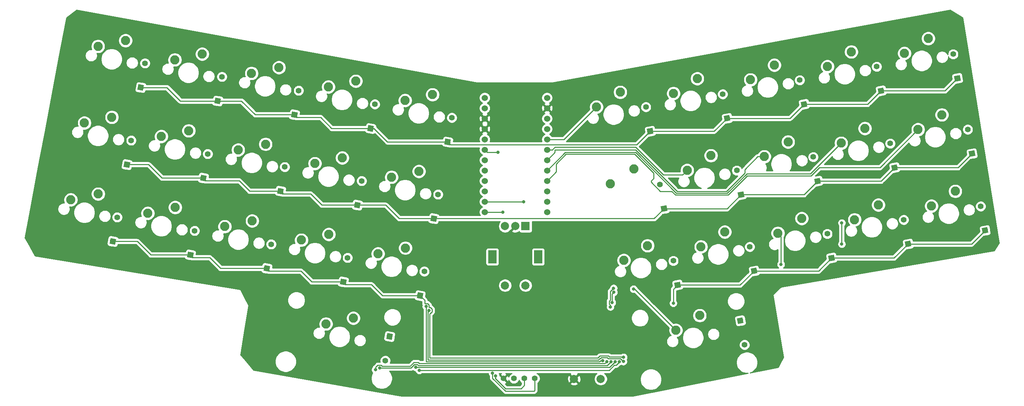
<source format=gtl>
G04 #@! TF.GenerationSoftware,KiCad,Pcbnew,5.1.4*
G04 #@! TF.CreationDate,2020-08-17T22:54:50-04:00*
G04 #@! TF.ProjectId,pcb,7063622e-6b69-4636-9164-5f7063625858,rev?*
G04 #@! TF.SameCoordinates,Original*
G04 #@! TF.FileFunction,Copper,L1,Top*
G04 #@! TF.FilePolarity,Positive*
%FSLAX46Y46*%
G04 Gerber Fmt 4.6, Leading zero omitted, Abs format (unit mm)*
G04 Created by KiCad (PCBNEW 5.1.4) date 2020-08-17 22:54:50*
%MOMM*%
%LPD*%
G04 APERTURE LIST*
%ADD10C,1.397000*%
%ADD11C,0.100000*%
%ADD12C,1.524000*%
%ADD13C,2.000000*%
%ADD14C,2.250000*%
%ADD15R,2.000000X2.000000*%
%ADD16R,2.000000X3.200000*%
%ADD17C,0.800000*%
%ADD18C,0.254000*%
G04 APERTURE END LIST*
D10*
X200600945Y-116937423D03*
X199559055Y-111028577D03*
D11*
G36*
X198749874Y-110461982D02*
G01*
X200125650Y-110219396D01*
X200368236Y-111595172D01*
X198992460Y-111837758D01*
X198749874Y-110461982D01*
X198749874Y-110461982D01*
G37*
D10*
X112891555Y-120796923D03*
X113933445Y-114888077D03*
D11*
G36*
X113366850Y-114078896D02*
G01*
X114742626Y-114321482D01*
X114500040Y-115697258D01*
X113124264Y-115454672D01*
X113366850Y-114078896D01*
X113366850Y-114078896D01*
G37*
D10*
X258272536Y-83050644D03*
X259314426Y-88959490D03*
D11*
G36*
X260123607Y-89526085D02*
G01*
X258747831Y-89768671D01*
X258505245Y-88392895D01*
X259881021Y-88150309D01*
X260123607Y-89526085D01*
X260123607Y-89526085D01*
G37*
D10*
X239476536Y-86352644D03*
X240518426Y-92261490D03*
D11*
G36*
X241327607Y-92828085D02*
G01*
X239951831Y-93070671D01*
X239709245Y-91694895D01*
X241085021Y-91452309D01*
X241327607Y-92828085D01*
X241327607Y-92828085D01*
G37*
D10*
X220807536Y-89781644D03*
X221849426Y-95690490D03*
D11*
G36*
X222658607Y-96257085D02*
G01*
X221282831Y-96499671D01*
X221040245Y-95123895D01*
X222416021Y-94881309D01*
X222658607Y-96257085D01*
X222658607Y-96257085D01*
G37*
D10*
X201884536Y-92956644D03*
X202926426Y-98865490D03*
D11*
G36*
X203735607Y-99432085D02*
G01*
X202359831Y-99674671D01*
X202117245Y-98298895D01*
X203493021Y-98056309D01*
X203735607Y-99432085D01*
X203735607Y-99432085D01*
G37*
D10*
X183215536Y-96385644D03*
X184257426Y-102294490D03*
D11*
G36*
X185066607Y-102861085D02*
G01*
X183690831Y-103103671D01*
X183448245Y-101727895D01*
X184824021Y-101485309D01*
X185066607Y-102861085D01*
X185066607Y-102861085D01*
G37*
D10*
X122409964Y-98989144D03*
X121368074Y-104897990D03*
D11*
G36*
X121934669Y-105707171D02*
G01*
X120558893Y-105464585D01*
X120801479Y-104088809D01*
X122177255Y-104331395D01*
X121934669Y-105707171D01*
X121934669Y-105707171D01*
G37*
D10*
X103675926Y-95635010D03*
X102634036Y-101543856D03*
D11*
G36*
X103200631Y-102353037D02*
G01*
X101824855Y-102110451D01*
X102067441Y-100734675D01*
X103443217Y-100977261D01*
X103200631Y-102353037D01*
X103200631Y-102353037D01*
G37*
D10*
X85006926Y-92333010D03*
X83965036Y-98241856D03*
D11*
G36*
X84531631Y-99051037D02*
G01*
X83155855Y-98808451D01*
X83398441Y-97432675D01*
X84774217Y-97675261D01*
X84531631Y-99051037D01*
X84531631Y-99051037D01*
G37*
D10*
X66337926Y-89031010D03*
X65296036Y-94939856D03*
D11*
G36*
X65862631Y-95749037D02*
G01*
X64486855Y-95506451D01*
X64729441Y-94130675D01*
X66105217Y-94373261D01*
X65862631Y-95749037D01*
X65862631Y-95749037D01*
G37*
D10*
X47414926Y-85729010D03*
X46373036Y-91637856D03*
D11*
G36*
X46939631Y-92447037D02*
G01*
X45563855Y-92204451D01*
X45806441Y-90828675D01*
X47182217Y-91071261D01*
X46939631Y-92447037D01*
X46939631Y-92447037D01*
G37*
D10*
X255097536Y-64254644D03*
X256139426Y-70163490D03*
D11*
G36*
X256948607Y-70730085D02*
G01*
X255572831Y-70972671D01*
X255330245Y-69596895D01*
X256706021Y-69354309D01*
X256948607Y-70730085D01*
X256948607Y-70730085D01*
G37*
D10*
X236174536Y-67683644D03*
X237216426Y-73592490D03*
D11*
G36*
X238025607Y-74159085D02*
G01*
X236649831Y-74401671D01*
X236407245Y-73025895D01*
X237783021Y-72783309D01*
X238025607Y-74159085D01*
X238025607Y-74159085D01*
G37*
D10*
X217378536Y-70985644D03*
X218420426Y-76894490D03*
D11*
G36*
X219229607Y-77461085D02*
G01*
X217853831Y-77703671D01*
X217611245Y-76327895D01*
X218987021Y-76085309D01*
X219229607Y-77461085D01*
X219229607Y-77461085D01*
G37*
D10*
X198709536Y-74287644D03*
X199751426Y-80196490D03*
D11*
G36*
X200560607Y-80763085D02*
G01*
X199184831Y-81005671D01*
X198942245Y-79629895D01*
X200318021Y-79387309D01*
X200560607Y-80763085D01*
X200560607Y-80763085D01*
G37*
D10*
X179913536Y-77716644D03*
X180955426Y-83625490D03*
D11*
G36*
X181764607Y-84192085D02*
G01*
X180388831Y-84434671D01*
X180146245Y-83058895D01*
X181522021Y-82816309D01*
X181764607Y-84192085D01*
X181764607Y-84192085D01*
G37*
D10*
X125773926Y-80141010D03*
X124732036Y-86049856D03*
D11*
G36*
X125298631Y-86859037D02*
G01*
X123922855Y-86616451D01*
X124165441Y-85240675D01*
X125541217Y-85483261D01*
X125298631Y-86859037D01*
X125298631Y-86859037D01*
G37*
D10*
X107104926Y-76839010D03*
X106063036Y-82747856D03*
D11*
G36*
X106629631Y-83557037D02*
G01*
X105253855Y-83314451D01*
X105496441Y-81938675D01*
X106872217Y-82181261D01*
X106629631Y-83557037D01*
X106629631Y-83557037D01*
G37*
D10*
X88341445Y-73436077D03*
X87299555Y-79344923D03*
D11*
G36*
X87866150Y-80154104D02*
G01*
X86490374Y-79911518D01*
X86732960Y-78535742D01*
X88108736Y-78778328D01*
X87866150Y-80154104D01*
X87866150Y-80154104D01*
G37*
D10*
X69512926Y-70235010D03*
X68471036Y-76143856D03*
D11*
G36*
X69037631Y-76953037D02*
G01*
X67661855Y-76710451D01*
X67904441Y-75334675D01*
X69280217Y-75577261D01*
X69037631Y-76953037D01*
X69037631Y-76953037D01*
G37*
D10*
X50843926Y-66933010D03*
X49802036Y-72841856D03*
D11*
G36*
X50368631Y-73651037D02*
G01*
X48992855Y-73408451D01*
X49235441Y-72032675D01*
X50611217Y-72275261D01*
X50368631Y-73651037D01*
X50368631Y-73651037D01*
G37*
D10*
X251541536Y-45839644D03*
X252583426Y-51748490D03*
D11*
G36*
X253392607Y-52315085D02*
G01*
X252016831Y-52557671D01*
X251774245Y-51181895D01*
X253150021Y-50939309D01*
X253392607Y-52315085D01*
X253392607Y-52315085D01*
G37*
D10*
X232872536Y-48887644D03*
X233914426Y-54796490D03*
D11*
G36*
X234723607Y-55363085D02*
G01*
X233347831Y-55605671D01*
X233105245Y-54229895D01*
X234481021Y-53987309D01*
X234723607Y-55363085D01*
X234723607Y-55363085D01*
G37*
D10*
X214076536Y-52189644D03*
X215118426Y-58098490D03*
D11*
G36*
X215927607Y-58665085D02*
G01*
X214551831Y-58907671D01*
X214309245Y-57531895D01*
X215685021Y-57289309D01*
X215927607Y-58665085D01*
X215927607Y-58665085D01*
G37*
D10*
X195280536Y-55618644D03*
X196322426Y-61527490D03*
D11*
G36*
X197131607Y-62094085D02*
G01*
X195755831Y-62336671D01*
X195513245Y-60960895D01*
X196889021Y-60718309D01*
X197131607Y-62094085D01*
X197131607Y-62094085D01*
G37*
D10*
X176517055Y-58767577D03*
X177558945Y-64676423D03*
D11*
G36*
X178368126Y-65243018D02*
G01*
X176992350Y-65485604D01*
X176749764Y-64109828D01*
X178125540Y-63867242D01*
X178368126Y-65243018D01*
X178368126Y-65243018D01*
G37*
D10*
X129140964Y-61397144D03*
X128099074Y-67305990D03*
D11*
G36*
X128665669Y-68115171D02*
G01*
X127289893Y-67872585D01*
X127532479Y-66496809D01*
X128908255Y-66739395D01*
X128665669Y-68115171D01*
X128665669Y-68115171D01*
G37*
D10*
X110344964Y-58095144D03*
X109303074Y-64003990D03*
D11*
G36*
X109869669Y-64813171D02*
G01*
X108493893Y-64570585D01*
X108736479Y-63194809D01*
X110112255Y-63437395D01*
X109869669Y-64813171D01*
X109869669Y-64813171D01*
G37*
D10*
X91737926Y-54741010D03*
X90696036Y-60649856D03*
D11*
G36*
X91262631Y-61459037D02*
G01*
X89886855Y-61216451D01*
X90129441Y-59840675D01*
X91505217Y-60083261D01*
X91262631Y-61459037D01*
X91262631Y-61459037D01*
G37*
D10*
X73006964Y-51364144D03*
X71965074Y-57272990D03*
D11*
G36*
X72531669Y-58082171D02*
G01*
X71155893Y-57839585D01*
X71398479Y-56463809D01*
X72774255Y-56706395D01*
X72531669Y-58082171D01*
X72531669Y-58082171D01*
G37*
D10*
X54210964Y-48062144D03*
X53169074Y-53970990D03*
D11*
G36*
X53735669Y-54780171D02*
G01*
X52359893Y-54537585D01*
X52602479Y-53161809D01*
X53978255Y-53404395D01*
X53735669Y-54780171D01*
X53735669Y-54780171D01*
G37*
D12*
X137168600Y-56515000D03*
X137168600Y-59055000D03*
X137168600Y-61595000D03*
X137168600Y-64135000D03*
X137168600Y-66675000D03*
X137168600Y-69215000D03*
X137168600Y-71755000D03*
X137168600Y-74295000D03*
X137168600Y-76835000D03*
X137168600Y-79375000D03*
X137168600Y-81915000D03*
X137168600Y-84455000D03*
X152388600Y-84455000D03*
X152388600Y-81915000D03*
X152388600Y-79375000D03*
X152388600Y-76835000D03*
X152388600Y-74295000D03*
X152388600Y-71755000D03*
X152388600Y-69215000D03*
X152388600Y-66675000D03*
X152388600Y-64135000D03*
X152388600Y-61595000D03*
X152388600Y-59055000D03*
X152388600Y-56515000D03*
D13*
X158978600Y-125285500D03*
X165478600Y-125285500D03*
D14*
X183836816Y-113368188D03*
X189649279Y-109764110D03*
X98401449Y-111804489D03*
X105096044Y-110405743D03*
X164436816Y-58743188D03*
X170249279Y-55139110D03*
X246236816Y-82968188D03*
X252049279Y-79364110D03*
X227461816Y-86318188D03*
X233274279Y-82714110D03*
X208736816Y-89618188D03*
X214549279Y-86014110D03*
X189961816Y-92943188D03*
X195774279Y-89339110D03*
X171111816Y-96268188D03*
X176924279Y-92664110D03*
X111101449Y-94654489D03*
X117796044Y-93255743D03*
X92401449Y-91304489D03*
X99096044Y-89905743D03*
X73701449Y-88004489D03*
X80396044Y-86605743D03*
X54901449Y-84729489D03*
X61596044Y-83330743D03*
X36101449Y-81429489D03*
X42796044Y-80030743D03*
X242961816Y-64268188D03*
X248774279Y-60664110D03*
X224186816Y-67593188D03*
X229999279Y-63989110D03*
X205411816Y-70893188D03*
X211224279Y-67289110D03*
X186586816Y-74243188D03*
X192399279Y-70639110D03*
X167790702Y-77535464D03*
X173603165Y-73931386D03*
X114401449Y-75904489D03*
X121096044Y-74505743D03*
X95676449Y-72579489D03*
X102371044Y-71180743D03*
X76951449Y-69254489D03*
X83646044Y-67855743D03*
X58201449Y-65954489D03*
X64896044Y-64555743D03*
X39426449Y-62654489D03*
X46121044Y-61255743D03*
X239636816Y-45615188D03*
X245449279Y-42011110D03*
X220850816Y-48865188D03*
X226663279Y-45261110D03*
X202061816Y-52093188D03*
X207874279Y-48489110D03*
X183236816Y-55418188D03*
X189049279Y-51814110D03*
X117726449Y-57129489D03*
X124421044Y-55730743D03*
X98976449Y-53829489D03*
X105671044Y-52430743D03*
X80226449Y-50504489D03*
X86921044Y-49105743D03*
X61501449Y-47204489D03*
X68196044Y-45805743D03*
X42751449Y-43904489D03*
X49446044Y-42505743D03*
D15*
X147127600Y-87915100D03*
D13*
X144627600Y-87915100D03*
X142127600Y-87915100D03*
D16*
X150227600Y-95415100D03*
X139027600Y-95415100D03*
D13*
X147127600Y-102415100D03*
X142127600Y-102415100D03*
D10*
X141744700Y-125171200D03*
X144284700Y-125171200D03*
X146824700Y-125171200D03*
X149364700Y-125171200D03*
D17*
X171039531Y-119950444D03*
X183210200Y-106743410D03*
X171023829Y-121013612D03*
X123574100Y-108525408D03*
X139811910Y-124559627D03*
X140427000Y-69850000D03*
X139065000Y-123894700D03*
X120357900Y-122440700D03*
X169024300Y-121056400D03*
X224345500Y-92294000D03*
X224345500Y-87109300D03*
X122847100Y-107530900D03*
X165998556Y-120798642D03*
X146685000Y-81915000D03*
X141605000Y-84455000D03*
X110477300Y-123021620D03*
X166975666Y-121048765D03*
X167843290Y-107657900D03*
X168628730Y-103079722D03*
X173482000Y-103301800D03*
X111522528Y-122615839D03*
X168010231Y-121042334D03*
X168262300Y-106603800D03*
X168659617Y-104079247D03*
X121189952Y-123167700D03*
X170024153Y-121039162D03*
X209499200Y-97269210D03*
D18*
X53169074Y-53970990D02*
X59546290Y-53970990D01*
X62848290Y-57272990D02*
X71965074Y-57272990D01*
X59546290Y-53970990D02*
X62848290Y-57272990D01*
X71965074Y-57272990D02*
X77732690Y-57272990D01*
X81109556Y-60649856D02*
X90696036Y-60649856D01*
X77732690Y-57272990D02*
X81109556Y-60649856D01*
X91369703Y-61323523D02*
X97112123Y-61323523D01*
X90696036Y-60649856D02*
X91369703Y-61323523D01*
X99792590Y-64003990D02*
X109303074Y-64003990D01*
X97112123Y-61323523D02*
X99792590Y-64003990D01*
X113414349Y-67305990D02*
X128099074Y-67305990D01*
X110112349Y-64003990D02*
X113414349Y-67305990D01*
X109303074Y-64003990D02*
X110112349Y-64003990D01*
X176885278Y-65350090D02*
X177558945Y-64676423D01*
X174255711Y-67979657D02*
X176885278Y-65350090D01*
X128772741Y-67979657D02*
X174255711Y-67979657D01*
X128099074Y-67305990D02*
X128772741Y-67979657D01*
X193173493Y-64676423D02*
X196322426Y-61527490D01*
X177558945Y-64676423D02*
X193173493Y-64676423D01*
X211689426Y-61527490D02*
X215118426Y-58098490D01*
X196322426Y-61527490D02*
X211689426Y-61527490D01*
X230612426Y-58098490D02*
X233914426Y-54796490D01*
X215118426Y-58098490D02*
X230612426Y-58098490D01*
X249535426Y-54796490D02*
X252583426Y-51748490D01*
X233914426Y-54796490D02*
X249535426Y-54796490D01*
X49802036Y-72841856D02*
X55061856Y-72841856D01*
X58363856Y-76143856D02*
X68471036Y-76143856D01*
X55061856Y-72841856D02*
X58363856Y-76143856D01*
X69144703Y-76817523D02*
X77211223Y-76817523D01*
X68471036Y-76143856D02*
X69144703Y-76817523D01*
X79738623Y-79344923D02*
X87299555Y-79344923D01*
X77211223Y-76817523D02*
X79738623Y-79344923D01*
X87973222Y-80018590D02*
X94648990Y-80018590D01*
X87299555Y-79344923D02*
X87973222Y-80018590D01*
X97378256Y-82747856D02*
X106063036Y-82747856D01*
X94648990Y-80018590D02*
X97378256Y-82747856D01*
X106063036Y-82747856D02*
X112961156Y-82747856D01*
X116263156Y-86049856D02*
X124732036Y-86049856D01*
X112961156Y-82747856D02*
X116263156Y-86049856D01*
X178531060Y-86049856D02*
X180955426Y-83625490D01*
X124732036Y-86049856D02*
X178531060Y-86049856D01*
X196322426Y-83625490D02*
X199751426Y-80196490D01*
X180955426Y-83625490D02*
X196322426Y-83625490D01*
X215118426Y-80196490D02*
X218420426Y-76894490D01*
X199751426Y-80196490D02*
X215118426Y-80196490D01*
X233914426Y-76894490D02*
X237216426Y-73592490D01*
X218420426Y-76894490D02*
X233914426Y-76894490D01*
X252710426Y-73592490D02*
X256139426Y-70163490D01*
X237216426Y-73592490D02*
X252710426Y-73592490D01*
X46373036Y-91637856D02*
X52318656Y-91637856D01*
X55620656Y-94939856D02*
X65296036Y-94939856D01*
X52318656Y-91637856D02*
X55620656Y-94939856D01*
X65969703Y-95613523D02*
X70023023Y-95613523D01*
X65296036Y-94939856D02*
X65969703Y-95613523D01*
X72651356Y-98241856D02*
X83965036Y-98241856D01*
X70023023Y-95613523D02*
X72651356Y-98241856D01*
X84638703Y-98915523D02*
X92286123Y-98915523D01*
X83965036Y-98241856D02*
X84638703Y-98915523D01*
X94914456Y-101543856D02*
X102634036Y-101543856D01*
X92286123Y-98915523D02*
X94914456Y-101543856D01*
X103307703Y-102217523D02*
X109494623Y-102217523D01*
X102634036Y-101543856D02*
X103307703Y-102217523D01*
X112175090Y-104897990D02*
X121368074Y-104897990D01*
X109494623Y-102217523D02*
X112175090Y-104897990D01*
X183210200Y-103341716D02*
X184257426Y-102294490D01*
X183210200Y-106743410D02*
X183210200Y-103341716D01*
X170556109Y-119853090D02*
X170653463Y-119950444D01*
X167377657Y-119617631D02*
X167613116Y-119853090D01*
X164779310Y-120157890D02*
X165319569Y-119617631D01*
X121368074Y-104897990D02*
X122498139Y-106028055D01*
X165319569Y-119617631D02*
X167377657Y-119617631D01*
X122498139Y-106028055D02*
X122498139Y-106803899D01*
X122498139Y-106803899D02*
X123196061Y-106803899D01*
X123196061Y-106803899D02*
X123574101Y-107181939D01*
X123574101Y-107181939D02*
X123574101Y-107798407D01*
X123574101Y-107798407D02*
X123923061Y-107798407D01*
X124028110Y-109147360D02*
X123999240Y-109147360D01*
X123923061Y-107798407D02*
X124301101Y-108176447D01*
X170653463Y-119950444D02*
X171039531Y-119950444D01*
X123999240Y-109147360D02*
X123755120Y-109391480D01*
X167613116Y-119853090D02*
X170556109Y-119853090D01*
X124301101Y-108176447D02*
X124301101Y-108874369D01*
X123755120Y-120157890D02*
X164779310Y-120157890D01*
X123755120Y-109391480D02*
X123755120Y-120157890D01*
X124301101Y-108874369D02*
X124028110Y-109147360D01*
X199497426Y-102294490D02*
X202926426Y-98865490D01*
X184257426Y-102294490D02*
X199497426Y-102294490D01*
X218674426Y-98865490D02*
X221849426Y-95690490D01*
X202926426Y-98865490D02*
X218674426Y-98865490D01*
X237089426Y-95690490D02*
X240518426Y-92261490D01*
X221849426Y-95690490D02*
X237089426Y-95690490D01*
X256012426Y-92261490D02*
X259314426Y-88959490D01*
X240518426Y-92261490D02*
X256012426Y-92261490D01*
X171023829Y-120962876D02*
X171023829Y-121013612D01*
X170623830Y-120610705D02*
X170623830Y-120613613D01*
X170320225Y-120307100D02*
X170623830Y-120610705D01*
X167068075Y-120071641D02*
X167311766Y-120315333D01*
X170623830Y-120613613D02*
X171023829Y-121013612D01*
X165649595Y-120071641D02*
X167068075Y-120071641D01*
X167311766Y-120315333D02*
X168359192Y-120315333D01*
X169361084Y-120307100D02*
X170320225Y-120307100D01*
X168359192Y-120315333D02*
X168692577Y-120312161D01*
X168692577Y-120312161D02*
X169356023Y-120312161D01*
X169356023Y-120312161D02*
X169361084Y-120307100D01*
X123306832Y-120611900D02*
X164977546Y-120611900D01*
X123301110Y-120617622D02*
X123306832Y-120611900D01*
X123301110Y-108702490D02*
X123301110Y-120617622D01*
X123478192Y-108525408D02*
X123301110Y-108702490D01*
X123574100Y-108525408D02*
X123478192Y-108525408D01*
X165376603Y-120344633D02*
X165649595Y-120071641D01*
X165244814Y-120344633D02*
X165376603Y-120344633D01*
X164977546Y-120611900D02*
X165244814Y-120344633D01*
X146824700Y-125171200D02*
X146824700Y-126860300D01*
X146824700Y-126860300D02*
X146050000Y-127635000D01*
X146050000Y-127635000D02*
X142875000Y-127635000D01*
X142875000Y-127635000D02*
X142247066Y-127635000D01*
X142247066Y-127635000D02*
X139703533Y-125091467D01*
X139811910Y-124983090D02*
X139811910Y-124559627D01*
X139703533Y-125091467D02*
X139811910Y-124983090D01*
X137803600Y-69850000D02*
X137168600Y-69215000D01*
X140427000Y-69850000D02*
X137803600Y-69850000D01*
X149364700Y-125171200D02*
X149364700Y-128130300D01*
X149364700Y-128130300D02*
X149225000Y-128270000D01*
X149225000Y-128270000D02*
X142240000Y-128270000D01*
X139065000Y-125095000D02*
X139065000Y-123894700D01*
X142240000Y-128270000D02*
X139065000Y-125095000D01*
X167640000Y-122440700D02*
X169024300Y-121056400D01*
X120357900Y-122440700D02*
X167640000Y-122440700D01*
X224345500Y-92294000D02*
X224345500Y-87109300D01*
X183954877Y-79829010D02*
X173975867Y-69850000D01*
X196403057Y-79829010D02*
X183954877Y-79829010D01*
X156833600Y-69850000D02*
X152388600Y-74295000D01*
X201178165Y-75053901D02*
X196403057Y-79829010D01*
X216726103Y-75053901D02*
X201178165Y-75053901D01*
X173975867Y-69850000D02*
X156833600Y-69850000D01*
X224186816Y-67593188D02*
X216726103Y-75053901D01*
X165432871Y-120798642D02*
X165998556Y-120798642D01*
X165176200Y-121055313D02*
X165432871Y-120798642D01*
X165176200Y-121071632D02*
X165176200Y-121055313D01*
X122862332Y-121071632D02*
X165176200Y-121071632D01*
X122847100Y-121056400D02*
X122862332Y-121071632D01*
X122847100Y-107530900D02*
X122847100Y-121056400D01*
X154620333Y-72705333D02*
X154620333Y-74603267D01*
X157021656Y-70304010D02*
X154620333Y-72705333D01*
X242961816Y-64268188D02*
X233680000Y-73550004D01*
X233680000Y-73550004D02*
X218872066Y-73550004D01*
X183766820Y-80283020D02*
X182858800Y-79375000D01*
X216857070Y-75565000D02*
X201309133Y-75565000D01*
X173787811Y-70304010D02*
X157021656Y-70304010D01*
X177800000Y-77120850D02*
X177800000Y-76835000D01*
X201309133Y-75565000D02*
X196591114Y-80283020D01*
X196591114Y-80283020D02*
X183766820Y-80283020D01*
X182858800Y-79375000D02*
X180054150Y-79375000D01*
X178435000Y-76200000D02*
X178435000Y-74951199D01*
X154620333Y-74603267D02*
X152388600Y-76835000D01*
X218872066Y-73550004D02*
X216857070Y-75565000D01*
X180054150Y-79375000D02*
X177800000Y-77120850D01*
X177800000Y-76835000D02*
X178435000Y-76200000D01*
X178435000Y-74951199D02*
X173787811Y-70304010D01*
X146685000Y-81915000D02*
X137168600Y-81915000D01*
X141605000Y-84455000D02*
X137168600Y-84455000D01*
X111044397Y-121888838D02*
X111871489Y-121888838D01*
X110477300Y-122455935D02*
X111044397Y-121888838D01*
X110477300Y-123021620D02*
X110477300Y-122455935D01*
X111871489Y-121888838D02*
X112144480Y-122161829D01*
X112144480Y-122161829D02*
X118918743Y-122161829D01*
X118918743Y-122161829D02*
X119543336Y-121537236D01*
X120894918Y-121259689D02*
X121160871Y-121525642D01*
X119820882Y-121259689D02*
X120894918Y-121259689D01*
X119543336Y-121537236D02*
X119820882Y-121259689D01*
X166498789Y-121525642D02*
X166975666Y-121048765D01*
X121160871Y-121525642D02*
X166498789Y-121525642D01*
X167535299Y-106254839D02*
X167808290Y-105981848D01*
X167535299Y-106952761D02*
X167535299Y-106254839D01*
X167843290Y-107260752D02*
X167535299Y-106952761D01*
X167843290Y-107657900D02*
X167843290Y-107260752D01*
X168583180Y-103079722D02*
X168628730Y-103079722D01*
X167808290Y-103854612D02*
X168583180Y-103079722D01*
X167808290Y-105981848D02*
X167808290Y-103854612D01*
X173770428Y-103301800D02*
X173482000Y-103301800D01*
X183836816Y-113368188D02*
X173770428Y-103301800D01*
X156505004Y-66675000D02*
X152388600Y-66675000D01*
X164436816Y-58743188D02*
X156505004Y-66675000D01*
X120008939Y-121713699D02*
X120706861Y-121713699D01*
X119106799Y-122615839D02*
X120008939Y-121713699D01*
X111522528Y-122615839D02*
X119106799Y-122615839D01*
X120706861Y-121713699D02*
X120979852Y-121986690D01*
X167065875Y-121986690D02*
X168010231Y-121042334D01*
X120979852Y-121986690D02*
X167065875Y-121986690D01*
X168262300Y-104476564D02*
X168659617Y-104079247D01*
X168262300Y-106603800D02*
X168262300Y-104476564D01*
X153670000Y-69215000D02*
X152388600Y-69215000D01*
X173990000Y-68580000D02*
X154305000Y-68580000D01*
X154305000Y-68580000D02*
X153670000Y-69215000D01*
X180793387Y-75383387D02*
X173990000Y-68580000D01*
X185446617Y-75383387D02*
X180793387Y-75383387D01*
X186586816Y-74243188D02*
X185446617Y-75383387D01*
X167555067Y-123167700D02*
X168795700Y-121927066D01*
X121189952Y-123167700D02*
X167555067Y-123167700D01*
X170024153Y-121132509D02*
X170024153Y-121039162D01*
X169229596Y-121927066D02*
X170024153Y-121132509D01*
X168795700Y-121927066D02*
X169229596Y-121927066D01*
X209499200Y-90380572D02*
X208736816Y-89618188D01*
X209499200Y-97269210D02*
X209499200Y-90380572D01*
X154312066Y-69831534D02*
X152388600Y-71755000D01*
X154312066Y-69215000D02*
X154312066Y-69831534D01*
X173982934Y-69215000D02*
X154312066Y-69215000D01*
X184142934Y-79375000D02*
X173982934Y-69215000D01*
X196215000Y-79375000D02*
X184142934Y-79375000D01*
X200660000Y-74930000D02*
X196215000Y-79375000D01*
X200660000Y-74054014D02*
X200660000Y-74930000D01*
X203820826Y-70893188D02*
X200660000Y-74054014D01*
X205411816Y-70893188D02*
X203820826Y-70893188D01*
G36*
X253883999Y-36908506D02*
G01*
X262756699Y-92045999D01*
X261544685Y-93864020D01*
X209528626Y-102744811D01*
X209504614Y-102751387D01*
X209482346Y-102762520D01*
X209460197Y-102780197D01*
X207555197Y-104685197D01*
X207539403Y-104704443D01*
X207527667Y-104726399D01*
X207520440Y-104750224D01*
X207518000Y-104775000D01*
X207519728Y-104795879D01*
X210052939Y-119995143D01*
X208829307Y-122442405D01*
X201980337Y-123787738D01*
X202434084Y-123599790D01*
X202864659Y-123312089D01*
X203230833Y-122945915D01*
X203518534Y-122515340D01*
X203716706Y-122036911D01*
X203817733Y-121529013D01*
X203817733Y-121011165D01*
X203716706Y-120503267D01*
X203518534Y-120024838D01*
X203230833Y-119594263D01*
X202864659Y-119228089D01*
X202434084Y-118940388D01*
X201955655Y-118742216D01*
X201447757Y-118641189D01*
X200929909Y-118641189D01*
X200422011Y-118742216D01*
X199943582Y-118940388D01*
X199513007Y-119228089D01*
X199146833Y-119594263D01*
X198859132Y-120024838D01*
X198660960Y-120503267D01*
X198559933Y-121011165D01*
X198559933Y-121529013D01*
X198660960Y-122036911D01*
X198859132Y-122515340D01*
X199146833Y-122945915D01*
X199513007Y-123312089D01*
X199943582Y-123599790D01*
X200422011Y-123797962D01*
X200929909Y-123898989D01*
X201413970Y-123898989D01*
X173342642Y-129413000D01*
X116851059Y-129413000D01*
X80712775Y-123072950D01*
X78794204Y-120770665D01*
X85924767Y-120770665D01*
X85924767Y-121288513D01*
X86025794Y-121796411D01*
X86223966Y-122274840D01*
X86511667Y-122705415D01*
X86877841Y-123071589D01*
X87308416Y-123359290D01*
X87786845Y-123557462D01*
X88294743Y-123658489D01*
X88812591Y-123658489D01*
X89320489Y-123557462D01*
X89798918Y-123359290D01*
X90229493Y-123071589D01*
X90595667Y-122705415D01*
X90883368Y-122274840D01*
X91081540Y-121796411D01*
X91182567Y-121288513D01*
X91182567Y-120770665D01*
X91081540Y-120262767D01*
X90883368Y-119784338D01*
X90595667Y-119353763D01*
X90229493Y-118987589D01*
X89798918Y-118699888D01*
X89320489Y-118501716D01*
X88812591Y-118400689D01*
X88294743Y-118400689D01*
X87786845Y-118501716D01*
X87308416Y-118699888D01*
X86877841Y-118987589D01*
X86511667Y-119353763D01*
X86223966Y-119784338D01*
X86025794Y-120262767D01*
X85924767Y-120770665D01*
X78794204Y-120770665D01*
X77604426Y-119342932D01*
X78458050Y-113936645D01*
X95199677Y-113936645D01*
X95199677Y-114234089D01*
X95257706Y-114525818D01*
X95371533Y-114800620D01*
X95536784Y-115047936D01*
X95747108Y-115258260D01*
X95994424Y-115423511D01*
X96269226Y-115537338D01*
X96560955Y-115595367D01*
X96858399Y-115595367D01*
X97150128Y-115537338D01*
X97424930Y-115423511D01*
X97672246Y-115258260D01*
X97882570Y-115047936D01*
X98047821Y-114800620D01*
X98085946Y-114708576D01*
X99083600Y-114708576D01*
X99083600Y-115226424D01*
X99184627Y-115734322D01*
X99382799Y-116212751D01*
X99670500Y-116643326D01*
X100036674Y-117009500D01*
X100467249Y-117297201D01*
X100945678Y-117495373D01*
X101453576Y-117596400D01*
X101971424Y-117596400D01*
X102479322Y-117495373D01*
X102957751Y-117297201D01*
X103388326Y-117009500D01*
X103754500Y-116643326D01*
X104042201Y-116212751D01*
X104240373Y-115734322D01*
X104247018Y-115700911D01*
X105205323Y-115700911D01*
X105205323Y-115998355D01*
X105263352Y-116290084D01*
X105377179Y-116564886D01*
X105542430Y-116812202D01*
X105752754Y-117022526D01*
X106000070Y-117187777D01*
X106274872Y-117301604D01*
X106566601Y-117359633D01*
X106864045Y-117359633D01*
X107155774Y-117301604D01*
X107430576Y-117187777D01*
X107677892Y-117022526D01*
X107888216Y-116812202D01*
X108053467Y-116564886D01*
X108167294Y-116290084D01*
X108225323Y-115998355D01*
X108225323Y-115700911D01*
X108179112Y-115468592D01*
X112486344Y-115468592D01*
X112501317Y-115592776D01*
X112540229Y-115711654D01*
X112601586Y-115820655D01*
X112683029Y-115915592D01*
X112781428Y-115992817D01*
X112893003Y-116049360D01*
X113013464Y-116083050D01*
X114389240Y-116325636D01*
X114513960Y-116335178D01*
X114638144Y-116320205D01*
X114757022Y-116281293D01*
X114866023Y-116219936D01*
X114960960Y-116138493D01*
X115038185Y-116040094D01*
X115094728Y-115928519D01*
X115128418Y-115808058D01*
X115371004Y-114432282D01*
X115380546Y-114307562D01*
X115365573Y-114183378D01*
X115326661Y-114064500D01*
X115265304Y-113955499D01*
X115183861Y-113860562D01*
X115085462Y-113783337D01*
X114973887Y-113726794D01*
X114853426Y-113693104D01*
X113477650Y-113450518D01*
X113352930Y-113440976D01*
X113228746Y-113455949D01*
X113109868Y-113494861D01*
X113000867Y-113556218D01*
X112905930Y-113637661D01*
X112828705Y-113736060D01*
X112772162Y-113847635D01*
X112738472Y-113968096D01*
X112495886Y-115343872D01*
X112486344Y-115468592D01*
X108179112Y-115468592D01*
X108167294Y-115409182D01*
X108053467Y-115134380D01*
X107888216Y-114887064D01*
X107677892Y-114676740D01*
X107430576Y-114511489D01*
X107155774Y-114397662D01*
X106864045Y-114339633D01*
X106566601Y-114339633D01*
X106274872Y-114397662D01*
X106000070Y-114511489D01*
X105752754Y-114676740D01*
X105542430Y-114887064D01*
X105377179Y-115134380D01*
X105263352Y-115409182D01*
X105205323Y-115700911D01*
X104247018Y-115700911D01*
X104341400Y-115226424D01*
X104341400Y-114708576D01*
X104240373Y-114200678D01*
X104042201Y-113722249D01*
X103754500Y-113291674D01*
X103388326Y-112925500D01*
X102957751Y-112637799D01*
X102479322Y-112439627D01*
X101971424Y-112338600D01*
X101453576Y-112338600D01*
X100945678Y-112439627D01*
X100467249Y-112637799D01*
X100036674Y-112925500D01*
X99670500Y-113291674D01*
X99382799Y-113722249D01*
X99184627Y-114200678D01*
X99083600Y-114708576D01*
X98085946Y-114708576D01*
X98161648Y-114525818D01*
X98219677Y-114234089D01*
X98219677Y-113936645D01*
X98161648Y-113644916D01*
X98119376Y-113542861D01*
X98228104Y-113564489D01*
X98574794Y-113564489D01*
X98914822Y-113496853D01*
X99235122Y-113364181D01*
X99523384Y-113171570D01*
X99768530Y-112926424D01*
X99961141Y-112638162D01*
X100093813Y-112317862D01*
X100161449Y-111977834D01*
X100161449Y-111631144D01*
X100093813Y-111291116D01*
X99961141Y-110970816D01*
X99768530Y-110682554D01*
X99523384Y-110437408D01*
X99235122Y-110244797D01*
X99205189Y-110232398D01*
X103336044Y-110232398D01*
X103336044Y-110579088D01*
X103403680Y-110919116D01*
X103536352Y-111239416D01*
X103728963Y-111527678D01*
X103974109Y-111772824D01*
X104262371Y-111965435D01*
X104582671Y-112098107D01*
X104922699Y-112165743D01*
X105269389Y-112165743D01*
X105609417Y-112098107D01*
X105929717Y-111965435D01*
X106217979Y-111772824D01*
X106463125Y-111527678D01*
X106655736Y-111239416D01*
X106788408Y-110919116D01*
X106856044Y-110579088D01*
X106856044Y-110232398D01*
X106798574Y-109943473D01*
X112491800Y-109943473D01*
X112491800Y-110368759D01*
X112574770Y-110785873D01*
X112737519Y-111178786D01*
X112973796Y-111532398D01*
X113274518Y-111833120D01*
X113628130Y-112069397D01*
X114021043Y-112232146D01*
X114438157Y-112315116D01*
X114863443Y-112315116D01*
X115280557Y-112232146D01*
X115673470Y-112069397D01*
X116027082Y-111833120D01*
X116327804Y-111532398D01*
X116564081Y-111178786D01*
X116726830Y-110785873D01*
X116809800Y-110368759D01*
X116809800Y-109943473D01*
X116726830Y-109526359D01*
X116564081Y-109133446D01*
X116327804Y-108779834D01*
X116027082Y-108479112D01*
X115673470Y-108242835D01*
X115280557Y-108080086D01*
X114863443Y-107997116D01*
X114438157Y-107997116D01*
X114021043Y-108080086D01*
X113628130Y-108242835D01*
X113274518Y-108479112D01*
X112973796Y-108779834D01*
X112737519Y-109133446D01*
X112574770Y-109526359D01*
X112491800Y-109943473D01*
X106798574Y-109943473D01*
X106788408Y-109892370D01*
X106655736Y-109572070D01*
X106463125Y-109283808D01*
X106217979Y-109038662D01*
X105929717Y-108846051D01*
X105609417Y-108713379D01*
X105269389Y-108645743D01*
X104922699Y-108645743D01*
X104582671Y-108713379D01*
X104262371Y-108846051D01*
X103974109Y-109038662D01*
X103728963Y-109283808D01*
X103536352Y-109572070D01*
X103403680Y-109892370D01*
X103336044Y-110232398D01*
X99205189Y-110232398D01*
X98914822Y-110112125D01*
X98574794Y-110044489D01*
X98228104Y-110044489D01*
X97888076Y-110112125D01*
X97567776Y-110244797D01*
X97279514Y-110437408D01*
X97034368Y-110682554D01*
X96841757Y-110970816D01*
X96709085Y-111291116D01*
X96641449Y-111631144D01*
X96641449Y-111977834D01*
X96709085Y-112317862D01*
X96815747Y-112575367D01*
X96560955Y-112575367D01*
X96269226Y-112633396D01*
X95994424Y-112747223D01*
X95747108Y-112912474D01*
X95536784Y-113122798D01*
X95371533Y-113370114D01*
X95257706Y-113644916D01*
X95199677Y-113936645D01*
X78458050Y-113936645D01*
X79500446Y-107334807D01*
X79501900Y-107309953D01*
X79498477Y-107285293D01*
X79488592Y-107258204D01*
X78763728Y-105808476D01*
X89041065Y-105808476D01*
X89041065Y-106233762D01*
X89124035Y-106650876D01*
X89286784Y-107043789D01*
X89523061Y-107397401D01*
X89823783Y-107698123D01*
X90177395Y-107934400D01*
X90570308Y-108097149D01*
X90987422Y-108180119D01*
X91412708Y-108180119D01*
X91829822Y-108097149D01*
X92222735Y-107934400D01*
X92576347Y-107698123D01*
X92877069Y-107397401D01*
X93113346Y-107043789D01*
X93276095Y-106650876D01*
X93359065Y-106233762D01*
X93359065Y-105808476D01*
X93276095Y-105391362D01*
X93113346Y-104998449D01*
X92877069Y-104644837D01*
X92576347Y-104344115D01*
X92222735Y-104107838D01*
X91829822Y-103945089D01*
X91412708Y-103862119D01*
X90987422Y-103862119D01*
X90570308Y-103945089D01*
X90177395Y-104107838D01*
X89823783Y-104344115D01*
X89523061Y-104644837D01*
X89286784Y-104998449D01*
X89124035Y-105391362D01*
X89041065Y-105808476D01*
X78763728Y-105808476D01*
X77583592Y-103448204D01*
X77570329Y-103427134D01*
X77553211Y-103409057D01*
X77532894Y-103394667D01*
X77510161Y-103384517D01*
X77490621Y-103379685D01*
X27385273Y-95134501D01*
X25718913Y-92218371D01*
X44925935Y-92218371D01*
X44940908Y-92342555D01*
X44979820Y-92461433D01*
X45041177Y-92570434D01*
X45122620Y-92665371D01*
X45221019Y-92742596D01*
X45332594Y-92799139D01*
X45453055Y-92832829D01*
X46828831Y-93075415D01*
X46953551Y-93084957D01*
X47077735Y-93069984D01*
X47196613Y-93031072D01*
X47305614Y-92969715D01*
X47400551Y-92888272D01*
X47477776Y-92789873D01*
X47534319Y-92678298D01*
X47568009Y-92557837D01*
X47595865Y-92399856D01*
X52003026Y-92399856D01*
X55055376Y-95452207D01*
X55079234Y-95481278D01*
X55195264Y-95576501D01*
X55327641Y-95647258D01*
X55471278Y-95690830D01*
X55583230Y-95701856D01*
X55583232Y-95701856D01*
X55620655Y-95705542D01*
X55658078Y-95701856D01*
X63882664Y-95701856D01*
X63902820Y-95763433D01*
X63964177Y-95872434D01*
X64045620Y-95967371D01*
X64144019Y-96044596D01*
X64255594Y-96101139D01*
X64376055Y-96134829D01*
X65751831Y-96377415D01*
X65876551Y-96386957D01*
X65953801Y-96377643D01*
X65969702Y-96379209D01*
X66007125Y-96375523D01*
X69707393Y-96375523D01*
X72086076Y-98754207D01*
X72109934Y-98783278D01*
X72225964Y-98878501D01*
X72358341Y-98949258D01*
X72501978Y-98992830D01*
X72613930Y-99003856D01*
X72613932Y-99003856D01*
X72651355Y-99007542D01*
X72688778Y-99003856D01*
X82551664Y-99003856D01*
X82571820Y-99065433D01*
X82633177Y-99174434D01*
X82714620Y-99269371D01*
X82813019Y-99346596D01*
X82924594Y-99403139D01*
X83045055Y-99436829D01*
X84420831Y-99679415D01*
X84545551Y-99688957D01*
X84622801Y-99679643D01*
X84638702Y-99681209D01*
X84676125Y-99677523D01*
X91970493Y-99677523D01*
X94349176Y-102056207D01*
X94373034Y-102085278D01*
X94489064Y-102180501D01*
X94621441Y-102251258D01*
X94765078Y-102294830D01*
X94877030Y-102305856D01*
X94877032Y-102305856D01*
X94914455Y-102309542D01*
X94951878Y-102305856D01*
X101220664Y-102305856D01*
X101240820Y-102367433D01*
X101302177Y-102476434D01*
X101383620Y-102571371D01*
X101482019Y-102648596D01*
X101593594Y-102705139D01*
X101714055Y-102738829D01*
X103089831Y-102981415D01*
X103214551Y-102990957D01*
X103291801Y-102981643D01*
X103307702Y-102983209D01*
X103345125Y-102979523D01*
X109178993Y-102979523D01*
X111609810Y-105410341D01*
X111633668Y-105439412D01*
X111662738Y-105463269D01*
X111749697Y-105534635D01*
X111790522Y-105556456D01*
X111882075Y-105605392D01*
X112025712Y-105648964D01*
X112137664Y-105659990D01*
X112137667Y-105659990D01*
X112175090Y-105663676D01*
X112212513Y-105659990D01*
X119954702Y-105659990D01*
X119974858Y-105721567D01*
X120036215Y-105830568D01*
X120117658Y-105925505D01*
X120216057Y-106002730D01*
X120327632Y-106059273D01*
X120448093Y-106092963D01*
X121707480Y-106315026D01*
X121736139Y-106343686D01*
X121736139Y-106766473D01*
X121732453Y-106803899D01*
X121747165Y-106953277D01*
X121790737Y-107096914D01*
X121856007Y-107219025D01*
X121851874Y-107229002D01*
X121812100Y-107428961D01*
X121812100Y-107632839D01*
X121851874Y-107832798D01*
X121929895Y-108021156D01*
X122043163Y-108190674D01*
X122085100Y-108232611D01*
X122085101Y-120763642D01*
X121476501Y-120763642D01*
X121460202Y-120747343D01*
X121436340Y-120718267D01*
X121320310Y-120623044D01*
X121187933Y-120552287D01*
X121044296Y-120508715D01*
X120932344Y-120497689D01*
X120932341Y-120497689D01*
X120894918Y-120494003D01*
X120857495Y-120497689D01*
X119858303Y-120497689D01*
X119820880Y-120494003D01*
X119783457Y-120497689D01*
X119783456Y-120497689D01*
X119671504Y-120508715D01*
X119527867Y-120552287D01*
X119395490Y-120623044D01*
X119279460Y-120718267D01*
X119255597Y-120747344D01*
X119030989Y-120971953D01*
X119030984Y-120971957D01*
X118603113Y-121399829D01*
X114085193Y-121399829D01*
X114173809Y-121185891D01*
X114225055Y-120928261D01*
X114225055Y-120665585D01*
X114173809Y-120407955D01*
X114073287Y-120165274D01*
X113927352Y-119946866D01*
X113741612Y-119761126D01*
X113523204Y-119615191D01*
X113280523Y-119514669D01*
X113022893Y-119463423D01*
X112760217Y-119463423D01*
X112502587Y-119514669D01*
X112259906Y-119615191D01*
X112041498Y-119761126D01*
X111855758Y-119946866D01*
X111709823Y-120165274D01*
X111609301Y-120407955D01*
X111558055Y-120665585D01*
X111558055Y-120928261D01*
X111597555Y-121126838D01*
X111081819Y-121126838D01*
X111044396Y-121123152D01*
X111006973Y-121126838D01*
X111006971Y-121126838D01*
X110895019Y-121137864D01*
X110751382Y-121181436D01*
X110619005Y-121252193D01*
X110502975Y-121347416D01*
X110479117Y-121376487D01*
X109964949Y-121890656D01*
X109935879Y-121914513D01*
X109912022Y-121943583D01*
X109912021Y-121943584D01*
X109840655Y-122030543D01*
X109814660Y-122079177D01*
X109769898Y-122162920D01*
X109726326Y-122306557D01*
X109726072Y-122309137D01*
X109673363Y-122361846D01*
X109560095Y-122531364D01*
X109482074Y-122719722D01*
X109442300Y-122919681D01*
X109442300Y-123123559D01*
X109482074Y-123323518D01*
X109560095Y-123511876D01*
X109673363Y-123681394D01*
X109769471Y-123777502D01*
X109674701Y-123919336D01*
X109476529Y-124397765D01*
X109375502Y-124905663D01*
X109375502Y-125423511D01*
X109476529Y-125931409D01*
X109674701Y-126409838D01*
X109962402Y-126840413D01*
X110328576Y-127206587D01*
X110759151Y-127494288D01*
X111237580Y-127692460D01*
X111745478Y-127793487D01*
X112263326Y-127793487D01*
X112771224Y-127692460D01*
X113249653Y-127494288D01*
X113680228Y-127206587D01*
X114046402Y-126840413D01*
X114334103Y-126409838D01*
X114532275Y-125931409D01*
X114633302Y-125423511D01*
X114633302Y-124905663D01*
X114532275Y-124397765D01*
X114334103Y-123919336D01*
X114046402Y-123488761D01*
X113935480Y-123377839D01*
X119069376Y-123377839D01*
X119106799Y-123381525D01*
X119144222Y-123377839D01*
X119144225Y-123377839D01*
X119256177Y-123366813D01*
X119399814Y-123323241D01*
X119532191Y-123252484D01*
X119627640Y-123174151D01*
X119698126Y-123244637D01*
X119867644Y-123357905D01*
X120056002Y-123435926D01*
X120193467Y-123463269D01*
X120194726Y-123469598D01*
X120272747Y-123657956D01*
X120386015Y-123827474D01*
X120530178Y-123971637D01*
X120699696Y-124084905D01*
X120888054Y-124162926D01*
X121088013Y-124202700D01*
X121291891Y-124202700D01*
X121491850Y-124162926D01*
X121680208Y-124084905D01*
X121849726Y-123971637D01*
X121891663Y-123929700D01*
X138030000Y-123929700D01*
X138030000Y-123996639D01*
X138069774Y-124196598D01*
X138147795Y-124384956D01*
X138261063Y-124554474D01*
X138303000Y-124596411D01*
X138303000Y-125057576D01*
X138299314Y-125095000D01*
X138303000Y-125132423D01*
X138303000Y-125132425D01*
X138314026Y-125244377D01*
X138357598Y-125388014D01*
X138376572Y-125423511D01*
X138428355Y-125520392D01*
X138456637Y-125554853D01*
X138523578Y-125636422D01*
X138552654Y-125660284D01*
X141674721Y-128782352D01*
X141698578Y-128811422D01*
X141814608Y-128906645D01*
X141946985Y-128977402D01*
X142090622Y-129020974D01*
X142202574Y-129032000D01*
X142202576Y-129032000D01*
X142239999Y-129035686D01*
X142277422Y-129032000D01*
X149187577Y-129032000D01*
X149225000Y-129035686D01*
X149262423Y-129032000D01*
X149262426Y-129032000D01*
X149374378Y-129020974D01*
X149518015Y-128977402D01*
X149650392Y-128906645D01*
X149766422Y-128811422D01*
X149790285Y-128782345D01*
X149877042Y-128695587D01*
X149906122Y-128671722D01*
X150001345Y-128555692D01*
X150072102Y-128423315D01*
X150115674Y-128279678D01*
X150126700Y-128167726D01*
X150126700Y-128167723D01*
X150130386Y-128130300D01*
X150126700Y-128092877D01*
X150126700Y-126420913D01*
X158022792Y-126420913D01*
X158118556Y-126685314D01*
X158408171Y-126826204D01*
X158719708Y-126907884D01*
X159041195Y-126927218D01*
X159360275Y-126883461D01*
X159664688Y-126778295D01*
X159838644Y-126685314D01*
X159934408Y-126420913D01*
X158978600Y-125465105D01*
X158022792Y-126420913D01*
X150126700Y-126420913D01*
X150126700Y-126265835D01*
X150214757Y-126206997D01*
X150400497Y-126021257D01*
X150546432Y-125802849D01*
X150646954Y-125560168D01*
X150689138Y-125348095D01*
X157336882Y-125348095D01*
X157380639Y-125667175D01*
X157485805Y-125971588D01*
X157578786Y-126145544D01*
X157843187Y-126241308D01*
X158798995Y-125285500D01*
X159158205Y-125285500D01*
X160114013Y-126241308D01*
X160378414Y-126145544D01*
X160519304Y-125855929D01*
X160600984Y-125544392D01*
X160620318Y-125222905D01*
X160576561Y-124903825D01*
X160471395Y-124599412D01*
X160378414Y-124425456D01*
X160114013Y-124329692D01*
X159158205Y-125285500D01*
X158798995Y-125285500D01*
X157843187Y-124329692D01*
X157578786Y-124425456D01*
X157437896Y-124715071D01*
X157356216Y-125026608D01*
X157336882Y-125348095D01*
X150689138Y-125348095D01*
X150698200Y-125302538D01*
X150698200Y-125039862D01*
X150646954Y-124782232D01*
X150546432Y-124539551D01*
X150400497Y-124321143D01*
X150214757Y-124135403D01*
X149996349Y-123989468D01*
X149852057Y-123929700D01*
X158102614Y-123929700D01*
X158022792Y-124150087D01*
X158978600Y-125105895D01*
X159934408Y-124150087D01*
X159854586Y-123929700D01*
X164564776Y-123929700D01*
X164436348Y-124015513D01*
X164208613Y-124243248D01*
X164029682Y-124511037D01*
X163906432Y-124808588D01*
X163843600Y-125124467D01*
X163843600Y-125446533D01*
X163906432Y-125762412D01*
X164029682Y-126059963D01*
X164208613Y-126327752D01*
X164436348Y-126555487D01*
X164704137Y-126734418D01*
X165001688Y-126857668D01*
X165317567Y-126920500D01*
X165639633Y-126920500D01*
X165955512Y-126857668D01*
X166253063Y-126734418D01*
X166520852Y-126555487D01*
X166748587Y-126327752D01*
X166927518Y-126059963D01*
X167050768Y-125762412D01*
X167113600Y-125446533D01*
X167113600Y-125146163D01*
X175109198Y-125146163D01*
X175109198Y-125664011D01*
X175210225Y-126171909D01*
X175408397Y-126650338D01*
X175696098Y-127080913D01*
X176062272Y-127447087D01*
X176492847Y-127734788D01*
X176971276Y-127932960D01*
X177479174Y-128033987D01*
X177997022Y-128033987D01*
X178504920Y-127932960D01*
X178983349Y-127734788D01*
X179413924Y-127447087D01*
X179780098Y-127080913D01*
X180067799Y-126650338D01*
X180265971Y-126171909D01*
X180366998Y-125664011D01*
X180366998Y-125146163D01*
X180265971Y-124638265D01*
X180067799Y-124159836D01*
X179780098Y-123729261D01*
X179413924Y-123363087D01*
X178983349Y-123075386D01*
X178504920Y-122877214D01*
X177997022Y-122776187D01*
X177479174Y-122776187D01*
X176971276Y-122877214D01*
X176492847Y-123075386D01*
X176062272Y-123363087D01*
X175696098Y-123729261D01*
X175408397Y-124159836D01*
X175210225Y-124638265D01*
X175109198Y-125146163D01*
X167113600Y-125146163D01*
X167113600Y-125124467D01*
X167050768Y-124808588D01*
X166927518Y-124511037D01*
X166748587Y-124243248D01*
X166520852Y-124015513D01*
X166392424Y-123929700D01*
X167517644Y-123929700D01*
X167555067Y-123933386D01*
X167592490Y-123929700D01*
X167592493Y-123929700D01*
X167704445Y-123918674D01*
X167848082Y-123875102D01*
X167980459Y-123804345D01*
X168096489Y-123709122D01*
X168120351Y-123680046D01*
X169111330Y-122689066D01*
X169192173Y-122689066D01*
X169229596Y-122692752D01*
X169267019Y-122689066D01*
X169267022Y-122689066D01*
X169378974Y-122678040D01*
X169522611Y-122634468D01*
X169654988Y-122563711D01*
X169771018Y-122468488D01*
X169794880Y-122439413D01*
X170168582Y-122065710D01*
X170326051Y-122034388D01*
X170514409Y-121956367D01*
X170545348Y-121935694D01*
X170721931Y-122008838D01*
X170921890Y-122048612D01*
X171125768Y-122048612D01*
X171325727Y-122008838D01*
X171514085Y-121930817D01*
X171683603Y-121817549D01*
X171827766Y-121673386D01*
X171941034Y-121503868D01*
X172019055Y-121315510D01*
X172058829Y-121115551D01*
X172058829Y-120911673D01*
X172019055Y-120711714D01*
X171941034Y-120523356D01*
X171921271Y-120493778D01*
X171956736Y-120440700D01*
X172034757Y-120252342D01*
X172074531Y-120052383D01*
X172074531Y-119848505D01*
X172034757Y-119648546D01*
X171956736Y-119460188D01*
X171843468Y-119290670D01*
X171699305Y-119146507D01*
X171529787Y-119033239D01*
X171341429Y-118955218D01*
X171141470Y-118915444D01*
X170937592Y-118915444D01*
X170737633Y-118955218D01*
X170549275Y-119033239D01*
X170462695Y-119091090D01*
X167931291Y-119091090D01*
X167919079Y-119076209D01*
X167803049Y-118980986D01*
X167670672Y-118910229D01*
X167527035Y-118866657D01*
X167415083Y-118855631D01*
X167415080Y-118855631D01*
X167377657Y-118851945D01*
X167340234Y-118855631D01*
X165356992Y-118855631D01*
X165319569Y-118851945D01*
X165282146Y-118855631D01*
X165282143Y-118855631D01*
X165170191Y-118866657D01*
X165026554Y-118910229D01*
X164964933Y-118943166D01*
X164894176Y-118980986D01*
X164851788Y-119015774D01*
X164778147Y-119076209D01*
X164754285Y-119105285D01*
X164463680Y-119395890D01*
X124517120Y-119395890D01*
X124517120Y-110183973D01*
X172932700Y-110183973D01*
X172932700Y-110609259D01*
X173015670Y-111026373D01*
X173178419Y-111419286D01*
X173414696Y-111772898D01*
X173715418Y-112073620D01*
X174069030Y-112309897D01*
X174461943Y-112472646D01*
X174879057Y-112555616D01*
X175304343Y-112555616D01*
X175721457Y-112472646D01*
X176114370Y-112309897D01*
X176467982Y-112073620D01*
X176768704Y-111772898D01*
X177004981Y-111419286D01*
X177167730Y-111026373D01*
X177250700Y-110609259D01*
X177250700Y-110183973D01*
X177167730Y-109766859D01*
X177004981Y-109373946D01*
X176768704Y-109020334D01*
X176467982Y-108719612D01*
X176114370Y-108483335D01*
X175721457Y-108320586D01*
X175304343Y-108237616D01*
X174879057Y-108237616D01*
X174461943Y-108320586D01*
X174069030Y-108483335D01*
X173715418Y-108719612D01*
X173414696Y-109020334D01*
X173178419Y-109373946D01*
X173015670Y-109766859D01*
X172932700Y-110183973D01*
X124517120Y-110183973D01*
X124517120Y-109731795D01*
X124569532Y-109688782D01*
X124593395Y-109659705D01*
X124813443Y-109439657D01*
X124842523Y-109415791D01*
X124937746Y-109299761D01*
X125008503Y-109167384D01*
X125052075Y-109023747D01*
X125063101Y-108911795D01*
X125063101Y-108911792D01*
X125066787Y-108874369D01*
X125063101Y-108836946D01*
X125063101Y-108213869D01*
X125066787Y-108176446D01*
X125057612Y-108083291D01*
X125052075Y-108027069D01*
X125008503Y-107883432D01*
X124937746Y-107751055D01*
X124842523Y-107635025D01*
X124813448Y-107611164D01*
X124488345Y-107286061D01*
X124464483Y-107256985D01*
X124348453Y-107161762D01*
X124337208Y-107155751D01*
X124332837Y-107111373D01*
X124325075Y-107032561D01*
X124281503Y-106888924D01*
X124210746Y-106756547D01*
X124115523Y-106640517D01*
X124086448Y-106616656D01*
X123761345Y-106291553D01*
X123737483Y-106262477D01*
X123728177Y-106254839D01*
X166769613Y-106254839D01*
X166773299Y-106292262D01*
X166773299Y-106915338D01*
X166769613Y-106952761D01*
X166773299Y-106990184D01*
X166773299Y-106990186D01*
X166784325Y-107102138D01*
X166827897Y-107245775D01*
X166860834Y-107307396D01*
X166864983Y-107315157D01*
X166848064Y-107356002D01*
X166808290Y-107555961D01*
X166808290Y-107759839D01*
X166848064Y-107959798D01*
X166926085Y-108148156D01*
X167039353Y-108317674D01*
X167183516Y-108461837D01*
X167353034Y-108575105D01*
X167541392Y-108653126D01*
X167741351Y-108692900D01*
X167945229Y-108692900D01*
X168145188Y-108653126D01*
X168333546Y-108575105D01*
X168503064Y-108461837D01*
X168647227Y-108317674D01*
X168760495Y-108148156D01*
X168838516Y-107959798D01*
X168878290Y-107759839D01*
X168878290Y-107555961D01*
X168857402Y-107450949D01*
X168922074Y-107407737D01*
X169066237Y-107263574D01*
X169179505Y-107094056D01*
X169257526Y-106905698D01*
X169297300Y-106705739D01*
X169297300Y-106501861D01*
X169257526Y-106301902D01*
X169179505Y-106113544D01*
X169066237Y-105944026D01*
X169024300Y-105902089D01*
X169024300Y-105048466D01*
X169149873Y-104996452D01*
X169319391Y-104883184D01*
X169463554Y-104739021D01*
X169576822Y-104569503D01*
X169654843Y-104381145D01*
X169694617Y-104181186D01*
X169694617Y-103977308D01*
X169654843Y-103777349D01*
X169576822Y-103588991D01*
X169552893Y-103553179D01*
X169623956Y-103381620D01*
X169660109Y-103199861D01*
X172447000Y-103199861D01*
X172447000Y-103403739D01*
X172486774Y-103603698D01*
X172564795Y-103792056D01*
X172678063Y-103961574D01*
X172822226Y-104105737D01*
X172991744Y-104219005D01*
X173180102Y-104297026D01*
X173380061Y-104336800D01*
X173583939Y-104336800D01*
X173703930Y-104312932D01*
X182174140Y-112783142D01*
X182144452Y-112854815D01*
X182076816Y-113194843D01*
X182076816Y-113541533D01*
X182144452Y-113881561D01*
X182277124Y-114201861D01*
X182469735Y-114490123D01*
X182612623Y-114633011D01*
X182586726Y-114638162D01*
X182311924Y-114751989D01*
X182064608Y-114917240D01*
X181854284Y-115127564D01*
X181689033Y-115374880D01*
X181575206Y-115649682D01*
X181517177Y-115941411D01*
X181517177Y-116238855D01*
X181575206Y-116530584D01*
X181689033Y-116805386D01*
X181854284Y-117052702D01*
X182064608Y-117263026D01*
X182311924Y-117428277D01*
X182586726Y-117542104D01*
X182878455Y-117600133D01*
X183175899Y-117600133D01*
X183467628Y-117542104D01*
X183742430Y-117428277D01*
X183989746Y-117263026D01*
X184200070Y-117052702D01*
X184365321Y-116805386D01*
X184479148Y-116530584D01*
X184537177Y-116238855D01*
X184537177Y-115941411D01*
X184479148Y-115649682D01*
X184365321Y-115374880D01*
X184200070Y-115127564D01*
X184169082Y-115096576D01*
X184350189Y-115060552D01*
X184619317Y-114949076D01*
X185401100Y-114949076D01*
X185401100Y-115466924D01*
X185502127Y-115974822D01*
X185700299Y-116453251D01*
X185988000Y-116883826D01*
X186354174Y-117250000D01*
X186784749Y-117537701D01*
X187263178Y-117735873D01*
X187771076Y-117836900D01*
X188288924Y-117836900D01*
X188796822Y-117735873D01*
X189275251Y-117537701D01*
X189705826Y-117250000D01*
X190072000Y-116883826D01*
X190123944Y-116806085D01*
X199267445Y-116806085D01*
X199267445Y-117068761D01*
X199318691Y-117326391D01*
X199419213Y-117569072D01*
X199565148Y-117787480D01*
X199750888Y-117973220D01*
X199969296Y-118119155D01*
X200211977Y-118219677D01*
X200469607Y-118270923D01*
X200732283Y-118270923D01*
X200989913Y-118219677D01*
X201232594Y-118119155D01*
X201451002Y-117973220D01*
X201636742Y-117787480D01*
X201782677Y-117569072D01*
X201883199Y-117326391D01*
X201934445Y-117068761D01*
X201934445Y-116806085D01*
X201883199Y-116548455D01*
X201782677Y-116305774D01*
X201636742Y-116087366D01*
X201451002Y-115901626D01*
X201232594Y-115755691D01*
X200989913Y-115655169D01*
X200732283Y-115603923D01*
X200469607Y-115603923D01*
X200211977Y-115655169D01*
X199969296Y-115755691D01*
X199750888Y-115901626D01*
X199565148Y-116087366D01*
X199419213Y-116305774D01*
X199318691Y-116548455D01*
X199267445Y-116806085D01*
X190123944Y-116806085D01*
X190359701Y-116453251D01*
X190557873Y-115974822D01*
X190658900Y-115466924D01*
X190658900Y-114949076D01*
X190557873Y-114441178D01*
X190448507Y-114177145D01*
X191522823Y-114177145D01*
X191522823Y-114474589D01*
X191580852Y-114766318D01*
X191694679Y-115041120D01*
X191859930Y-115288436D01*
X192070254Y-115498760D01*
X192317570Y-115664011D01*
X192592372Y-115777838D01*
X192884101Y-115835867D01*
X193181545Y-115835867D01*
X193473274Y-115777838D01*
X193748076Y-115664011D01*
X193995392Y-115498760D01*
X194205716Y-115288436D01*
X194370967Y-115041120D01*
X194484794Y-114766318D01*
X194542823Y-114474589D01*
X194542823Y-114177145D01*
X194484794Y-113885416D01*
X194370967Y-113610614D01*
X194205716Y-113363298D01*
X193995392Y-113152974D01*
X193748076Y-112987723D01*
X193473274Y-112873896D01*
X193181545Y-112815867D01*
X192884101Y-112815867D01*
X192592372Y-112873896D01*
X192317570Y-112987723D01*
X192070254Y-113152974D01*
X191859930Y-113363298D01*
X191694679Y-113610614D01*
X191580852Y-113885416D01*
X191522823Y-114177145D01*
X190448507Y-114177145D01*
X190359701Y-113962749D01*
X190072000Y-113532174D01*
X189705826Y-113166000D01*
X189275251Y-112878299D01*
X188796822Y-112680127D01*
X188288924Y-112579100D01*
X187771076Y-112579100D01*
X187263178Y-112680127D01*
X186784749Y-112878299D01*
X186354174Y-113166000D01*
X185988000Y-113532174D01*
X185700299Y-113962749D01*
X185502127Y-114441178D01*
X185401100Y-114949076D01*
X184619317Y-114949076D01*
X184670489Y-114927880D01*
X184958751Y-114735269D01*
X185203897Y-114490123D01*
X185396508Y-114201861D01*
X185529180Y-113881561D01*
X185596816Y-113541533D01*
X185596816Y-113194843D01*
X185529180Y-112854815D01*
X185396508Y-112534515D01*
X185203897Y-112246253D01*
X184958751Y-112001107D01*
X184670489Y-111808496D01*
X184350189Y-111675824D01*
X184010161Y-111608188D01*
X183663471Y-111608188D01*
X183323443Y-111675824D01*
X183251770Y-111705512D01*
X181137023Y-109590765D01*
X187889279Y-109590765D01*
X187889279Y-109937455D01*
X187956915Y-110277483D01*
X188089587Y-110597783D01*
X188282198Y-110886045D01*
X188527344Y-111131191D01*
X188815606Y-111323802D01*
X189135906Y-111456474D01*
X189475934Y-111524110D01*
X189822624Y-111524110D01*
X190162652Y-111456474D01*
X190482952Y-111323802D01*
X190771214Y-111131191D01*
X191016360Y-110886045D01*
X191208971Y-110597783D01*
X191270987Y-110448062D01*
X198111954Y-110448062D01*
X198121496Y-110572782D01*
X198364082Y-111948558D01*
X198397772Y-112069019D01*
X198454315Y-112180594D01*
X198531540Y-112278993D01*
X198626477Y-112360436D01*
X198735478Y-112421793D01*
X198854356Y-112460705D01*
X198978540Y-112475678D01*
X199103260Y-112466136D01*
X200479036Y-112223550D01*
X200599497Y-112189860D01*
X200711072Y-112133317D01*
X200809471Y-112056092D01*
X200890914Y-111961155D01*
X200952271Y-111852154D01*
X200991183Y-111733276D01*
X201006156Y-111609092D01*
X200996614Y-111484372D01*
X200754028Y-110108596D01*
X200720338Y-109988135D01*
X200663795Y-109876560D01*
X200586570Y-109778161D01*
X200491633Y-109696718D01*
X200382632Y-109635361D01*
X200263754Y-109596449D01*
X200139570Y-109581476D01*
X200014850Y-109591018D01*
X198639074Y-109833604D01*
X198518613Y-109867294D01*
X198407038Y-109923837D01*
X198308639Y-110001062D01*
X198227196Y-110095999D01*
X198165839Y-110205000D01*
X198126927Y-110323878D01*
X198111954Y-110448062D01*
X191270987Y-110448062D01*
X191341643Y-110277483D01*
X191409279Y-109937455D01*
X191409279Y-109590765D01*
X191341643Y-109250737D01*
X191208971Y-108930437D01*
X191016360Y-108642175D01*
X190771214Y-108397029D01*
X190482952Y-108204418D01*
X190162652Y-108071746D01*
X189822624Y-108004110D01*
X189475934Y-108004110D01*
X189135906Y-108071746D01*
X188815606Y-108204418D01*
X188527344Y-108397029D01*
X188282198Y-108642175D01*
X188089587Y-108930437D01*
X187956915Y-109250737D01*
X187889279Y-109590765D01*
X181137023Y-109590765D01*
X178187729Y-106641471D01*
X182175200Y-106641471D01*
X182175200Y-106845349D01*
X182214974Y-107045308D01*
X182292995Y-107233666D01*
X182406263Y-107403184D01*
X182550426Y-107547347D01*
X182719944Y-107660615D01*
X182908302Y-107738636D01*
X183108261Y-107778410D01*
X183312139Y-107778410D01*
X183512098Y-107738636D01*
X183700456Y-107660615D01*
X183869974Y-107547347D01*
X184014137Y-107403184D01*
X184127405Y-107233666D01*
X184205426Y-107045308D01*
X184245200Y-106845349D01*
X184245200Y-106641471D01*
X184205426Y-106441512D01*
X184127405Y-106253154D01*
X184014137Y-106083636D01*
X183979477Y-106048976D01*
X196383435Y-106048976D01*
X196383435Y-106474262D01*
X196466405Y-106891376D01*
X196629154Y-107284289D01*
X196865431Y-107637901D01*
X197166153Y-107938623D01*
X197519765Y-108174900D01*
X197912678Y-108337649D01*
X198329792Y-108420619D01*
X198755078Y-108420619D01*
X199172192Y-108337649D01*
X199565105Y-108174900D01*
X199918717Y-107938623D01*
X200219439Y-107637901D01*
X200455716Y-107284289D01*
X200618465Y-106891376D01*
X200701435Y-106474262D01*
X200701435Y-106048976D01*
X200618465Y-105631862D01*
X200455716Y-105238949D01*
X200219439Y-104885337D01*
X199918717Y-104584615D01*
X199565105Y-104348338D01*
X199172192Y-104185589D01*
X198755078Y-104102619D01*
X198329792Y-104102619D01*
X197912678Y-104185589D01*
X197519765Y-104348338D01*
X197166153Y-104584615D01*
X196865431Y-104885337D01*
X196629154Y-105238949D01*
X196466405Y-105631862D01*
X196383435Y-106048976D01*
X183979477Y-106048976D01*
X183972200Y-106041699D01*
X183972200Y-103701973D01*
X185177407Y-103489463D01*
X185297868Y-103455773D01*
X185409443Y-103399230D01*
X185507842Y-103322005D01*
X185589285Y-103227068D01*
X185650642Y-103118067D01*
X185670798Y-103056490D01*
X199460003Y-103056490D01*
X199497426Y-103060176D01*
X199534849Y-103056490D01*
X199534852Y-103056490D01*
X199646804Y-103045464D01*
X199790441Y-103001892D01*
X199922818Y-102931135D01*
X200038848Y-102835912D01*
X200062710Y-102806836D01*
X202587020Y-100282526D01*
X203846407Y-100060463D01*
X203966868Y-100026773D01*
X204078443Y-99970230D01*
X204176842Y-99893005D01*
X204258285Y-99798068D01*
X204319642Y-99689067D01*
X204339798Y-99627490D01*
X218637003Y-99627490D01*
X218674426Y-99631176D01*
X218711849Y-99627490D01*
X218711852Y-99627490D01*
X218823804Y-99616464D01*
X218967441Y-99572892D01*
X219099818Y-99502135D01*
X219215848Y-99406912D01*
X219239710Y-99377836D01*
X221510020Y-97107526D01*
X222769407Y-96885463D01*
X222889868Y-96851773D01*
X223001443Y-96795230D01*
X223099842Y-96718005D01*
X223181285Y-96623068D01*
X223242642Y-96514067D01*
X223262798Y-96452490D01*
X237052003Y-96452490D01*
X237089426Y-96456176D01*
X237126849Y-96452490D01*
X237126852Y-96452490D01*
X237238804Y-96441464D01*
X237382441Y-96397892D01*
X237514818Y-96327135D01*
X237630848Y-96231912D01*
X237654710Y-96202836D01*
X240179020Y-93678526D01*
X241438407Y-93456463D01*
X241558868Y-93422773D01*
X241670443Y-93366230D01*
X241768842Y-93289005D01*
X241850285Y-93194068D01*
X241911642Y-93085067D01*
X241931798Y-93023490D01*
X255975003Y-93023490D01*
X256012426Y-93027176D01*
X256049849Y-93023490D01*
X256049852Y-93023490D01*
X256161804Y-93012464D01*
X256305441Y-92968892D01*
X256437818Y-92898135D01*
X256553848Y-92802912D01*
X256577710Y-92773836D01*
X258975020Y-90376526D01*
X260234407Y-90154463D01*
X260354868Y-90120773D01*
X260466443Y-90064230D01*
X260564842Y-89987005D01*
X260646285Y-89892068D01*
X260707642Y-89783067D01*
X260746554Y-89664189D01*
X260761527Y-89540005D01*
X260751985Y-89415285D01*
X260509399Y-88039509D01*
X260475709Y-87919048D01*
X260419166Y-87807473D01*
X260341941Y-87709074D01*
X260247004Y-87627631D01*
X260138003Y-87566274D01*
X260019125Y-87527362D01*
X259894941Y-87512389D01*
X259770221Y-87521931D01*
X258394445Y-87764517D01*
X258273984Y-87798207D01*
X258162409Y-87854750D01*
X258064010Y-87931975D01*
X257982567Y-88026912D01*
X257921210Y-88135913D01*
X257882298Y-88254791D01*
X257867325Y-88378975D01*
X257876867Y-88503695D01*
X257999141Y-89197145D01*
X255696796Y-91499490D01*
X241741255Y-91499490D01*
X241713399Y-91341509D01*
X241679709Y-91221048D01*
X241623166Y-91109473D01*
X241545941Y-91011074D01*
X241451004Y-90929631D01*
X241342003Y-90868274D01*
X241223125Y-90829362D01*
X241098941Y-90814389D01*
X240974221Y-90823931D01*
X239598445Y-91066517D01*
X239477984Y-91100207D01*
X239366409Y-91156750D01*
X239268010Y-91233975D01*
X239186567Y-91328912D01*
X239125210Y-91437913D01*
X239086298Y-91556791D01*
X239071325Y-91680975D01*
X239080867Y-91805695D01*
X239203141Y-92499145D01*
X236773796Y-94928490D01*
X223072255Y-94928490D01*
X223044399Y-94770509D01*
X223010709Y-94650048D01*
X222954166Y-94538473D01*
X222876941Y-94440074D01*
X222782004Y-94358631D01*
X222673003Y-94297274D01*
X222554125Y-94258362D01*
X222429941Y-94243389D01*
X222305221Y-94252931D01*
X220929445Y-94495517D01*
X220808984Y-94529207D01*
X220697409Y-94585750D01*
X220599010Y-94662975D01*
X220517567Y-94757912D01*
X220456210Y-94866913D01*
X220417298Y-94985791D01*
X220402325Y-95109975D01*
X220411867Y-95234695D01*
X220534141Y-95928145D01*
X218358796Y-98103490D01*
X210113562Y-98103490D01*
X210158974Y-98073147D01*
X210303137Y-97928984D01*
X210416405Y-97759466D01*
X210494426Y-97571108D01*
X210534200Y-97371149D01*
X210534200Y-97167271D01*
X210494426Y-96967312D01*
X210416405Y-96778954D01*
X210303137Y-96609436D01*
X210261200Y-96567499D01*
X210261200Y-91199076D01*
X210301100Y-91199076D01*
X210301100Y-91716924D01*
X210402127Y-92224822D01*
X210600299Y-92703251D01*
X210888000Y-93133826D01*
X211254174Y-93500000D01*
X211684749Y-93787701D01*
X212163178Y-93985873D01*
X212671076Y-94086900D01*
X213188924Y-94086900D01*
X213696822Y-93985873D01*
X214175251Y-93787701D01*
X214605826Y-93500000D01*
X214972000Y-93133826D01*
X215259701Y-92703251D01*
X215457873Y-92224822D01*
X215558900Y-91716924D01*
X215558900Y-91199076D01*
X215457873Y-90691178D01*
X215348507Y-90427145D01*
X216422823Y-90427145D01*
X216422823Y-90724589D01*
X216480852Y-91016318D01*
X216594679Y-91291120D01*
X216759930Y-91538436D01*
X216970254Y-91748760D01*
X217217570Y-91914011D01*
X217492372Y-92027838D01*
X217784101Y-92085867D01*
X218081545Y-92085867D01*
X218373274Y-92027838D01*
X218648076Y-91914011D01*
X218895392Y-91748760D01*
X219105716Y-91538436D01*
X219270967Y-91291120D01*
X219384794Y-91016318D01*
X219442823Y-90724589D01*
X219442823Y-90427145D01*
X219384794Y-90135416D01*
X219270967Y-89860614D01*
X219130444Y-89650306D01*
X219474036Y-89650306D01*
X219474036Y-89912982D01*
X219525282Y-90170612D01*
X219625804Y-90413293D01*
X219771739Y-90631701D01*
X219957479Y-90817441D01*
X220175887Y-90963376D01*
X220418568Y-91063898D01*
X220676198Y-91115144D01*
X220938874Y-91115144D01*
X221196504Y-91063898D01*
X221439185Y-90963376D01*
X221657593Y-90817441D01*
X221843333Y-90631701D01*
X221989268Y-90413293D01*
X222089790Y-90170612D01*
X222141036Y-89912982D01*
X222141036Y-89650306D01*
X222089790Y-89392676D01*
X221989268Y-89149995D01*
X221843333Y-88931587D01*
X221657593Y-88745847D01*
X221439185Y-88599912D01*
X221196504Y-88499390D01*
X220938874Y-88448144D01*
X220676198Y-88448144D01*
X220418568Y-88499390D01*
X220175887Y-88599912D01*
X219957479Y-88745847D01*
X219771739Y-88931587D01*
X219625804Y-89149995D01*
X219525282Y-89392676D01*
X219474036Y-89650306D01*
X219130444Y-89650306D01*
X219105716Y-89613298D01*
X218895392Y-89402974D01*
X218648076Y-89237723D01*
X218373274Y-89123896D01*
X218081545Y-89065867D01*
X217784101Y-89065867D01*
X217492372Y-89123896D01*
X217217570Y-89237723D01*
X216970254Y-89402974D01*
X216759930Y-89613298D01*
X216594679Y-89860614D01*
X216480852Y-90135416D01*
X216422823Y-90427145D01*
X215348507Y-90427145D01*
X215259701Y-90212749D01*
X214972000Y-89782174D01*
X214605826Y-89416000D01*
X214175251Y-89128299D01*
X213696822Y-88930127D01*
X213188924Y-88829100D01*
X212671076Y-88829100D01*
X212163178Y-88930127D01*
X211684749Y-89128299D01*
X211254174Y-89416000D01*
X210888000Y-89782174D01*
X210600299Y-90212749D01*
X210402127Y-90691178D01*
X210301100Y-91199076D01*
X210261200Y-91199076D01*
X210261200Y-90504703D01*
X210296508Y-90451861D01*
X210429180Y-90131561D01*
X210496816Y-89791533D01*
X210496816Y-89444843D01*
X210429180Y-89104815D01*
X210296508Y-88784515D01*
X210103897Y-88496253D01*
X209858751Y-88251107D01*
X209570489Y-88058496D01*
X209250189Y-87925824D01*
X208910161Y-87858188D01*
X208563471Y-87858188D01*
X208223443Y-87925824D01*
X207903143Y-88058496D01*
X207614881Y-88251107D01*
X207369735Y-88496253D01*
X207177124Y-88784515D01*
X207044452Y-89104815D01*
X206976816Y-89444843D01*
X206976816Y-89791533D01*
X207044452Y-90131561D01*
X207177124Y-90451861D01*
X207369735Y-90740123D01*
X207512623Y-90883011D01*
X207486726Y-90888162D01*
X207211924Y-91001989D01*
X206964608Y-91167240D01*
X206754284Y-91377564D01*
X206589033Y-91624880D01*
X206475206Y-91899682D01*
X206417177Y-92191411D01*
X206417177Y-92488855D01*
X206475206Y-92780584D01*
X206589033Y-93055386D01*
X206754284Y-93302702D01*
X206964608Y-93513026D01*
X207211924Y-93678277D01*
X207486726Y-93792104D01*
X207778455Y-93850133D01*
X208075899Y-93850133D01*
X208367628Y-93792104D01*
X208642430Y-93678277D01*
X208737201Y-93614953D01*
X208737200Y-96567499D01*
X208695263Y-96609436D01*
X208581995Y-96778954D01*
X208503974Y-96967312D01*
X208464200Y-97167271D01*
X208464200Y-97371149D01*
X208503974Y-97571108D01*
X208581995Y-97759466D01*
X208695263Y-97928984D01*
X208839426Y-98073147D01*
X208884838Y-98103490D01*
X204149255Y-98103490D01*
X204121399Y-97945509D01*
X204087709Y-97825048D01*
X204031166Y-97713473D01*
X203953941Y-97615074D01*
X203859004Y-97533631D01*
X203750003Y-97472274D01*
X203631125Y-97433362D01*
X203506941Y-97418389D01*
X203382221Y-97427931D01*
X202006445Y-97670517D01*
X201885984Y-97704207D01*
X201774409Y-97760750D01*
X201676010Y-97837975D01*
X201594567Y-97932912D01*
X201533210Y-98041913D01*
X201494298Y-98160791D01*
X201479325Y-98284975D01*
X201488867Y-98409695D01*
X201611141Y-99103145D01*
X199181796Y-101532490D01*
X185480255Y-101532490D01*
X185452399Y-101374509D01*
X185418709Y-101254048D01*
X185362166Y-101142473D01*
X185284941Y-101044074D01*
X185190004Y-100962631D01*
X185081003Y-100901274D01*
X184962125Y-100862362D01*
X184837941Y-100847389D01*
X184713221Y-100856931D01*
X183337445Y-101099517D01*
X183216984Y-101133207D01*
X183105409Y-101189750D01*
X183007010Y-101266975D01*
X182925567Y-101361912D01*
X182864210Y-101470913D01*
X182825298Y-101589791D01*
X182810325Y-101713975D01*
X182819867Y-101838695D01*
X182942141Y-102532145D01*
X182697849Y-102776437D01*
X182668779Y-102800294D01*
X182644922Y-102829364D01*
X182644921Y-102829365D01*
X182573555Y-102916324D01*
X182502799Y-103048701D01*
X182459227Y-103192338D01*
X182444514Y-103341716D01*
X182448201Y-103379149D01*
X182448200Y-106041699D01*
X182406263Y-106083636D01*
X182292995Y-106253154D01*
X182214974Y-106441512D01*
X182175200Y-106641471D01*
X178187729Y-106641471D01*
X174428482Y-102882224D01*
X174399205Y-102811544D01*
X174285937Y-102642026D01*
X174141774Y-102497863D01*
X173972256Y-102384595D01*
X173783898Y-102306574D01*
X173583939Y-102266800D01*
X173380061Y-102266800D01*
X173180102Y-102306574D01*
X172991744Y-102384595D01*
X172822226Y-102497863D01*
X172678063Y-102642026D01*
X172564795Y-102811544D01*
X172486774Y-102999902D01*
X172447000Y-103199861D01*
X169660109Y-103199861D01*
X169663730Y-103181661D01*
X169663730Y-102977783D01*
X169623956Y-102777824D01*
X169545935Y-102589466D01*
X169432667Y-102419948D01*
X169288504Y-102275785D01*
X169118986Y-102162517D01*
X168930628Y-102084496D01*
X168730669Y-102044722D01*
X168526791Y-102044722D01*
X168326832Y-102084496D01*
X168138474Y-102162517D01*
X167968956Y-102275785D01*
X167824793Y-102419948D01*
X167711525Y-102589466D01*
X167633504Y-102777824D01*
X167593730Y-102977783D01*
X167593730Y-102991542D01*
X167295939Y-103289333D01*
X167266869Y-103313190D01*
X167243012Y-103342260D01*
X167243011Y-103342261D01*
X167171645Y-103429220D01*
X167100889Y-103561597D01*
X167057317Y-103705234D01*
X167042604Y-103854612D01*
X167046291Y-103892045D01*
X167046290Y-105666218D01*
X167022949Y-105689559D01*
X166993878Y-105713417D01*
X166970021Y-105742487D01*
X166970020Y-105742488D01*
X166898654Y-105829447D01*
X166872340Y-105878678D01*
X166827898Y-105961824D01*
X166784325Y-106105461D01*
X166777237Y-106177433D01*
X166769613Y-106254839D01*
X123728177Y-106254839D01*
X123621453Y-106167254D01*
X123489076Y-106096497D01*
X123345439Y-106052925D01*
X123262183Y-106044725D01*
X123263825Y-106028054D01*
X123255549Y-105944026D01*
X123249113Y-105878677D01*
X123205541Y-105735040D01*
X123134784Y-105602663D01*
X123039561Y-105486633D01*
X123010492Y-105462777D01*
X122683359Y-105135645D01*
X122805633Y-104442195D01*
X122815175Y-104317475D01*
X122800202Y-104193291D01*
X122761290Y-104074413D01*
X122699933Y-103965412D01*
X122618490Y-103870475D01*
X122520091Y-103793250D01*
X122408516Y-103736707D01*
X122288055Y-103703017D01*
X120912279Y-103460431D01*
X120787559Y-103450889D01*
X120663375Y-103465862D01*
X120544497Y-103504774D01*
X120435496Y-103566131D01*
X120340559Y-103647574D01*
X120263334Y-103745973D01*
X120206791Y-103857548D01*
X120173101Y-103978009D01*
X120145245Y-104135990D01*
X112490721Y-104135990D01*
X110608798Y-102254067D01*
X140492600Y-102254067D01*
X140492600Y-102576133D01*
X140555432Y-102892012D01*
X140678682Y-103189563D01*
X140857613Y-103457352D01*
X141085348Y-103685087D01*
X141353137Y-103864018D01*
X141650688Y-103987268D01*
X141966567Y-104050100D01*
X142288633Y-104050100D01*
X142604512Y-103987268D01*
X142902063Y-103864018D01*
X143169852Y-103685087D01*
X143397587Y-103457352D01*
X143576518Y-103189563D01*
X143699768Y-102892012D01*
X143762600Y-102576133D01*
X143762600Y-102254067D01*
X145492600Y-102254067D01*
X145492600Y-102576133D01*
X145555432Y-102892012D01*
X145678682Y-103189563D01*
X145857613Y-103457352D01*
X146085348Y-103685087D01*
X146353137Y-103864018D01*
X146650688Y-103987268D01*
X146966567Y-104050100D01*
X147288633Y-104050100D01*
X147604512Y-103987268D01*
X147902063Y-103864018D01*
X148169852Y-103685087D01*
X148397587Y-103457352D01*
X148576518Y-103189563D01*
X148699768Y-102892012D01*
X148762600Y-102576133D01*
X148762600Y-102254067D01*
X148699768Y-101938188D01*
X148576518Y-101640637D01*
X148397587Y-101372848D01*
X148169852Y-101145113D01*
X147902063Y-100966182D01*
X147604512Y-100842932D01*
X147288633Y-100780100D01*
X146966567Y-100780100D01*
X146650688Y-100842932D01*
X146353137Y-100966182D01*
X146085348Y-101145113D01*
X145857613Y-101372848D01*
X145678682Y-101640637D01*
X145555432Y-101938188D01*
X145492600Y-102254067D01*
X143762600Y-102254067D01*
X143699768Y-101938188D01*
X143576518Y-101640637D01*
X143397587Y-101372848D01*
X143169852Y-101145113D01*
X142902063Y-100966182D01*
X142604512Y-100842932D01*
X142288633Y-100780100D01*
X141966567Y-100780100D01*
X141650688Y-100842932D01*
X141353137Y-100966182D01*
X141085348Y-101145113D01*
X140857613Y-101372848D01*
X140678682Y-101640637D01*
X140555432Y-101938188D01*
X140492600Y-102254067D01*
X110608798Y-102254067D01*
X110059907Y-101705177D01*
X110036045Y-101676101D01*
X109920015Y-101580878D01*
X109787638Y-101510121D01*
X109644001Y-101466549D01*
X109532049Y-101455523D01*
X109532046Y-101455523D01*
X109494623Y-101451837D01*
X109457200Y-101455523D01*
X104006802Y-101455523D01*
X104071595Y-101088061D01*
X104081137Y-100963341D01*
X104066164Y-100839157D01*
X104027252Y-100720279D01*
X103965895Y-100611278D01*
X103884452Y-100516341D01*
X103786053Y-100439116D01*
X103674478Y-100382573D01*
X103554017Y-100348883D01*
X102178241Y-100106297D01*
X102053521Y-100096755D01*
X101929337Y-100111728D01*
X101810459Y-100150640D01*
X101701458Y-100211997D01*
X101606521Y-100293440D01*
X101529296Y-100391839D01*
X101472753Y-100503414D01*
X101439063Y-100623875D01*
X101411207Y-100781856D01*
X95230087Y-100781856D01*
X92851407Y-98403177D01*
X92827545Y-98374101D01*
X92711515Y-98278878D01*
X92579138Y-98208121D01*
X92435501Y-98164549D01*
X92323549Y-98153523D01*
X92323546Y-98153523D01*
X92286123Y-98149837D01*
X92248700Y-98153523D01*
X85337802Y-98153523D01*
X85402595Y-97786061D01*
X85412137Y-97661341D01*
X85397164Y-97537157D01*
X85358252Y-97418279D01*
X85296895Y-97309278D01*
X85215452Y-97214341D01*
X85117053Y-97137116D01*
X85005478Y-97080573D01*
X84885017Y-97046883D01*
X83509241Y-96804297D01*
X83384521Y-96794755D01*
X83260337Y-96809728D01*
X83141459Y-96848640D01*
X83032458Y-96909997D01*
X82937521Y-96991440D01*
X82860296Y-97089839D01*
X82803753Y-97201414D01*
X82770063Y-97321875D01*
X82742207Y-97479856D01*
X72966987Y-97479856D01*
X70588307Y-95101177D01*
X70564445Y-95072101D01*
X70448415Y-94976878D01*
X70316038Y-94906121D01*
X70172401Y-94862549D01*
X70060449Y-94851523D01*
X70060446Y-94851523D01*
X70023023Y-94847837D01*
X69985600Y-94851523D01*
X66668802Y-94851523D01*
X66733595Y-94484061D01*
X66743137Y-94359341D01*
X66728164Y-94235157D01*
X66689252Y-94116279D01*
X66627895Y-94007278D01*
X66546452Y-93912341D01*
X66448053Y-93835116D01*
X66336478Y-93778573D01*
X66216017Y-93744883D01*
X64840241Y-93502297D01*
X64715521Y-93492755D01*
X64591337Y-93507728D01*
X64472459Y-93546640D01*
X64363458Y-93607997D01*
X64268521Y-93689440D01*
X64191296Y-93787839D01*
X64134753Y-93899414D01*
X64101063Y-94019875D01*
X64073207Y-94177856D01*
X55936287Y-94177856D01*
X52883940Y-91125510D01*
X52860078Y-91096434D01*
X52744048Y-91001211D01*
X52611671Y-90930454D01*
X52468034Y-90886882D01*
X52356082Y-90875856D01*
X52356079Y-90875856D01*
X52318656Y-90872170D01*
X52281233Y-90875856D01*
X47786408Y-90875856D01*
X47766252Y-90814279D01*
X47704895Y-90705278D01*
X47623452Y-90610341D01*
X47525053Y-90533116D01*
X47413478Y-90476573D01*
X47293017Y-90442883D01*
X45917241Y-90200297D01*
X45792521Y-90190755D01*
X45668337Y-90205728D01*
X45549459Y-90244640D01*
X45440458Y-90305997D01*
X45345521Y-90387440D01*
X45268296Y-90485839D01*
X45211753Y-90597414D01*
X45178063Y-90717875D01*
X44935477Y-92093651D01*
X44925935Y-92218371D01*
X25718913Y-92218371D01*
X24898453Y-90782566D01*
X26257685Y-83561645D01*
X32899677Y-83561645D01*
X32899677Y-83859089D01*
X32957706Y-84150818D01*
X33071533Y-84425620D01*
X33236784Y-84672936D01*
X33447108Y-84883260D01*
X33694424Y-85048511D01*
X33969226Y-85162338D01*
X34260955Y-85220367D01*
X34558399Y-85220367D01*
X34850128Y-85162338D01*
X35124930Y-85048511D01*
X35372246Y-84883260D01*
X35582570Y-84672936D01*
X35747821Y-84425620D01*
X35785946Y-84333576D01*
X36783600Y-84333576D01*
X36783600Y-84851424D01*
X36884627Y-85359322D01*
X37082799Y-85837751D01*
X37370500Y-86268326D01*
X37736674Y-86634500D01*
X38167249Y-86922201D01*
X38645678Y-87120373D01*
X39153576Y-87221400D01*
X39671424Y-87221400D01*
X40179322Y-87120373D01*
X40657751Y-86922201D01*
X41088326Y-86634500D01*
X41454500Y-86268326D01*
X41742201Y-85837751D01*
X41940373Y-85359322D01*
X41947018Y-85325911D01*
X42905323Y-85325911D01*
X42905323Y-85623355D01*
X42963352Y-85915084D01*
X43077179Y-86189886D01*
X43242430Y-86437202D01*
X43452754Y-86647526D01*
X43700070Y-86812777D01*
X43974872Y-86926604D01*
X44266601Y-86984633D01*
X44564045Y-86984633D01*
X44855774Y-86926604D01*
X45130576Y-86812777D01*
X45377892Y-86647526D01*
X45588216Y-86437202D01*
X45753467Y-86189886D01*
X45867294Y-85915084D01*
X45925323Y-85623355D01*
X45925323Y-85597672D01*
X46081426Y-85597672D01*
X46081426Y-85860348D01*
X46132672Y-86117978D01*
X46233194Y-86360659D01*
X46379129Y-86579067D01*
X46564869Y-86764807D01*
X46783277Y-86910742D01*
X47025958Y-87011264D01*
X47283588Y-87062510D01*
X47546264Y-87062510D01*
X47803894Y-87011264D01*
X48046575Y-86910742D01*
X48120054Y-86861645D01*
X51699677Y-86861645D01*
X51699677Y-87159089D01*
X51757706Y-87450818D01*
X51871533Y-87725620D01*
X52036784Y-87972936D01*
X52247108Y-88183260D01*
X52494424Y-88348511D01*
X52769226Y-88462338D01*
X53060955Y-88520367D01*
X53358399Y-88520367D01*
X53650128Y-88462338D01*
X53924930Y-88348511D01*
X54172246Y-88183260D01*
X54382570Y-87972936D01*
X54547821Y-87725620D01*
X54585946Y-87633576D01*
X55583600Y-87633576D01*
X55583600Y-88151424D01*
X55684627Y-88659322D01*
X55882799Y-89137751D01*
X56170500Y-89568326D01*
X56536674Y-89934500D01*
X56967249Y-90222201D01*
X57445678Y-90420373D01*
X57953576Y-90521400D01*
X58471424Y-90521400D01*
X58979322Y-90420373D01*
X59457751Y-90222201D01*
X59888326Y-89934500D01*
X60254500Y-89568326D01*
X60542201Y-89137751D01*
X60740373Y-88659322D01*
X60747018Y-88625911D01*
X61705323Y-88625911D01*
X61705323Y-88923355D01*
X61763352Y-89215084D01*
X61877179Y-89489886D01*
X62042430Y-89737202D01*
X62252754Y-89947526D01*
X62500070Y-90112777D01*
X62774872Y-90226604D01*
X63066601Y-90284633D01*
X63364045Y-90284633D01*
X63655774Y-90226604D01*
X63930576Y-90112777D01*
X64177892Y-89947526D01*
X64388216Y-89737202D01*
X64553467Y-89489886D01*
X64667294Y-89215084D01*
X64725323Y-88923355D01*
X64725323Y-88899672D01*
X65004426Y-88899672D01*
X65004426Y-89162348D01*
X65055672Y-89419978D01*
X65156194Y-89662659D01*
X65302129Y-89881067D01*
X65487869Y-90066807D01*
X65706277Y-90212742D01*
X65948958Y-90313264D01*
X66206588Y-90364510D01*
X66469264Y-90364510D01*
X66726894Y-90313264D01*
X66969575Y-90212742D01*
X67083462Y-90136645D01*
X70499677Y-90136645D01*
X70499677Y-90434089D01*
X70557706Y-90725818D01*
X70671533Y-91000620D01*
X70836784Y-91247936D01*
X71047108Y-91458260D01*
X71294424Y-91623511D01*
X71569226Y-91737338D01*
X71860955Y-91795367D01*
X72158399Y-91795367D01*
X72450128Y-91737338D01*
X72724930Y-91623511D01*
X72972246Y-91458260D01*
X73182570Y-91247936D01*
X73347821Y-91000620D01*
X73385946Y-90908576D01*
X74383600Y-90908576D01*
X74383600Y-91426424D01*
X74484627Y-91934322D01*
X74682799Y-92412751D01*
X74970500Y-92843326D01*
X75336674Y-93209500D01*
X75767249Y-93497201D01*
X76245678Y-93695373D01*
X76753576Y-93796400D01*
X77271424Y-93796400D01*
X77779322Y-93695373D01*
X78257751Y-93497201D01*
X78688326Y-93209500D01*
X79054500Y-92843326D01*
X79342201Y-92412751D01*
X79540373Y-91934322D01*
X79547018Y-91900911D01*
X80505323Y-91900911D01*
X80505323Y-92198355D01*
X80563352Y-92490084D01*
X80677179Y-92764886D01*
X80842430Y-93012202D01*
X81052754Y-93222526D01*
X81300070Y-93387777D01*
X81574872Y-93501604D01*
X81866601Y-93559633D01*
X82164045Y-93559633D01*
X82455774Y-93501604D01*
X82730576Y-93387777D01*
X82977892Y-93222526D01*
X83188216Y-93012202D01*
X83353467Y-92764886D01*
X83467294Y-92490084D01*
X83524663Y-92201672D01*
X83673426Y-92201672D01*
X83673426Y-92464348D01*
X83724672Y-92721978D01*
X83825194Y-92964659D01*
X83971129Y-93183067D01*
X84156869Y-93368807D01*
X84375277Y-93514742D01*
X84617958Y-93615264D01*
X84875588Y-93666510D01*
X85138264Y-93666510D01*
X85395894Y-93615264D01*
X85638575Y-93514742D01*
X85755455Y-93436645D01*
X89199677Y-93436645D01*
X89199677Y-93734089D01*
X89257706Y-94025818D01*
X89371533Y-94300620D01*
X89536784Y-94547936D01*
X89747108Y-94758260D01*
X89994424Y-94923511D01*
X90269226Y-95037338D01*
X90560955Y-95095367D01*
X90858399Y-95095367D01*
X91150128Y-95037338D01*
X91424930Y-94923511D01*
X91672246Y-94758260D01*
X91882570Y-94547936D01*
X92047821Y-94300620D01*
X92085946Y-94208576D01*
X93083600Y-94208576D01*
X93083600Y-94726424D01*
X93184627Y-95234322D01*
X93382799Y-95712751D01*
X93670500Y-96143326D01*
X94036674Y-96509500D01*
X94467249Y-96797201D01*
X94945678Y-96995373D01*
X95453576Y-97096400D01*
X95971424Y-97096400D01*
X96479322Y-96995373D01*
X96957751Y-96797201D01*
X97388326Y-96509500D01*
X97754500Y-96143326D01*
X98042201Y-95712751D01*
X98240373Y-95234322D01*
X98247018Y-95200911D01*
X99205323Y-95200911D01*
X99205323Y-95498355D01*
X99263352Y-95790084D01*
X99377179Y-96064886D01*
X99542430Y-96312202D01*
X99752754Y-96522526D01*
X100000070Y-96687777D01*
X100274872Y-96801604D01*
X100566601Y-96859633D01*
X100864045Y-96859633D01*
X101155774Y-96801604D01*
X101430576Y-96687777D01*
X101677892Y-96522526D01*
X101888216Y-96312202D01*
X102053467Y-96064886D01*
X102167294Y-95790084D01*
X102224265Y-95503672D01*
X102342426Y-95503672D01*
X102342426Y-95766348D01*
X102393672Y-96023978D01*
X102494194Y-96266659D01*
X102640129Y-96485067D01*
X102825869Y-96670807D01*
X103044277Y-96816742D01*
X103286958Y-96917264D01*
X103544588Y-96968510D01*
X103807264Y-96968510D01*
X104064894Y-96917264D01*
X104307575Y-96816742D01*
X104352618Y-96786645D01*
X107899677Y-96786645D01*
X107899677Y-97084089D01*
X107957706Y-97375818D01*
X108071533Y-97650620D01*
X108236784Y-97897936D01*
X108447108Y-98108260D01*
X108694424Y-98273511D01*
X108969226Y-98387338D01*
X109260955Y-98445367D01*
X109558399Y-98445367D01*
X109850128Y-98387338D01*
X110124930Y-98273511D01*
X110372246Y-98108260D01*
X110582570Y-97897936D01*
X110747821Y-97650620D01*
X110785946Y-97558576D01*
X111783600Y-97558576D01*
X111783600Y-98076424D01*
X111884627Y-98584322D01*
X112082799Y-99062751D01*
X112370500Y-99493326D01*
X112736674Y-99859500D01*
X113167249Y-100147201D01*
X113645678Y-100345373D01*
X114153576Y-100446400D01*
X114671424Y-100446400D01*
X115179322Y-100345373D01*
X115657751Y-100147201D01*
X116088326Y-99859500D01*
X116454500Y-99493326D01*
X116742201Y-99062751D01*
X116940373Y-98584322D01*
X116947018Y-98550911D01*
X117905323Y-98550911D01*
X117905323Y-98848355D01*
X117963352Y-99140084D01*
X118077179Y-99414886D01*
X118242430Y-99662202D01*
X118452754Y-99872526D01*
X118700070Y-100037777D01*
X118974872Y-100151604D01*
X119266601Y-100209633D01*
X119564045Y-100209633D01*
X119855774Y-100151604D01*
X120130576Y-100037777D01*
X120377892Y-99872526D01*
X120588216Y-99662202D01*
X120753467Y-99414886D01*
X120867294Y-99140084D01*
X120923443Y-98857806D01*
X121076464Y-98857806D01*
X121076464Y-99120482D01*
X121127710Y-99378112D01*
X121228232Y-99620793D01*
X121374167Y-99839201D01*
X121559907Y-100024941D01*
X121778315Y-100170876D01*
X122020996Y-100271398D01*
X122278626Y-100322644D01*
X122541302Y-100322644D01*
X122798932Y-100271398D01*
X123041613Y-100170876D01*
X123260021Y-100024941D01*
X123445761Y-99839201D01*
X123591696Y-99620793D01*
X123692218Y-99378112D01*
X123743464Y-99120482D01*
X123743464Y-98857806D01*
X123740203Y-98841411D01*
X168792177Y-98841411D01*
X168792177Y-99138855D01*
X168850206Y-99430584D01*
X168964033Y-99705386D01*
X169129284Y-99952702D01*
X169339608Y-100163026D01*
X169586924Y-100328277D01*
X169861726Y-100442104D01*
X170153455Y-100500133D01*
X170450899Y-100500133D01*
X170742628Y-100442104D01*
X171017430Y-100328277D01*
X171264746Y-100163026D01*
X171475070Y-99952702D01*
X171640321Y-99705386D01*
X171754148Y-99430584D01*
X171812177Y-99138855D01*
X171812177Y-98841411D01*
X171754148Y-98549682D01*
X171640321Y-98274880D01*
X171475070Y-98027564D01*
X171444082Y-97996576D01*
X171625189Y-97960552D01*
X171894317Y-97849076D01*
X172676100Y-97849076D01*
X172676100Y-98366924D01*
X172777127Y-98874822D01*
X172975299Y-99353251D01*
X173263000Y-99783826D01*
X173629174Y-100150000D01*
X174059749Y-100437701D01*
X174538178Y-100635873D01*
X175046076Y-100736900D01*
X175563924Y-100736900D01*
X176071822Y-100635873D01*
X176550251Y-100437701D01*
X176980826Y-100150000D01*
X177347000Y-99783826D01*
X177634701Y-99353251D01*
X177832873Y-98874822D01*
X177933900Y-98366924D01*
X177933900Y-97849076D01*
X177832873Y-97341178D01*
X177723507Y-97077145D01*
X178797823Y-97077145D01*
X178797823Y-97374589D01*
X178855852Y-97666318D01*
X178969679Y-97941120D01*
X179134930Y-98188436D01*
X179345254Y-98398760D01*
X179592570Y-98564011D01*
X179867372Y-98677838D01*
X180159101Y-98735867D01*
X180456545Y-98735867D01*
X180748274Y-98677838D01*
X181023076Y-98564011D01*
X181270392Y-98398760D01*
X181480716Y-98188436D01*
X181645967Y-97941120D01*
X181759794Y-97666318D01*
X181817823Y-97374589D01*
X181817823Y-97077145D01*
X181759794Y-96785416D01*
X181645967Y-96510614D01*
X181480716Y-96263298D01*
X181471724Y-96254306D01*
X181882036Y-96254306D01*
X181882036Y-96516982D01*
X181933282Y-96774612D01*
X182033804Y-97017293D01*
X182179739Y-97235701D01*
X182365479Y-97421441D01*
X182583887Y-97567376D01*
X182826568Y-97667898D01*
X183084198Y-97719144D01*
X183346874Y-97719144D01*
X183604504Y-97667898D01*
X183847185Y-97567376D01*
X184065593Y-97421441D01*
X184251333Y-97235701D01*
X184397268Y-97017293D01*
X184497790Y-96774612D01*
X184549036Y-96516982D01*
X184549036Y-96254306D01*
X184497790Y-95996676D01*
X184397268Y-95753995D01*
X184251333Y-95535587D01*
X184232157Y-95516411D01*
X187642177Y-95516411D01*
X187642177Y-95813855D01*
X187700206Y-96105584D01*
X187814033Y-96380386D01*
X187979284Y-96627702D01*
X188189608Y-96838026D01*
X188436924Y-97003277D01*
X188711726Y-97117104D01*
X189003455Y-97175133D01*
X189300899Y-97175133D01*
X189592628Y-97117104D01*
X189867430Y-97003277D01*
X190114746Y-96838026D01*
X190325070Y-96627702D01*
X190490321Y-96380386D01*
X190604148Y-96105584D01*
X190662177Y-95813855D01*
X190662177Y-95516411D01*
X190604148Y-95224682D01*
X190490321Y-94949880D01*
X190325070Y-94702564D01*
X190294082Y-94671576D01*
X190475189Y-94635552D01*
X190744317Y-94524076D01*
X191526100Y-94524076D01*
X191526100Y-95041924D01*
X191627127Y-95549822D01*
X191825299Y-96028251D01*
X192113000Y-96458826D01*
X192479174Y-96825000D01*
X192909749Y-97112701D01*
X193388178Y-97310873D01*
X193896076Y-97411900D01*
X194413924Y-97411900D01*
X194921822Y-97310873D01*
X195400251Y-97112701D01*
X195830826Y-96825000D01*
X196197000Y-96458826D01*
X196484701Y-96028251D01*
X196682873Y-95549822D01*
X196783900Y-95041924D01*
X196783900Y-94524076D01*
X196682873Y-94016178D01*
X196573507Y-93752145D01*
X197647823Y-93752145D01*
X197647823Y-94049589D01*
X197705852Y-94341318D01*
X197819679Y-94616120D01*
X197984930Y-94863436D01*
X198195254Y-95073760D01*
X198442570Y-95239011D01*
X198717372Y-95352838D01*
X199009101Y-95410867D01*
X199306545Y-95410867D01*
X199598274Y-95352838D01*
X199873076Y-95239011D01*
X200120392Y-95073760D01*
X200330716Y-94863436D01*
X200495967Y-94616120D01*
X200609794Y-94341318D01*
X200667823Y-94049589D01*
X200667823Y-93752145D01*
X200609794Y-93460416D01*
X200495967Y-93185614D01*
X200330716Y-92938298D01*
X200217724Y-92825306D01*
X200551036Y-92825306D01*
X200551036Y-93087982D01*
X200602282Y-93345612D01*
X200702804Y-93588293D01*
X200848739Y-93806701D01*
X201034479Y-93992441D01*
X201252887Y-94138376D01*
X201495568Y-94238898D01*
X201753198Y-94290144D01*
X202015874Y-94290144D01*
X202273504Y-94238898D01*
X202516185Y-94138376D01*
X202734593Y-93992441D01*
X202920333Y-93806701D01*
X203066268Y-93588293D01*
X203166790Y-93345612D01*
X203218036Y-93087982D01*
X203218036Y-92825306D01*
X203166790Y-92567676D01*
X203066268Y-92324995D01*
X202920333Y-92106587D01*
X202734593Y-91920847D01*
X202516185Y-91774912D01*
X202273504Y-91674390D01*
X202015874Y-91623144D01*
X201753198Y-91623144D01*
X201495568Y-91674390D01*
X201252887Y-91774912D01*
X201034479Y-91920847D01*
X200848739Y-92106587D01*
X200702804Y-92324995D01*
X200602282Y-92567676D01*
X200551036Y-92825306D01*
X200217724Y-92825306D01*
X200120392Y-92727974D01*
X199873076Y-92562723D01*
X199598274Y-92448896D01*
X199306545Y-92390867D01*
X199009101Y-92390867D01*
X198717372Y-92448896D01*
X198442570Y-92562723D01*
X198195254Y-92727974D01*
X197984930Y-92938298D01*
X197819679Y-93185614D01*
X197705852Y-93460416D01*
X197647823Y-93752145D01*
X196573507Y-93752145D01*
X196484701Y-93537749D01*
X196197000Y-93107174D01*
X195830826Y-92741000D01*
X195400251Y-92453299D01*
X194921822Y-92255127D01*
X194413924Y-92154100D01*
X193896076Y-92154100D01*
X193388178Y-92255127D01*
X192909749Y-92453299D01*
X192479174Y-92741000D01*
X192113000Y-93107174D01*
X191825299Y-93537749D01*
X191627127Y-94016178D01*
X191526100Y-94524076D01*
X190744317Y-94524076D01*
X190795489Y-94502880D01*
X191083751Y-94310269D01*
X191328897Y-94065123D01*
X191521508Y-93776861D01*
X191654180Y-93456561D01*
X191721816Y-93116533D01*
X191721816Y-92769843D01*
X191654180Y-92429815D01*
X191521508Y-92109515D01*
X191328897Y-91821253D01*
X191083751Y-91576107D01*
X190795489Y-91383496D01*
X190475189Y-91250824D01*
X190135161Y-91183188D01*
X189788471Y-91183188D01*
X189448443Y-91250824D01*
X189128143Y-91383496D01*
X188839881Y-91576107D01*
X188594735Y-91821253D01*
X188402124Y-92109515D01*
X188269452Y-92429815D01*
X188201816Y-92769843D01*
X188201816Y-93116533D01*
X188269452Y-93456561D01*
X188402124Y-93776861D01*
X188594735Y-94065123D01*
X188737623Y-94208011D01*
X188711726Y-94213162D01*
X188436924Y-94326989D01*
X188189608Y-94492240D01*
X187979284Y-94702564D01*
X187814033Y-94949880D01*
X187700206Y-95224682D01*
X187642177Y-95516411D01*
X184232157Y-95516411D01*
X184065593Y-95349847D01*
X183847185Y-95203912D01*
X183604504Y-95103390D01*
X183346874Y-95052144D01*
X183084198Y-95052144D01*
X182826568Y-95103390D01*
X182583887Y-95203912D01*
X182365479Y-95349847D01*
X182179739Y-95535587D01*
X182033804Y-95753995D01*
X181933282Y-95996676D01*
X181882036Y-96254306D01*
X181471724Y-96254306D01*
X181270392Y-96052974D01*
X181023076Y-95887723D01*
X180748274Y-95773896D01*
X180456545Y-95715867D01*
X180159101Y-95715867D01*
X179867372Y-95773896D01*
X179592570Y-95887723D01*
X179345254Y-96052974D01*
X179134930Y-96263298D01*
X178969679Y-96510614D01*
X178855852Y-96785416D01*
X178797823Y-97077145D01*
X177723507Y-97077145D01*
X177634701Y-96862749D01*
X177347000Y-96432174D01*
X176980826Y-96066000D01*
X176550251Y-95778299D01*
X176071822Y-95580127D01*
X175563924Y-95479100D01*
X175046076Y-95479100D01*
X174538178Y-95580127D01*
X174059749Y-95778299D01*
X173629174Y-96066000D01*
X173263000Y-96432174D01*
X172975299Y-96862749D01*
X172777127Y-97341178D01*
X172676100Y-97849076D01*
X171894317Y-97849076D01*
X171945489Y-97827880D01*
X172233751Y-97635269D01*
X172478897Y-97390123D01*
X172671508Y-97101861D01*
X172804180Y-96781561D01*
X172871816Y-96441533D01*
X172871816Y-96094843D01*
X172804180Y-95754815D01*
X172671508Y-95434515D01*
X172478897Y-95146253D01*
X172233751Y-94901107D01*
X171945489Y-94708496D01*
X171625189Y-94575824D01*
X171285161Y-94508188D01*
X170938471Y-94508188D01*
X170598443Y-94575824D01*
X170278143Y-94708496D01*
X169989881Y-94901107D01*
X169744735Y-95146253D01*
X169552124Y-95434515D01*
X169419452Y-95754815D01*
X169351816Y-96094843D01*
X169351816Y-96441533D01*
X169419452Y-96781561D01*
X169552124Y-97101861D01*
X169744735Y-97390123D01*
X169887623Y-97533011D01*
X169861726Y-97538162D01*
X169586924Y-97651989D01*
X169339608Y-97817240D01*
X169129284Y-98027564D01*
X168964033Y-98274880D01*
X168850206Y-98549682D01*
X168792177Y-98841411D01*
X123740203Y-98841411D01*
X123692218Y-98600176D01*
X123591696Y-98357495D01*
X123445761Y-98139087D01*
X123260021Y-97953347D01*
X123041613Y-97807412D01*
X122798932Y-97706890D01*
X122541302Y-97655644D01*
X122278626Y-97655644D01*
X122020996Y-97706890D01*
X121778315Y-97807412D01*
X121559907Y-97953347D01*
X121374167Y-98139087D01*
X121228232Y-98357495D01*
X121127710Y-98600176D01*
X121076464Y-98857806D01*
X120923443Y-98857806D01*
X120925323Y-98848355D01*
X120925323Y-98550911D01*
X120867294Y-98259182D01*
X120753467Y-97984380D01*
X120588216Y-97737064D01*
X120377892Y-97526740D01*
X120130576Y-97361489D01*
X119855774Y-97247662D01*
X119564045Y-97189633D01*
X119266601Y-97189633D01*
X118974872Y-97247662D01*
X118700070Y-97361489D01*
X118452754Y-97526740D01*
X118242430Y-97737064D01*
X118077179Y-97984380D01*
X117963352Y-98259182D01*
X117905323Y-98550911D01*
X116947018Y-98550911D01*
X117041400Y-98076424D01*
X117041400Y-97558576D01*
X116940373Y-97050678D01*
X116742201Y-96572249D01*
X116454500Y-96141674D01*
X116088326Y-95775500D01*
X115657751Y-95487799D01*
X115179322Y-95289627D01*
X114671424Y-95188600D01*
X114153576Y-95188600D01*
X113645678Y-95289627D01*
X113167249Y-95487799D01*
X112736674Y-95775500D01*
X112370500Y-96141674D01*
X112082799Y-96572249D01*
X111884627Y-97050678D01*
X111783600Y-97558576D01*
X110785946Y-97558576D01*
X110861648Y-97375818D01*
X110919677Y-97084089D01*
X110919677Y-96786645D01*
X110861648Y-96494916D01*
X110819376Y-96392861D01*
X110928104Y-96414489D01*
X111274794Y-96414489D01*
X111614822Y-96346853D01*
X111935122Y-96214181D01*
X112223384Y-96021570D01*
X112468530Y-95776424D01*
X112661141Y-95488162D01*
X112793813Y-95167862D01*
X112861449Y-94827834D01*
X112861449Y-94481144D01*
X112793813Y-94141116D01*
X112661141Y-93820816D01*
X112468530Y-93532554D01*
X112223384Y-93287408D01*
X111935122Y-93094797D01*
X111905189Y-93082398D01*
X116036044Y-93082398D01*
X116036044Y-93429088D01*
X116103680Y-93769116D01*
X116236352Y-94089416D01*
X116428963Y-94377678D01*
X116674109Y-94622824D01*
X116962371Y-94815435D01*
X117282671Y-94948107D01*
X117622699Y-95015743D01*
X117969389Y-95015743D01*
X118309417Y-94948107D01*
X118629717Y-94815435D01*
X118917979Y-94622824D01*
X119163125Y-94377678D01*
X119355736Y-94089416D01*
X119469360Y-93815100D01*
X137389528Y-93815100D01*
X137389528Y-97015100D01*
X137401788Y-97139582D01*
X137438098Y-97259280D01*
X137497063Y-97369594D01*
X137576415Y-97466285D01*
X137673106Y-97545637D01*
X137783420Y-97604602D01*
X137903118Y-97640912D01*
X138027600Y-97653172D01*
X140027600Y-97653172D01*
X140152082Y-97640912D01*
X140271780Y-97604602D01*
X140382094Y-97545637D01*
X140478785Y-97466285D01*
X140558137Y-97369594D01*
X140617102Y-97259280D01*
X140653412Y-97139582D01*
X140665672Y-97015100D01*
X140665672Y-93815100D01*
X148589528Y-93815100D01*
X148589528Y-97015100D01*
X148601788Y-97139582D01*
X148638098Y-97259280D01*
X148697063Y-97369594D01*
X148776415Y-97466285D01*
X148873106Y-97545637D01*
X148983420Y-97604602D01*
X149103118Y-97640912D01*
X149227600Y-97653172D01*
X151227600Y-97653172D01*
X151352082Y-97640912D01*
X151471780Y-97604602D01*
X151582094Y-97545637D01*
X151678785Y-97466285D01*
X151758137Y-97369594D01*
X151817102Y-97259280D01*
X151853412Y-97139582D01*
X151865672Y-97015100D01*
X151865672Y-93815100D01*
X151853412Y-93690618D01*
X151817102Y-93570920D01*
X151758137Y-93460606D01*
X151678785Y-93363915D01*
X151582094Y-93284563D01*
X151471780Y-93225598D01*
X151352082Y-93189288D01*
X151227600Y-93177028D01*
X149227600Y-93177028D01*
X149103118Y-93189288D01*
X148983420Y-93225598D01*
X148873106Y-93284563D01*
X148776415Y-93363915D01*
X148697063Y-93460606D01*
X148638098Y-93570920D01*
X148601788Y-93690618D01*
X148589528Y-93815100D01*
X140665672Y-93815100D01*
X140653412Y-93690618D01*
X140617102Y-93570920D01*
X140558137Y-93460606D01*
X140478785Y-93363915D01*
X140382094Y-93284563D01*
X140271780Y-93225598D01*
X140152082Y-93189288D01*
X140027600Y-93177028D01*
X138027600Y-93177028D01*
X137903118Y-93189288D01*
X137783420Y-93225598D01*
X137673106Y-93284563D01*
X137576415Y-93363915D01*
X137497063Y-93460606D01*
X137438098Y-93570920D01*
X137401788Y-93690618D01*
X137389528Y-93815100D01*
X119469360Y-93815100D01*
X119488408Y-93769116D01*
X119556044Y-93429088D01*
X119556044Y-93082398D01*
X119488408Y-92742370D01*
X119384191Y-92490765D01*
X175164279Y-92490765D01*
X175164279Y-92837455D01*
X175231915Y-93177483D01*
X175364587Y-93497783D01*
X175557198Y-93786045D01*
X175802344Y-94031191D01*
X176090606Y-94223802D01*
X176410906Y-94356474D01*
X176750934Y-94424110D01*
X177097624Y-94424110D01*
X177437652Y-94356474D01*
X177757952Y-94223802D01*
X178046214Y-94031191D01*
X178291360Y-93786045D01*
X178483971Y-93497783D01*
X178616643Y-93177483D01*
X178684279Y-92837455D01*
X178684279Y-92490765D01*
X178616643Y-92150737D01*
X178483971Y-91830437D01*
X178291360Y-91542175D01*
X178046214Y-91297029D01*
X177757952Y-91104418D01*
X177437652Y-90971746D01*
X177097624Y-90904110D01*
X176750934Y-90904110D01*
X176410906Y-90971746D01*
X176090606Y-91104418D01*
X175802344Y-91297029D01*
X175557198Y-91542175D01*
X175364587Y-91830437D01*
X175231915Y-92150737D01*
X175164279Y-92490765D01*
X119384191Y-92490765D01*
X119355736Y-92422070D01*
X119163125Y-92133808D01*
X118917979Y-91888662D01*
X118629717Y-91696051D01*
X118309417Y-91563379D01*
X117969389Y-91495743D01*
X117622699Y-91495743D01*
X117282671Y-91563379D01*
X116962371Y-91696051D01*
X116674109Y-91888662D01*
X116428963Y-92133808D01*
X116236352Y-92422070D01*
X116103680Y-92742370D01*
X116036044Y-93082398D01*
X111905189Y-93082398D01*
X111614822Y-92962125D01*
X111274794Y-92894489D01*
X110928104Y-92894489D01*
X110588076Y-92962125D01*
X110267776Y-93094797D01*
X109979514Y-93287408D01*
X109734368Y-93532554D01*
X109541757Y-93820816D01*
X109409085Y-94141116D01*
X109341449Y-94481144D01*
X109341449Y-94827834D01*
X109409085Y-95167862D01*
X109515747Y-95425367D01*
X109260955Y-95425367D01*
X108969226Y-95483396D01*
X108694424Y-95597223D01*
X108447108Y-95762474D01*
X108236784Y-95972798D01*
X108071533Y-96220114D01*
X107957706Y-96494916D01*
X107899677Y-96786645D01*
X104352618Y-96786645D01*
X104525983Y-96670807D01*
X104711723Y-96485067D01*
X104857658Y-96266659D01*
X104958180Y-96023978D01*
X105009426Y-95766348D01*
X105009426Y-95503672D01*
X104958180Y-95246042D01*
X104857658Y-95003361D01*
X104711723Y-94784953D01*
X104525983Y-94599213D01*
X104307575Y-94453278D01*
X104064894Y-94352756D01*
X103807264Y-94301510D01*
X103544588Y-94301510D01*
X103286958Y-94352756D01*
X103044277Y-94453278D01*
X102825869Y-94599213D01*
X102640129Y-94784953D01*
X102494194Y-95003361D01*
X102393672Y-95246042D01*
X102342426Y-95503672D01*
X102224265Y-95503672D01*
X102225323Y-95498355D01*
X102225323Y-95200911D01*
X102167294Y-94909182D01*
X102053467Y-94634380D01*
X101888216Y-94387064D01*
X101677892Y-94176740D01*
X101430576Y-94011489D01*
X101155774Y-93897662D01*
X100864045Y-93839633D01*
X100566601Y-93839633D01*
X100274872Y-93897662D01*
X100000070Y-94011489D01*
X99752754Y-94176740D01*
X99542430Y-94387064D01*
X99377179Y-94634380D01*
X99263352Y-94909182D01*
X99205323Y-95200911D01*
X98247018Y-95200911D01*
X98341400Y-94726424D01*
X98341400Y-94208576D01*
X98240373Y-93700678D01*
X98042201Y-93222249D01*
X97754500Y-92791674D01*
X97388326Y-92425500D01*
X96957751Y-92137799D01*
X96479322Y-91939627D01*
X95971424Y-91838600D01*
X95453576Y-91838600D01*
X94945678Y-91939627D01*
X94467249Y-92137799D01*
X94036674Y-92425500D01*
X93670500Y-92791674D01*
X93382799Y-93222249D01*
X93184627Y-93700678D01*
X93083600Y-94208576D01*
X92085946Y-94208576D01*
X92161648Y-94025818D01*
X92219677Y-93734089D01*
X92219677Y-93436645D01*
X92161648Y-93144916D01*
X92119376Y-93042861D01*
X92228104Y-93064489D01*
X92574794Y-93064489D01*
X92914822Y-92996853D01*
X93235122Y-92864181D01*
X93523384Y-92671570D01*
X93768530Y-92426424D01*
X93961141Y-92138162D01*
X94093813Y-91817862D01*
X94161449Y-91477834D01*
X94161449Y-91131144D01*
X94093813Y-90791116D01*
X93961141Y-90470816D01*
X93768530Y-90182554D01*
X93523384Y-89937408D01*
X93235122Y-89744797D01*
X93205189Y-89732398D01*
X97336044Y-89732398D01*
X97336044Y-90079088D01*
X97403680Y-90419116D01*
X97536352Y-90739416D01*
X97728963Y-91027678D01*
X97974109Y-91272824D01*
X98262371Y-91465435D01*
X98582671Y-91598107D01*
X98922699Y-91665743D01*
X99269389Y-91665743D01*
X99609417Y-91598107D01*
X99929717Y-91465435D01*
X100217979Y-91272824D01*
X100463125Y-91027678D01*
X100655736Y-90739416D01*
X100788408Y-90419116D01*
X100856044Y-90079088D01*
X100856044Y-89732398D01*
X100788408Y-89392370D01*
X100655736Y-89072070D01*
X100463125Y-88783808D01*
X100217979Y-88538662D01*
X99929717Y-88346051D01*
X99609417Y-88213379D01*
X99269389Y-88145743D01*
X98922699Y-88145743D01*
X98582671Y-88213379D01*
X98262371Y-88346051D01*
X97974109Y-88538662D01*
X97728963Y-88783808D01*
X97536352Y-89072070D01*
X97403680Y-89392370D01*
X97336044Y-89732398D01*
X93205189Y-89732398D01*
X92914822Y-89612125D01*
X92574794Y-89544489D01*
X92228104Y-89544489D01*
X91888076Y-89612125D01*
X91567776Y-89744797D01*
X91279514Y-89937408D01*
X91034368Y-90182554D01*
X90841757Y-90470816D01*
X90709085Y-90791116D01*
X90641449Y-91131144D01*
X90641449Y-91477834D01*
X90709085Y-91817862D01*
X90815747Y-92075367D01*
X90560955Y-92075367D01*
X90269226Y-92133396D01*
X89994424Y-92247223D01*
X89747108Y-92412474D01*
X89536784Y-92622798D01*
X89371533Y-92870114D01*
X89257706Y-93144916D01*
X89199677Y-93436645D01*
X85755455Y-93436645D01*
X85856983Y-93368807D01*
X86042723Y-93183067D01*
X86188658Y-92964659D01*
X86289180Y-92721978D01*
X86340426Y-92464348D01*
X86340426Y-92201672D01*
X86289180Y-91944042D01*
X86188658Y-91701361D01*
X86042723Y-91482953D01*
X85856983Y-91297213D01*
X85638575Y-91151278D01*
X85395894Y-91050756D01*
X85138264Y-90999510D01*
X84875588Y-90999510D01*
X84617958Y-91050756D01*
X84375277Y-91151278D01*
X84156869Y-91297213D01*
X83971129Y-91482953D01*
X83825194Y-91701361D01*
X83724672Y-91944042D01*
X83673426Y-92201672D01*
X83524663Y-92201672D01*
X83525323Y-92198355D01*
X83525323Y-91900911D01*
X83467294Y-91609182D01*
X83353467Y-91334380D01*
X83188216Y-91087064D01*
X82977892Y-90876740D01*
X82730576Y-90711489D01*
X82455774Y-90597662D01*
X82164045Y-90539633D01*
X81866601Y-90539633D01*
X81574872Y-90597662D01*
X81300070Y-90711489D01*
X81052754Y-90876740D01*
X80842430Y-91087064D01*
X80677179Y-91334380D01*
X80563352Y-91609182D01*
X80505323Y-91900911D01*
X79547018Y-91900911D01*
X79641400Y-91426424D01*
X79641400Y-90908576D01*
X79540373Y-90400678D01*
X79342201Y-89922249D01*
X79054500Y-89491674D01*
X78688326Y-89125500D01*
X78257751Y-88837799D01*
X77779322Y-88639627D01*
X77271424Y-88538600D01*
X76753576Y-88538600D01*
X76245678Y-88639627D01*
X75767249Y-88837799D01*
X75336674Y-89125500D01*
X74970500Y-89491674D01*
X74682799Y-89922249D01*
X74484627Y-90400678D01*
X74383600Y-90908576D01*
X73385946Y-90908576D01*
X73461648Y-90725818D01*
X73519677Y-90434089D01*
X73519677Y-90136645D01*
X73461648Y-89844916D01*
X73419376Y-89742861D01*
X73528104Y-89764489D01*
X73874794Y-89764489D01*
X74214822Y-89696853D01*
X74535122Y-89564181D01*
X74823384Y-89371570D01*
X75068530Y-89126424D01*
X75261141Y-88838162D01*
X75393813Y-88517862D01*
X75461449Y-88177834D01*
X75461449Y-87831144D01*
X75393813Y-87491116D01*
X75261141Y-87170816D01*
X75068530Y-86882554D01*
X74823384Y-86637408D01*
X74535122Y-86444797D01*
X74505189Y-86432398D01*
X78636044Y-86432398D01*
X78636044Y-86779088D01*
X78703680Y-87119116D01*
X78836352Y-87439416D01*
X79028963Y-87727678D01*
X79274109Y-87972824D01*
X79562371Y-88165435D01*
X79882671Y-88298107D01*
X80222699Y-88365743D01*
X80569389Y-88365743D01*
X80909417Y-88298107D01*
X81229717Y-88165435D01*
X81517979Y-87972824D01*
X81763125Y-87727678D01*
X81955736Y-87439416D01*
X82088408Y-87119116D01*
X82156044Y-86779088D01*
X82156044Y-86432398D01*
X82088408Y-86092370D01*
X81955736Y-85772070D01*
X81763125Y-85483808D01*
X81517979Y-85238662D01*
X81229717Y-85046051D01*
X80909417Y-84913379D01*
X80569389Y-84845743D01*
X80222699Y-84845743D01*
X79882671Y-84913379D01*
X79562371Y-85046051D01*
X79274109Y-85238662D01*
X79028963Y-85483808D01*
X78836352Y-85772070D01*
X78703680Y-86092370D01*
X78636044Y-86432398D01*
X74505189Y-86432398D01*
X74214822Y-86312125D01*
X73874794Y-86244489D01*
X73528104Y-86244489D01*
X73188076Y-86312125D01*
X72867776Y-86444797D01*
X72579514Y-86637408D01*
X72334368Y-86882554D01*
X72141757Y-87170816D01*
X72009085Y-87491116D01*
X71941449Y-87831144D01*
X71941449Y-88177834D01*
X72009085Y-88517862D01*
X72115747Y-88775367D01*
X71860955Y-88775367D01*
X71569226Y-88833396D01*
X71294424Y-88947223D01*
X71047108Y-89112474D01*
X70836784Y-89322798D01*
X70671533Y-89570114D01*
X70557706Y-89844916D01*
X70499677Y-90136645D01*
X67083462Y-90136645D01*
X67187983Y-90066807D01*
X67373723Y-89881067D01*
X67519658Y-89662659D01*
X67620180Y-89419978D01*
X67671426Y-89162348D01*
X67671426Y-88899672D01*
X67620180Y-88642042D01*
X67519658Y-88399361D01*
X67373723Y-88180953D01*
X67187983Y-87995213D01*
X66969575Y-87849278D01*
X66726894Y-87748756D01*
X66469264Y-87697510D01*
X66206588Y-87697510D01*
X65948958Y-87748756D01*
X65706277Y-87849278D01*
X65487869Y-87995213D01*
X65302129Y-88180953D01*
X65156194Y-88399361D01*
X65055672Y-88642042D01*
X65004426Y-88899672D01*
X64725323Y-88899672D01*
X64725323Y-88625911D01*
X64667294Y-88334182D01*
X64553467Y-88059380D01*
X64388216Y-87812064D01*
X64177892Y-87601740D01*
X63930576Y-87436489D01*
X63655774Y-87322662D01*
X63364045Y-87264633D01*
X63066601Y-87264633D01*
X62774872Y-87322662D01*
X62500070Y-87436489D01*
X62252754Y-87601740D01*
X62042430Y-87812064D01*
X61877179Y-88059380D01*
X61763352Y-88334182D01*
X61705323Y-88625911D01*
X60747018Y-88625911D01*
X60841400Y-88151424D01*
X60841400Y-87633576D01*
X60740373Y-87125678D01*
X60542201Y-86647249D01*
X60254500Y-86216674D01*
X59888326Y-85850500D01*
X59457751Y-85562799D01*
X58979322Y-85364627D01*
X58471424Y-85263600D01*
X57953576Y-85263600D01*
X57445678Y-85364627D01*
X56967249Y-85562799D01*
X56536674Y-85850500D01*
X56170500Y-86216674D01*
X55882799Y-86647249D01*
X55684627Y-87125678D01*
X55583600Y-87633576D01*
X54585946Y-87633576D01*
X54661648Y-87450818D01*
X54719677Y-87159089D01*
X54719677Y-86861645D01*
X54661648Y-86569916D01*
X54619376Y-86467861D01*
X54728104Y-86489489D01*
X55074794Y-86489489D01*
X55414822Y-86421853D01*
X55735122Y-86289181D01*
X56023384Y-86096570D01*
X56268530Y-85851424D01*
X56461141Y-85563162D01*
X56593813Y-85242862D01*
X56661449Y-84902834D01*
X56661449Y-84556144D01*
X56593813Y-84216116D01*
X56461141Y-83895816D01*
X56268530Y-83607554D01*
X56023384Y-83362408D01*
X55735122Y-83169797D01*
X55705189Y-83157398D01*
X59836044Y-83157398D01*
X59836044Y-83504088D01*
X59903680Y-83844116D01*
X60036352Y-84164416D01*
X60228963Y-84452678D01*
X60474109Y-84697824D01*
X60762371Y-84890435D01*
X61082671Y-85023107D01*
X61422699Y-85090743D01*
X61769389Y-85090743D01*
X62109417Y-85023107D01*
X62429717Y-84890435D01*
X62717979Y-84697824D01*
X62963125Y-84452678D01*
X63155736Y-84164416D01*
X63288408Y-83844116D01*
X63356044Y-83504088D01*
X63356044Y-83157398D01*
X63288408Y-82817370D01*
X63155736Y-82497070D01*
X62963125Y-82208808D01*
X62717979Y-81963662D01*
X62429717Y-81771051D01*
X62109417Y-81638379D01*
X61769389Y-81570743D01*
X61422699Y-81570743D01*
X61082671Y-81638379D01*
X60762371Y-81771051D01*
X60474109Y-81963662D01*
X60228963Y-82208808D01*
X60036352Y-82497070D01*
X59903680Y-82817370D01*
X59836044Y-83157398D01*
X55705189Y-83157398D01*
X55414822Y-83037125D01*
X55074794Y-82969489D01*
X54728104Y-82969489D01*
X54388076Y-83037125D01*
X54067776Y-83169797D01*
X53779514Y-83362408D01*
X53534368Y-83607554D01*
X53341757Y-83895816D01*
X53209085Y-84216116D01*
X53141449Y-84556144D01*
X53141449Y-84902834D01*
X53209085Y-85242862D01*
X53315747Y-85500367D01*
X53060955Y-85500367D01*
X52769226Y-85558396D01*
X52494424Y-85672223D01*
X52247108Y-85837474D01*
X52036784Y-86047798D01*
X51871533Y-86295114D01*
X51757706Y-86569916D01*
X51699677Y-86861645D01*
X48120054Y-86861645D01*
X48264983Y-86764807D01*
X48450723Y-86579067D01*
X48596658Y-86360659D01*
X48697180Y-86117978D01*
X48748426Y-85860348D01*
X48748426Y-85597672D01*
X48697180Y-85340042D01*
X48596658Y-85097361D01*
X48450723Y-84878953D01*
X48264983Y-84693213D01*
X48046575Y-84547278D01*
X47803894Y-84446756D01*
X47546264Y-84395510D01*
X47283588Y-84395510D01*
X47025958Y-84446756D01*
X46783277Y-84547278D01*
X46564869Y-84693213D01*
X46379129Y-84878953D01*
X46233194Y-85097361D01*
X46132672Y-85340042D01*
X46081426Y-85597672D01*
X45925323Y-85597672D01*
X45925323Y-85325911D01*
X45867294Y-85034182D01*
X45753467Y-84759380D01*
X45588216Y-84512064D01*
X45377892Y-84301740D01*
X45130576Y-84136489D01*
X44855774Y-84022662D01*
X44564045Y-83964633D01*
X44266601Y-83964633D01*
X43974872Y-84022662D01*
X43700070Y-84136489D01*
X43452754Y-84301740D01*
X43242430Y-84512064D01*
X43077179Y-84759380D01*
X42963352Y-85034182D01*
X42905323Y-85325911D01*
X41947018Y-85325911D01*
X42041400Y-84851424D01*
X42041400Y-84333576D01*
X41940373Y-83825678D01*
X41742201Y-83347249D01*
X41454500Y-82916674D01*
X41088326Y-82550500D01*
X40657751Y-82262799D01*
X40179322Y-82064627D01*
X39671424Y-81963600D01*
X39153576Y-81963600D01*
X38645678Y-82064627D01*
X38167249Y-82262799D01*
X37736674Y-82550500D01*
X37370500Y-82916674D01*
X37082799Y-83347249D01*
X36884627Y-83825678D01*
X36783600Y-84333576D01*
X35785946Y-84333576D01*
X35861648Y-84150818D01*
X35919677Y-83859089D01*
X35919677Y-83561645D01*
X35861648Y-83269916D01*
X35819376Y-83167861D01*
X35928104Y-83189489D01*
X36274794Y-83189489D01*
X36614822Y-83121853D01*
X36935122Y-82989181D01*
X37223384Y-82796570D01*
X37468530Y-82551424D01*
X37661141Y-82263162D01*
X37793813Y-81942862D01*
X37861449Y-81602834D01*
X37861449Y-81256144D01*
X37793813Y-80916116D01*
X37661141Y-80595816D01*
X37468530Y-80307554D01*
X37223384Y-80062408D01*
X36935122Y-79869797D01*
X36905189Y-79857398D01*
X41036044Y-79857398D01*
X41036044Y-80204088D01*
X41103680Y-80544116D01*
X41236352Y-80864416D01*
X41428963Y-81152678D01*
X41674109Y-81397824D01*
X41962371Y-81590435D01*
X42282671Y-81723107D01*
X42622699Y-81790743D01*
X42969389Y-81790743D01*
X43309417Y-81723107D01*
X43629717Y-81590435D01*
X43917979Y-81397824D01*
X44163125Y-81152678D01*
X44355736Y-80864416D01*
X44488408Y-80544116D01*
X44556044Y-80204088D01*
X44556044Y-79857398D01*
X44488408Y-79517370D01*
X44355736Y-79197070D01*
X44163125Y-78908808D01*
X43917979Y-78663662D01*
X43629717Y-78471051D01*
X43309417Y-78338379D01*
X42969389Y-78270743D01*
X42622699Y-78270743D01*
X42282671Y-78338379D01*
X41962371Y-78471051D01*
X41674109Y-78663662D01*
X41428963Y-78908808D01*
X41236352Y-79197070D01*
X41103680Y-79517370D01*
X41036044Y-79857398D01*
X36905189Y-79857398D01*
X36614822Y-79737125D01*
X36274794Y-79669489D01*
X35928104Y-79669489D01*
X35588076Y-79737125D01*
X35267776Y-79869797D01*
X34979514Y-80062408D01*
X34734368Y-80307554D01*
X34541757Y-80595816D01*
X34409085Y-80916116D01*
X34341449Y-81256144D01*
X34341449Y-81602834D01*
X34409085Y-81942862D01*
X34515747Y-82200367D01*
X34260955Y-82200367D01*
X33969226Y-82258396D01*
X33694424Y-82372223D01*
X33447108Y-82537474D01*
X33236784Y-82747798D01*
X33071533Y-82995114D01*
X32957706Y-83269916D01*
X32899677Y-83561645D01*
X26257685Y-83561645D01*
X28166253Y-73422371D01*
X48354935Y-73422371D01*
X48369908Y-73546555D01*
X48408820Y-73665433D01*
X48470177Y-73774434D01*
X48551620Y-73869371D01*
X48650019Y-73946596D01*
X48761594Y-74003139D01*
X48882055Y-74036829D01*
X50257831Y-74279415D01*
X50382551Y-74288957D01*
X50506735Y-74273984D01*
X50625613Y-74235072D01*
X50734614Y-74173715D01*
X50829551Y-74092272D01*
X50906776Y-73993873D01*
X50963319Y-73882298D01*
X50997009Y-73761837D01*
X51024865Y-73603856D01*
X54746226Y-73603856D01*
X57798576Y-76656207D01*
X57822434Y-76685278D01*
X57938464Y-76780501D01*
X58070841Y-76851258D01*
X58214478Y-76894830D01*
X58326430Y-76905856D01*
X58326432Y-76905856D01*
X58363855Y-76909542D01*
X58401278Y-76905856D01*
X67057664Y-76905856D01*
X67077820Y-76967433D01*
X67139177Y-77076434D01*
X67220620Y-77171371D01*
X67319019Y-77248596D01*
X67430594Y-77305139D01*
X67551055Y-77338829D01*
X68926831Y-77581415D01*
X69051551Y-77590957D01*
X69128801Y-77581643D01*
X69144702Y-77583209D01*
X69182125Y-77579523D01*
X76895593Y-77579523D01*
X79173343Y-79857274D01*
X79197201Y-79886345D01*
X79313231Y-79981568D01*
X79445608Y-80052325D01*
X79589245Y-80095897D01*
X79701197Y-80106923D01*
X79701199Y-80106923D01*
X79738622Y-80110609D01*
X79776045Y-80106923D01*
X85886183Y-80106923D01*
X85906339Y-80168500D01*
X85967696Y-80277501D01*
X86049139Y-80372438D01*
X86147538Y-80449663D01*
X86259113Y-80506206D01*
X86379574Y-80539896D01*
X87755350Y-80782482D01*
X87880070Y-80792024D01*
X87957320Y-80782710D01*
X87973221Y-80784276D01*
X88010644Y-80780590D01*
X94333360Y-80780590D01*
X96812976Y-83260207D01*
X96836834Y-83289278D01*
X96865904Y-83313135D01*
X96952863Y-83384501D01*
X97019278Y-83420000D01*
X97085241Y-83455258D01*
X97228878Y-83498830D01*
X97340830Y-83509856D01*
X97340833Y-83509856D01*
X97378256Y-83513542D01*
X97415679Y-83509856D01*
X104649664Y-83509856D01*
X104669820Y-83571433D01*
X104731177Y-83680434D01*
X104812620Y-83775371D01*
X104911019Y-83852596D01*
X105022594Y-83909139D01*
X105143055Y-83942829D01*
X106518831Y-84185415D01*
X106643551Y-84194957D01*
X106767735Y-84179984D01*
X106886613Y-84141072D01*
X106995614Y-84079715D01*
X107090551Y-83998272D01*
X107167776Y-83899873D01*
X107224319Y-83788298D01*
X107258009Y-83667837D01*
X107285865Y-83509856D01*
X112645526Y-83509856D01*
X115697877Y-86562208D01*
X115721734Y-86591278D01*
X115837764Y-86686501D01*
X115970141Y-86757258D01*
X116113778Y-86800830D01*
X116225730Y-86811856D01*
X116225732Y-86811856D01*
X116263155Y-86815542D01*
X116300578Y-86811856D01*
X123318664Y-86811856D01*
X123338820Y-86873433D01*
X123400177Y-86982434D01*
X123481620Y-87077371D01*
X123580019Y-87154596D01*
X123691594Y-87211139D01*
X123812055Y-87244829D01*
X125187831Y-87487415D01*
X125312551Y-87496957D01*
X125436735Y-87481984D01*
X125555613Y-87443072D01*
X125664614Y-87381715D01*
X125759551Y-87300272D01*
X125836776Y-87201873D01*
X125893319Y-87090298D01*
X125927009Y-86969837D01*
X125954865Y-86811856D01*
X140918605Y-86811856D01*
X140857613Y-86872848D01*
X140678682Y-87140637D01*
X140555432Y-87438188D01*
X140492600Y-87754067D01*
X140492600Y-88076133D01*
X140555432Y-88392012D01*
X140678682Y-88689563D01*
X140857613Y-88957352D01*
X141085348Y-89185087D01*
X141353137Y-89364018D01*
X141650688Y-89487268D01*
X141966567Y-89550100D01*
X142288633Y-89550100D01*
X142604512Y-89487268D01*
X142902063Y-89364018D01*
X143169852Y-89185087D01*
X143397587Y-88957352D01*
X143462525Y-88860165D01*
X143492187Y-88870908D01*
X144447995Y-87915100D01*
X144433853Y-87900958D01*
X144613458Y-87721353D01*
X144627600Y-87735495D01*
X144641743Y-87721353D01*
X144821348Y-87900958D01*
X144807205Y-87915100D01*
X144821348Y-87929243D01*
X144641743Y-88108848D01*
X144627600Y-88094705D01*
X143671792Y-89050513D01*
X143767556Y-89314914D01*
X144057171Y-89455804D01*
X144368708Y-89537484D01*
X144690195Y-89556818D01*
X145009275Y-89513061D01*
X145313688Y-89407895D01*
X145487644Y-89314914D01*
X145541624Y-89165877D01*
X145597063Y-89269594D01*
X145676415Y-89366285D01*
X145773106Y-89445637D01*
X145883420Y-89504602D01*
X146003118Y-89540912D01*
X146127600Y-89553172D01*
X148127600Y-89553172D01*
X148252082Y-89540912D01*
X148371780Y-89504602D01*
X148482094Y-89445637D01*
X148578785Y-89366285D01*
X148658137Y-89269594D01*
X148713635Y-89165765D01*
X194014279Y-89165765D01*
X194014279Y-89512455D01*
X194081915Y-89852483D01*
X194214587Y-90172783D01*
X194407198Y-90461045D01*
X194652344Y-90706191D01*
X194940606Y-90898802D01*
X195260906Y-91031474D01*
X195600934Y-91099110D01*
X195947624Y-91099110D01*
X196287652Y-91031474D01*
X196607952Y-90898802D01*
X196896214Y-90706191D01*
X197141360Y-90461045D01*
X197333971Y-90172783D01*
X197466643Y-89852483D01*
X197534279Y-89512455D01*
X197534279Y-89165765D01*
X197466643Y-88825737D01*
X197333971Y-88505437D01*
X197141360Y-88217175D01*
X196896214Y-87972029D01*
X196607952Y-87779418D01*
X196287652Y-87646746D01*
X195947624Y-87579110D01*
X195600934Y-87579110D01*
X195260906Y-87646746D01*
X194940606Y-87779418D01*
X194652344Y-87972029D01*
X194407198Y-88217175D01*
X194214587Y-88505437D01*
X194081915Y-88825737D01*
X194014279Y-89165765D01*
X148713635Y-89165765D01*
X148717102Y-89159280D01*
X148753412Y-89039582D01*
X148765672Y-88915100D01*
X148765672Y-86915100D01*
X148755504Y-86811856D01*
X178493637Y-86811856D01*
X178531060Y-86815542D01*
X178568483Y-86811856D01*
X178568486Y-86811856D01*
X178680438Y-86800830D01*
X178824075Y-86757258D01*
X178956452Y-86686501D01*
X179072482Y-86591278D01*
X179096344Y-86562202D01*
X179817781Y-85840765D01*
X212789279Y-85840765D01*
X212789279Y-86187455D01*
X212856915Y-86527483D01*
X212989587Y-86847783D01*
X213182198Y-87136045D01*
X213427344Y-87381191D01*
X213715606Y-87573802D01*
X214035906Y-87706474D01*
X214375934Y-87774110D01*
X214722624Y-87774110D01*
X215062652Y-87706474D01*
X215382952Y-87573802D01*
X215671214Y-87381191D01*
X215916360Y-87136045D01*
X216002344Y-87007361D01*
X223310500Y-87007361D01*
X223310500Y-87211239D01*
X223350274Y-87411198D01*
X223428295Y-87599556D01*
X223541563Y-87769074D01*
X223583501Y-87811012D01*
X223583500Y-91592289D01*
X223541563Y-91634226D01*
X223428295Y-91803744D01*
X223350274Y-91992102D01*
X223310500Y-92192061D01*
X223310500Y-92395939D01*
X223350274Y-92595898D01*
X223428295Y-92784256D01*
X223541563Y-92953774D01*
X223685726Y-93097937D01*
X223855244Y-93211205D01*
X224043602Y-93289226D01*
X224243561Y-93329000D01*
X224447439Y-93329000D01*
X224647398Y-93289226D01*
X224835756Y-93211205D01*
X225005274Y-93097937D01*
X225149437Y-92953774D01*
X225262705Y-92784256D01*
X225340726Y-92595898D01*
X225380500Y-92395939D01*
X225380500Y-92192061D01*
X225340726Y-91992102D01*
X225262705Y-91803744D01*
X225149437Y-91634226D01*
X225107500Y-91592289D01*
X225107500Y-88891411D01*
X225142177Y-88891411D01*
X225142177Y-89188855D01*
X225200206Y-89480584D01*
X225314033Y-89755386D01*
X225479284Y-90002702D01*
X225689608Y-90213026D01*
X225936924Y-90378277D01*
X226211726Y-90492104D01*
X226503455Y-90550133D01*
X226800899Y-90550133D01*
X227092628Y-90492104D01*
X227367430Y-90378277D01*
X227614746Y-90213026D01*
X227825070Y-90002702D01*
X227990321Y-89755386D01*
X228104148Y-89480584D01*
X228162177Y-89188855D01*
X228162177Y-88891411D01*
X228104148Y-88599682D01*
X227990321Y-88324880D01*
X227825070Y-88077564D01*
X227794082Y-88046576D01*
X227975189Y-88010552D01*
X228244317Y-87899076D01*
X229026100Y-87899076D01*
X229026100Y-88416924D01*
X229127127Y-88924822D01*
X229325299Y-89403251D01*
X229613000Y-89833826D01*
X229979174Y-90200000D01*
X230409749Y-90487701D01*
X230888178Y-90685873D01*
X231396076Y-90786900D01*
X231913924Y-90786900D01*
X232421822Y-90685873D01*
X232900251Y-90487701D01*
X233330826Y-90200000D01*
X233697000Y-89833826D01*
X233984701Y-89403251D01*
X234182873Y-88924822D01*
X234283900Y-88416924D01*
X234283900Y-87899076D01*
X234182873Y-87391178D01*
X234073507Y-87127145D01*
X235147823Y-87127145D01*
X235147823Y-87424589D01*
X235205852Y-87716318D01*
X235319679Y-87991120D01*
X235484930Y-88238436D01*
X235695254Y-88448760D01*
X235942570Y-88614011D01*
X236217372Y-88727838D01*
X236509101Y-88785867D01*
X236806545Y-88785867D01*
X237098274Y-88727838D01*
X237373076Y-88614011D01*
X237620392Y-88448760D01*
X237830716Y-88238436D01*
X237995967Y-87991120D01*
X238109794Y-87716318D01*
X238167823Y-87424589D01*
X238167823Y-87127145D01*
X238109794Y-86835416D01*
X237995967Y-86560614D01*
X237830716Y-86313298D01*
X237738724Y-86221306D01*
X238143036Y-86221306D01*
X238143036Y-86483982D01*
X238194282Y-86741612D01*
X238294804Y-86984293D01*
X238440739Y-87202701D01*
X238626479Y-87388441D01*
X238844887Y-87534376D01*
X239087568Y-87634898D01*
X239345198Y-87686144D01*
X239607874Y-87686144D01*
X239865504Y-87634898D01*
X240108185Y-87534376D01*
X240326593Y-87388441D01*
X240512333Y-87202701D01*
X240658268Y-86984293D01*
X240758790Y-86741612D01*
X240810036Y-86483982D01*
X240810036Y-86221306D01*
X240758790Y-85963676D01*
X240658268Y-85720995D01*
X240538275Y-85541411D01*
X243917177Y-85541411D01*
X243917177Y-85838855D01*
X243975206Y-86130584D01*
X244089033Y-86405386D01*
X244254284Y-86652702D01*
X244464608Y-86863026D01*
X244711924Y-87028277D01*
X244986726Y-87142104D01*
X245278455Y-87200133D01*
X245575899Y-87200133D01*
X245867628Y-87142104D01*
X246142430Y-87028277D01*
X246389746Y-86863026D01*
X246600070Y-86652702D01*
X246765321Y-86405386D01*
X246879148Y-86130584D01*
X246937177Y-85838855D01*
X246937177Y-85541411D01*
X246879148Y-85249682D01*
X246765321Y-84974880D01*
X246600070Y-84727564D01*
X246569082Y-84696576D01*
X246750189Y-84660552D01*
X247019317Y-84549076D01*
X247801100Y-84549076D01*
X247801100Y-85066924D01*
X247902127Y-85574822D01*
X248100299Y-86053251D01*
X248388000Y-86483826D01*
X248754174Y-86850000D01*
X249184749Y-87137701D01*
X249663178Y-87335873D01*
X250171076Y-87436900D01*
X250688924Y-87436900D01*
X251196822Y-87335873D01*
X251675251Y-87137701D01*
X252105826Y-86850000D01*
X252472000Y-86483826D01*
X252759701Y-86053251D01*
X252957873Y-85574822D01*
X253058900Y-85066924D01*
X253058900Y-84549076D01*
X252957873Y-84041178D01*
X252848507Y-83777145D01*
X253922823Y-83777145D01*
X253922823Y-84074589D01*
X253980852Y-84366318D01*
X254094679Y-84641120D01*
X254259930Y-84888436D01*
X254470254Y-85098760D01*
X254717570Y-85264011D01*
X254992372Y-85377838D01*
X255284101Y-85435867D01*
X255581545Y-85435867D01*
X255873274Y-85377838D01*
X256148076Y-85264011D01*
X256395392Y-85098760D01*
X256605716Y-84888436D01*
X256770967Y-84641120D01*
X256884794Y-84366318D01*
X256942823Y-84074589D01*
X256942823Y-83777145D01*
X256884794Y-83485416D01*
X256770967Y-83210614D01*
X256605716Y-82963298D01*
X256561724Y-82919306D01*
X256939036Y-82919306D01*
X256939036Y-83181982D01*
X256990282Y-83439612D01*
X257090804Y-83682293D01*
X257236739Y-83900701D01*
X257422479Y-84086441D01*
X257640887Y-84232376D01*
X257883568Y-84332898D01*
X258141198Y-84384144D01*
X258403874Y-84384144D01*
X258661504Y-84332898D01*
X258904185Y-84232376D01*
X259122593Y-84086441D01*
X259308333Y-83900701D01*
X259454268Y-83682293D01*
X259554790Y-83439612D01*
X259606036Y-83181982D01*
X259606036Y-82919306D01*
X259554790Y-82661676D01*
X259454268Y-82418995D01*
X259308333Y-82200587D01*
X259122593Y-82014847D01*
X258904185Y-81868912D01*
X258661504Y-81768390D01*
X258403874Y-81717144D01*
X258141198Y-81717144D01*
X257883568Y-81768390D01*
X257640887Y-81868912D01*
X257422479Y-82014847D01*
X257236739Y-82200587D01*
X257090804Y-82418995D01*
X256990282Y-82661676D01*
X256939036Y-82919306D01*
X256561724Y-82919306D01*
X256395392Y-82752974D01*
X256148076Y-82587723D01*
X255873274Y-82473896D01*
X255581545Y-82415867D01*
X255284101Y-82415867D01*
X254992372Y-82473896D01*
X254717570Y-82587723D01*
X254470254Y-82752974D01*
X254259930Y-82963298D01*
X254094679Y-83210614D01*
X253980852Y-83485416D01*
X253922823Y-83777145D01*
X252848507Y-83777145D01*
X252759701Y-83562749D01*
X252472000Y-83132174D01*
X252105826Y-82766000D01*
X251675251Y-82478299D01*
X251196822Y-82280127D01*
X250688924Y-82179100D01*
X250171076Y-82179100D01*
X249663178Y-82280127D01*
X249184749Y-82478299D01*
X248754174Y-82766000D01*
X248388000Y-83132174D01*
X248100299Y-83562749D01*
X247902127Y-84041178D01*
X247801100Y-84549076D01*
X247019317Y-84549076D01*
X247070489Y-84527880D01*
X247358751Y-84335269D01*
X247603897Y-84090123D01*
X247796508Y-83801861D01*
X247929180Y-83481561D01*
X247996816Y-83141533D01*
X247996816Y-82794843D01*
X247929180Y-82454815D01*
X247796508Y-82134515D01*
X247603897Y-81846253D01*
X247358751Y-81601107D01*
X247070489Y-81408496D01*
X246750189Y-81275824D01*
X246410161Y-81208188D01*
X246063471Y-81208188D01*
X245723443Y-81275824D01*
X245403143Y-81408496D01*
X245114881Y-81601107D01*
X244869735Y-81846253D01*
X244677124Y-82134515D01*
X244544452Y-82454815D01*
X244476816Y-82794843D01*
X244476816Y-83141533D01*
X244544452Y-83481561D01*
X244677124Y-83801861D01*
X244869735Y-84090123D01*
X245012623Y-84233011D01*
X244986726Y-84238162D01*
X244711924Y-84351989D01*
X244464608Y-84517240D01*
X244254284Y-84727564D01*
X244089033Y-84974880D01*
X243975206Y-85249682D01*
X243917177Y-85541411D01*
X240538275Y-85541411D01*
X240512333Y-85502587D01*
X240326593Y-85316847D01*
X240108185Y-85170912D01*
X239865504Y-85070390D01*
X239607874Y-85019144D01*
X239345198Y-85019144D01*
X239087568Y-85070390D01*
X238844887Y-85170912D01*
X238626479Y-85316847D01*
X238440739Y-85502587D01*
X238294804Y-85720995D01*
X238194282Y-85963676D01*
X238143036Y-86221306D01*
X237738724Y-86221306D01*
X237620392Y-86102974D01*
X237373076Y-85937723D01*
X237098274Y-85823896D01*
X236806545Y-85765867D01*
X236509101Y-85765867D01*
X236217372Y-85823896D01*
X235942570Y-85937723D01*
X235695254Y-86102974D01*
X235484930Y-86313298D01*
X235319679Y-86560614D01*
X235205852Y-86835416D01*
X235147823Y-87127145D01*
X234073507Y-87127145D01*
X233984701Y-86912749D01*
X233697000Y-86482174D01*
X233330826Y-86116000D01*
X232900251Y-85828299D01*
X232421822Y-85630127D01*
X231913924Y-85529100D01*
X231396076Y-85529100D01*
X230888178Y-85630127D01*
X230409749Y-85828299D01*
X229979174Y-86116000D01*
X229613000Y-86482174D01*
X229325299Y-86912749D01*
X229127127Y-87391178D01*
X229026100Y-87899076D01*
X228244317Y-87899076D01*
X228295489Y-87877880D01*
X228583751Y-87685269D01*
X228828897Y-87440123D01*
X229021508Y-87151861D01*
X229154180Y-86831561D01*
X229221816Y-86491533D01*
X229221816Y-86144843D01*
X229154180Y-85804815D01*
X229021508Y-85484515D01*
X228828897Y-85196253D01*
X228583751Y-84951107D01*
X228295489Y-84758496D01*
X227975189Y-84625824D01*
X227635161Y-84558188D01*
X227288471Y-84558188D01*
X226948443Y-84625824D01*
X226628143Y-84758496D01*
X226339881Y-84951107D01*
X226094735Y-85196253D01*
X225902124Y-85484515D01*
X225769452Y-85804815D01*
X225701816Y-86144843D01*
X225701816Y-86491533D01*
X225769452Y-86831561D01*
X225902124Y-87151861D01*
X226094735Y-87440123D01*
X226237623Y-87583011D01*
X226211726Y-87588162D01*
X225936924Y-87701989D01*
X225689608Y-87867240D01*
X225479284Y-88077564D01*
X225314033Y-88324880D01*
X225200206Y-88599682D01*
X225142177Y-88891411D01*
X225107500Y-88891411D01*
X225107500Y-87811011D01*
X225149437Y-87769074D01*
X225262705Y-87599556D01*
X225340726Y-87411198D01*
X225380500Y-87211239D01*
X225380500Y-87007361D01*
X225340726Y-86807402D01*
X225262705Y-86619044D01*
X225149437Y-86449526D01*
X225005274Y-86305363D01*
X224835756Y-86192095D01*
X224647398Y-86114074D01*
X224447439Y-86074300D01*
X224243561Y-86074300D01*
X224043602Y-86114074D01*
X223855244Y-86192095D01*
X223685726Y-86305363D01*
X223541563Y-86449526D01*
X223428295Y-86619044D01*
X223350274Y-86807402D01*
X223310500Y-87007361D01*
X216002344Y-87007361D01*
X216108971Y-86847783D01*
X216241643Y-86527483D01*
X216309279Y-86187455D01*
X216309279Y-85840765D01*
X216241643Y-85500737D01*
X216108971Y-85180437D01*
X215916360Y-84892175D01*
X215671214Y-84647029D01*
X215382952Y-84454418D01*
X215062652Y-84321746D01*
X214722624Y-84254110D01*
X214375934Y-84254110D01*
X214035906Y-84321746D01*
X213715606Y-84454418D01*
X213427344Y-84647029D01*
X213182198Y-84892175D01*
X212989587Y-85180437D01*
X212856915Y-85500737D01*
X212789279Y-85840765D01*
X179817781Y-85840765D01*
X180616020Y-85042526D01*
X181875407Y-84820463D01*
X181995868Y-84786773D01*
X182107443Y-84730230D01*
X182205842Y-84653005D01*
X182287285Y-84558068D01*
X182348642Y-84449067D01*
X182368798Y-84387490D01*
X196285003Y-84387490D01*
X196322426Y-84391176D01*
X196359849Y-84387490D01*
X196359852Y-84387490D01*
X196471804Y-84376464D01*
X196615441Y-84332892D01*
X196747818Y-84262135D01*
X196863848Y-84166912D01*
X196887710Y-84137836D01*
X198484781Y-82540765D01*
X231514279Y-82540765D01*
X231514279Y-82887455D01*
X231581915Y-83227483D01*
X231714587Y-83547783D01*
X231907198Y-83836045D01*
X232152344Y-84081191D01*
X232440606Y-84273802D01*
X232760906Y-84406474D01*
X233100934Y-84474110D01*
X233447624Y-84474110D01*
X233787652Y-84406474D01*
X234107952Y-84273802D01*
X234396214Y-84081191D01*
X234641360Y-83836045D01*
X234833971Y-83547783D01*
X234966643Y-83227483D01*
X235034279Y-82887455D01*
X235034279Y-82540765D01*
X234966643Y-82200737D01*
X234833971Y-81880437D01*
X234641360Y-81592175D01*
X234396214Y-81347029D01*
X234107952Y-81154418D01*
X233787652Y-81021746D01*
X233447624Y-80954110D01*
X233100934Y-80954110D01*
X232760906Y-81021746D01*
X232440606Y-81154418D01*
X232152344Y-81347029D01*
X231907198Y-81592175D01*
X231714587Y-81880437D01*
X231581915Y-82200737D01*
X231514279Y-82540765D01*
X198484781Y-82540765D01*
X199412020Y-81613526D01*
X200671407Y-81391463D01*
X200791868Y-81357773D01*
X200903443Y-81301230D01*
X201001842Y-81224005D01*
X201083285Y-81129068D01*
X201144642Y-81020067D01*
X201164798Y-80958490D01*
X215081003Y-80958490D01*
X215118426Y-80962176D01*
X215155849Y-80958490D01*
X215155852Y-80958490D01*
X215267804Y-80947464D01*
X215411441Y-80903892D01*
X215543818Y-80833135D01*
X215659848Y-80737912D01*
X215683710Y-80708836D01*
X217201781Y-79190765D01*
X250289279Y-79190765D01*
X250289279Y-79537455D01*
X250356915Y-79877483D01*
X250489587Y-80197783D01*
X250682198Y-80486045D01*
X250927344Y-80731191D01*
X251215606Y-80923802D01*
X251535906Y-81056474D01*
X251875934Y-81124110D01*
X252222624Y-81124110D01*
X252562652Y-81056474D01*
X252882952Y-80923802D01*
X253171214Y-80731191D01*
X253416360Y-80486045D01*
X253608971Y-80197783D01*
X253741643Y-79877483D01*
X253809279Y-79537455D01*
X253809279Y-79190765D01*
X253741643Y-78850737D01*
X253608971Y-78530437D01*
X253416360Y-78242175D01*
X253171214Y-77997029D01*
X252882952Y-77804418D01*
X252562652Y-77671746D01*
X252222624Y-77604110D01*
X251875934Y-77604110D01*
X251535906Y-77671746D01*
X251215606Y-77804418D01*
X250927344Y-77997029D01*
X250682198Y-78242175D01*
X250489587Y-78530437D01*
X250356915Y-78850737D01*
X250289279Y-79190765D01*
X217201781Y-79190765D01*
X218081020Y-78311526D01*
X219340407Y-78089463D01*
X219460868Y-78055773D01*
X219572443Y-77999230D01*
X219670842Y-77922005D01*
X219752285Y-77827068D01*
X219813642Y-77718067D01*
X219833798Y-77656490D01*
X233877003Y-77656490D01*
X233914426Y-77660176D01*
X233951849Y-77656490D01*
X233951852Y-77656490D01*
X234063804Y-77645464D01*
X234207441Y-77601892D01*
X234339818Y-77531135D01*
X234455848Y-77435912D01*
X234479710Y-77406836D01*
X236877020Y-75009526D01*
X238136407Y-74787463D01*
X238256868Y-74753773D01*
X238368443Y-74697230D01*
X238466842Y-74620005D01*
X238548285Y-74525068D01*
X238609642Y-74416067D01*
X238629798Y-74354490D01*
X252673003Y-74354490D01*
X252710426Y-74358176D01*
X252747849Y-74354490D01*
X252747852Y-74354490D01*
X252859804Y-74343464D01*
X253003441Y-74299892D01*
X253135818Y-74229135D01*
X253251848Y-74133912D01*
X253275710Y-74104836D01*
X255800020Y-71580526D01*
X257059407Y-71358463D01*
X257179868Y-71324773D01*
X257291443Y-71268230D01*
X257389842Y-71191005D01*
X257471285Y-71096068D01*
X257532642Y-70987067D01*
X257571554Y-70868189D01*
X257586527Y-70744005D01*
X257576985Y-70619285D01*
X257334399Y-69243509D01*
X257300709Y-69123048D01*
X257244166Y-69011473D01*
X257166941Y-68913074D01*
X257072004Y-68831631D01*
X256963003Y-68770274D01*
X256844125Y-68731362D01*
X256719941Y-68716389D01*
X256595221Y-68725931D01*
X255219445Y-68968517D01*
X255098984Y-69002207D01*
X254987409Y-69058750D01*
X254889010Y-69135975D01*
X254807567Y-69230912D01*
X254746210Y-69339913D01*
X254707298Y-69458791D01*
X254692325Y-69582975D01*
X254701867Y-69707695D01*
X254824141Y-70401145D01*
X252394796Y-72830490D01*
X238439255Y-72830490D01*
X238411399Y-72672509D01*
X238377709Y-72552048D01*
X238321166Y-72440473D01*
X238243941Y-72342074D01*
X238149004Y-72260631D01*
X238040003Y-72199274D01*
X237921125Y-72160362D01*
X237796941Y-72145389D01*
X237672221Y-72154931D01*
X236296445Y-72397517D01*
X236175984Y-72431207D01*
X236064409Y-72487750D01*
X235966010Y-72564975D01*
X235884567Y-72659912D01*
X235823210Y-72768913D01*
X235784298Y-72887791D01*
X235769325Y-73011975D01*
X235778867Y-73136695D01*
X235901141Y-73830145D01*
X233598796Y-76132490D01*
X219643255Y-76132490D01*
X219615399Y-75974509D01*
X219581709Y-75854048D01*
X219525166Y-75742473D01*
X219447941Y-75644074D01*
X219353004Y-75562631D01*
X219244003Y-75501274D01*
X219125125Y-75462362D01*
X219000941Y-75447389D01*
X218876221Y-75456931D01*
X217864349Y-75635351D01*
X219187696Y-74312004D01*
X233642577Y-74312004D01*
X233680000Y-74315690D01*
X233717423Y-74312004D01*
X233717426Y-74312004D01*
X233829378Y-74300978D01*
X233973015Y-74257406D01*
X234105392Y-74186649D01*
X234221422Y-74091426D01*
X234245284Y-74062350D01*
X240752003Y-67555632D01*
X240814033Y-67705386D01*
X240979284Y-67952702D01*
X241189608Y-68163026D01*
X241436924Y-68328277D01*
X241711726Y-68442104D01*
X242003455Y-68500133D01*
X242300899Y-68500133D01*
X242592628Y-68442104D01*
X242867430Y-68328277D01*
X243114746Y-68163026D01*
X243325070Y-67952702D01*
X243490321Y-67705386D01*
X243604148Y-67430584D01*
X243662177Y-67138855D01*
X243662177Y-66841411D01*
X243604148Y-66549682D01*
X243490321Y-66274880D01*
X243325070Y-66027564D01*
X243294082Y-65996576D01*
X243475189Y-65960552D01*
X243744317Y-65849076D01*
X244526100Y-65849076D01*
X244526100Y-66366924D01*
X244627127Y-66874822D01*
X244825299Y-67353251D01*
X245113000Y-67783826D01*
X245479174Y-68150000D01*
X245909749Y-68437701D01*
X246388178Y-68635873D01*
X246896076Y-68736900D01*
X247413924Y-68736900D01*
X247921822Y-68635873D01*
X248400251Y-68437701D01*
X248830826Y-68150000D01*
X249197000Y-67783826D01*
X249484701Y-67353251D01*
X249682873Y-66874822D01*
X249783900Y-66366924D01*
X249783900Y-65849076D01*
X249682873Y-65341178D01*
X249573507Y-65077145D01*
X250647823Y-65077145D01*
X250647823Y-65374589D01*
X250705852Y-65666318D01*
X250819679Y-65941120D01*
X250984930Y-66188436D01*
X251195254Y-66398760D01*
X251442570Y-66564011D01*
X251717372Y-66677838D01*
X252009101Y-66735867D01*
X252306545Y-66735867D01*
X252598274Y-66677838D01*
X252873076Y-66564011D01*
X253120392Y-66398760D01*
X253330716Y-66188436D01*
X253495967Y-65941120D01*
X253609794Y-65666318D01*
X253667823Y-65374589D01*
X253667823Y-65077145D01*
X253609794Y-64785416D01*
X253495967Y-64510614D01*
X253330716Y-64263298D01*
X253190724Y-64123306D01*
X253764036Y-64123306D01*
X253764036Y-64385982D01*
X253815282Y-64643612D01*
X253915804Y-64886293D01*
X254061739Y-65104701D01*
X254247479Y-65290441D01*
X254465887Y-65436376D01*
X254708568Y-65536898D01*
X254966198Y-65588144D01*
X255228874Y-65588144D01*
X255486504Y-65536898D01*
X255729185Y-65436376D01*
X255947593Y-65290441D01*
X256133333Y-65104701D01*
X256279268Y-64886293D01*
X256379790Y-64643612D01*
X256431036Y-64385982D01*
X256431036Y-64123306D01*
X256379790Y-63865676D01*
X256279268Y-63622995D01*
X256133333Y-63404587D01*
X255947593Y-63218847D01*
X255729185Y-63072912D01*
X255486504Y-62972390D01*
X255228874Y-62921144D01*
X254966198Y-62921144D01*
X254708568Y-62972390D01*
X254465887Y-63072912D01*
X254247479Y-63218847D01*
X254061739Y-63404587D01*
X253915804Y-63622995D01*
X253815282Y-63865676D01*
X253764036Y-64123306D01*
X253190724Y-64123306D01*
X253120392Y-64052974D01*
X252873076Y-63887723D01*
X252598274Y-63773896D01*
X252306545Y-63715867D01*
X252009101Y-63715867D01*
X251717372Y-63773896D01*
X251442570Y-63887723D01*
X251195254Y-64052974D01*
X250984930Y-64263298D01*
X250819679Y-64510614D01*
X250705852Y-64785416D01*
X250647823Y-65077145D01*
X249573507Y-65077145D01*
X249484701Y-64862749D01*
X249197000Y-64432174D01*
X248830826Y-64066000D01*
X248400251Y-63778299D01*
X247921822Y-63580127D01*
X247413924Y-63479100D01*
X246896076Y-63479100D01*
X246388178Y-63580127D01*
X245909749Y-63778299D01*
X245479174Y-64066000D01*
X245113000Y-64432174D01*
X244825299Y-64862749D01*
X244627127Y-65341178D01*
X244526100Y-65849076D01*
X243744317Y-65849076D01*
X243795489Y-65827880D01*
X244083751Y-65635269D01*
X244328897Y-65390123D01*
X244521508Y-65101861D01*
X244654180Y-64781561D01*
X244721816Y-64441533D01*
X244721816Y-64094843D01*
X244654180Y-63754815D01*
X244521508Y-63434515D01*
X244328897Y-63146253D01*
X244083751Y-62901107D01*
X243795489Y-62708496D01*
X243475189Y-62575824D01*
X243135161Y-62508188D01*
X242788471Y-62508188D01*
X242448443Y-62575824D01*
X242128143Y-62708496D01*
X241839881Y-62901107D01*
X241594735Y-63146253D01*
X241402124Y-63434515D01*
X241269452Y-63754815D01*
X241201816Y-64094843D01*
X241201816Y-64441533D01*
X241269452Y-64781561D01*
X241299140Y-64853234D01*
X233364370Y-72788004D01*
X220069630Y-72788004D01*
X221977002Y-70880632D01*
X222039033Y-71030386D01*
X222204284Y-71277702D01*
X222414608Y-71488026D01*
X222661924Y-71653277D01*
X222936726Y-71767104D01*
X223228455Y-71825133D01*
X223525899Y-71825133D01*
X223817628Y-71767104D01*
X224092430Y-71653277D01*
X224339746Y-71488026D01*
X224550070Y-71277702D01*
X224715321Y-71030386D01*
X224829148Y-70755584D01*
X224887177Y-70463855D01*
X224887177Y-70166411D01*
X224829148Y-69874682D01*
X224715321Y-69599880D01*
X224550070Y-69352564D01*
X224519082Y-69321576D01*
X224700189Y-69285552D01*
X224969317Y-69174076D01*
X225751100Y-69174076D01*
X225751100Y-69691924D01*
X225852127Y-70199822D01*
X226050299Y-70678251D01*
X226338000Y-71108826D01*
X226704174Y-71475000D01*
X227134749Y-71762701D01*
X227613178Y-71960873D01*
X228121076Y-72061900D01*
X228638924Y-72061900D01*
X229146822Y-71960873D01*
X229625251Y-71762701D01*
X230055826Y-71475000D01*
X230422000Y-71108826D01*
X230709701Y-70678251D01*
X230907873Y-70199822D01*
X231008900Y-69691924D01*
X231008900Y-69174076D01*
X230907873Y-68666178D01*
X230798507Y-68402145D01*
X231872823Y-68402145D01*
X231872823Y-68699589D01*
X231930852Y-68991318D01*
X232044679Y-69266120D01*
X232209930Y-69513436D01*
X232420254Y-69723760D01*
X232667570Y-69889011D01*
X232942372Y-70002838D01*
X233234101Y-70060867D01*
X233531545Y-70060867D01*
X233823274Y-70002838D01*
X234098076Y-69889011D01*
X234345392Y-69723760D01*
X234555716Y-69513436D01*
X234720967Y-69266120D01*
X234834794Y-68991318D01*
X234892823Y-68699589D01*
X234892823Y-68402145D01*
X234834794Y-68110416D01*
X234720967Y-67835614D01*
X234555716Y-67588298D01*
X234519724Y-67552306D01*
X234841036Y-67552306D01*
X234841036Y-67814982D01*
X234892282Y-68072612D01*
X234992804Y-68315293D01*
X235138739Y-68533701D01*
X235324479Y-68719441D01*
X235542887Y-68865376D01*
X235785568Y-68965898D01*
X236043198Y-69017144D01*
X236305874Y-69017144D01*
X236563504Y-68965898D01*
X236806185Y-68865376D01*
X237024593Y-68719441D01*
X237210333Y-68533701D01*
X237356268Y-68315293D01*
X237456790Y-68072612D01*
X237508036Y-67814982D01*
X237508036Y-67552306D01*
X237456790Y-67294676D01*
X237356268Y-67051995D01*
X237210333Y-66833587D01*
X237024593Y-66647847D01*
X236806185Y-66501912D01*
X236563504Y-66401390D01*
X236305874Y-66350144D01*
X236043198Y-66350144D01*
X235785568Y-66401390D01*
X235542887Y-66501912D01*
X235324479Y-66647847D01*
X235138739Y-66833587D01*
X234992804Y-67051995D01*
X234892282Y-67294676D01*
X234841036Y-67552306D01*
X234519724Y-67552306D01*
X234345392Y-67377974D01*
X234098076Y-67212723D01*
X233823274Y-67098896D01*
X233531545Y-67040867D01*
X233234101Y-67040867D01*
X232942372Y-67098896D01*
X232667570Y-67212723D01*
X232420254Y-67377974D01*
X232209930Y-67588298D01*
X232044679Y-67835614D01*
X231930852Y-68110416D01*
X231872823Y-68402145D01*
X230798507Y-68402145D01*
X230709701Y-68187749D01*
X230422000Y-67757174D01*
X230055826Y-67391000D01*
X229625251Y-67103299D01*
X229146822Y-66905127D01*
X228638924Y-66804100D01*
X228121076Y-66804100D01*
X227613178Y-66905127D01*
X227134749Y-67103299D01*
X226704174Y-67391000D01*
X226338000Y-67757174D01*
X226050299Y-68187749D01*
X225852127Y-68666178D01*
X225751100Y-69174076D01*
X224969317Y-69174076D01*
X225020489Y-69152880D01*
X225308751Y-68960269D01*
X225553897Y-68715123D01*
X225746508Y-68426861D01*
X225879180Y-68106561D01*
X225946816Y-67766533D01*
X225946816Y-67419843D01*
X225879180Y-67079815D01*
X225746508Y-66759515D01*
X225553897Y-66471253D01*
X225308751Y-66226107D01*
X225020489Y-66033496D01*
X224700189Y-65900824D01*
X224360161Y-65833188D01*
X224013471Y-65833188D01*
X223673443Y-65900824D01*
X223353143Y-66033496D01*
X223064881Y-66226107D01*
X222819735Y-66471253D01*
X222627124Y-66759515D01*
X222494452Y-67079815D01*
X222426816Y-67419843D01*
X222426816Y-67766533D01*
X222494452Y-68106561D01*
X222524140Y-68178234D01*
X216410473Y-74291901D01*
X211725127Y-74291901D01*
X211934701Y-73978251D01*
X212132873Y-73499822D01*
X212233900Y-72991924D01*
X212233900Y-72474076D01*
X212132873Y-71966178D01*
X212023507Y-71702145D01*
X213097823Y-71702145D01*
X213097823Y-71999589D01*
X213155852Y-72291318D01*
X213269679Y-72566120D01*
X213434930Y-72813436D01*
X213645254Y-73023760D01*
X213892570Y-73189011D01*
X214167372Y-73302838D01*
X214459101Y-73360867D01*
X214756545Y-73360867D01*
X215048274Y-73302838D01*
X215323076Y-73189011D01*
X215570392Y-73023760D01*
X215780716Y-72813436D01*
X215945967Y-72566120D01*
X216059794Y-72291318D01*
X216117823Y-71999589D01*
X216117823Y-71702145D01*
X216059794Y-71410416D01*
X215945967Y-71135614D01*
X215780716Y-70888298D01*
X215746724Y-70854306D01*
X216045036Y-70854306D01*
X216045036Y-71116982D01*
X216096282Y-71374612D01*
X216196804Y-71617293D01*
X216342739Y-71835701D01*
X216528479Y-72021441D01*
X216746887Y-72167376D01*
X216989568Y-72267898D01*
X217247198Y-72319144D01*
X217509874Y-72319144D01*
X217767504Y-72267898D01*
X218010185Y-72167376D01*
X218228593Y-72021441D01*
X218414333Y-71835701D01*
X218560268Y-71617293D01*
X218660790Y-71374612D01*
X218712036Y-71116982D01*
X218712036Y-70854306D01*
X218660790Y-70596676D01*
X218560268Y-70353995D01*
X218414333Y-70135587D01*
X218228593Y-69949847D01*
X218010185Y-69803912D01*
X217767504Y-69703390D01*
X217509874Y-69652144D01*
X217247198Y-69652144D01*
X216989568Y-69703390D01*
X216746887Y-69803912D01*
X216528479Y-69949847D01*
X216342739Y-70135587D01*
X216196804Y-70353995D01*
X216096282Y-70596676D01*
X216045036Y-70854306D01*
X215746724Y-70854306D01*
X215570392Y-70677974D01*
X215323076Y-70512723D01*
X215048274Y-70398896D01*
X214756545Y-70340867D01*
X214459101Y-70340867D01*
X214167372Y-70398896D01*
X213892570Y-70512723D01*
X213645254Y-70677974D01*
X213434930Y-70888298D01*
X213269679Y-71135614D01*
X213155852Y-71410416D01*
X213097823Y-71702145D01*
X212023507Y-71702145D01*
X211934701Y-71487749D01*
X211647000Y-71057174D01*
X211280826Y-70691000D01*
X210850251Y-70403299D01*
X210371822Y-70205127D01*
X209863924Y-70104100D01*
X209346076Y-70104100D01*
X208838178Y-70205127D01*
X208359749Y-70403299D01*
X207929174Y-70691000D01*
X207563000Y-71057174D01*
X207275299Y-71487749D01*
X207077127Y-71966178D01*
X206976100Y-72474076D01*
X206976100Y-72991924D01*
X207077127Y-73499822D01*
X207275299Y-73978251D01*
X207484873Y-74291901D01*
X205956262Y-74291901D01*
X206054148Y-74055584D01*
X206112177Y-73763855D01*
X206112177Y-73466411D01*
X206054148Y-73174682D01*
X205940321Y-72899880D01*
X205775070Y-72652564D01*
X205744082Y-72621576D01*
X205925189Y-72585552D01*
X206245489Y-72452880D01*
X206533751Y-72260269D01*
X206778897Y-72015123D01*
X206971508Y-71726861D01*
X207104180Y-71406561D01*
X207171816Y-71066533D01*
X207171816Y-70719843D01*
X207104180Y-70379815D01*
X206971508Y-70059515D01*
X206778897Y-69771253D01*
X206533751Y-69526107D01*
X206245489Y-69333496D01*
X205925189Y-69200824D01*
X205585161Y-69133188D01*
X205238471Y-69133188D01*
X204898443Y-69200824D01*
X204578143Y-69333496D01*
X204289881Y-69526107D01*
X204044735Y-69771253D01*
X203852124Y-70059515D01*
X203823840Y-70127799D01*
X203820826Y-70127502D01*
X203783403Y-70131188D01*
X203783400Y-70131188D01*
X203671448Y-70142214D01*
X203527811Y-70185786D01*
X203491627Y-70205127D01*
X203395433Y-70256543D01*
X203342335Y-70300120D01*
X203279404Y-70351766D01*
X203255547Y-70380836D01*
X200147654Y-73488730D01*
X200118578Y-73512592D01*
X200062983Y-73580336D01*
X200023355Y-73628622D01*
X200000132Y-73672070D01*
X199952598Y-73761000D01*
X199945058Y-73785856D01*
X199891268Y-73655995D01*
X199745333Y-73437587D01*
X199559593Y-73251847D01*
X199341185Y-73105912D01*
X199098504Y-73005390D01*
X198840874Y-72954144D01*
X198578198Y-72954144D01*
X198320568Y-73005390D01*
X198077887Y-73105912D01*
X197859479Y-73251847D01*
X197673739Y-73437587D01*
X197527804Y-73655995D01*
X197427282Y-73898676D01*
X197376036Y-74156306D01*
X197376036Y-74418982D01*
X197427282Y-74676612D01*
X197527804Y-74919293D01*
X197673739Y-75137701D01*
X197859479Y-75323441D01*
X198077887Y-75469376D01*
X198320568Y-75569898D01*
X198578198Y-75621144D01*
X198840874Y-75621144D01*
X198903728Y-75608642D01*
X195899370Y-78613000D01*
X191536129Y-78613000D01*
X191546822Y-78610873D01*
X192025251Y-78412701D01*
X192455826Y-78125000D01*
X192822000Y-77758826D01*
X193109701Y-77328251D01*
X193307873Y-76849822D01*
X193408900Y-76341924D01*
X193408900Y-75824076D01*
X193307873Y-75316178D01*
X193198507Y-75052145D01*
X194272823Y-75052145D01*
X194272823Y-75349589D01*
X194330852Y-75641318D01*
X194444679Y-75916120D01*
X194609930Y-76163436D01*
X194820254Y-76373760D01*
X195067570Y-76539011D01*
X195342372Y-76652838D01*
X195634101Y-76710867D01*
X195931545Y-76710867D01*
X196223274Y-76652838D01*
X196498076Y-76539011D01*
X196745392Y-76373760D01*
X196955716Y-76163436D01*
X197120967Y-75916120D01*
X197234794Y-75641318D01*
X197292823Y-75349589D01*
X197292823Y-75052145D01*
X197234794Y-74760416D01*
X197120967Y-74485614D01*
X196955716Y-74238298D01*
X196745392Y-74027974D01*
X196498076Y-73862723D01*
X196223274Y-73748896D01*
X195931545Y-73690867D01*
X195634101Y-73690867D01*
X195342372Y-73748896D01*
X195067570Y-73862723D01*
X194820254Y-74027974D01*
X194609930Y-74238298D01*
X194444679Y-74485614D01*
X194330852Y-74760416D01*
X194272823Y-75052145D01*
X193198507Y-75052145D01*
X193109701Y-74837749D01*
X192822000Y-74407174D01*
X192455826Y-74041000D01*
X192025251Y-73753299D01*
X191546822Y-73555127D01*
X191038924Y-73454100D01*
X190521076Y-73454100D01*
X190013178Y-73555127D01*
X189534749Y-73753299D01*
X189104174Y-74041000D01*
X188738000Y-74407174D01*
X188450299Y-74837749D01*
X188252127Y-75316178D01*
X188151100Y-75824076D01*
X188151100Y-76341924D01*
X188252127Y-76849822D01*
X188450299Y-77328251D01*
X188738000Y-77758826D01*
X189104174Y-78125000D01*
X189534749Y-78412701D01*
X190013178Y-78610873D01*
X190023871Y-78613000D01*
X184458565Y-78613000D01*
X181990952Y-76145387D01*
X184508853Y-76145387D01*
X184439033Y-76249880D01*
X184325206Y-76524682D01*
X184267177Y-76816411D01*
X184267177Y-77113855D01*
X184325206Y-77405584D01*
X184439033Y-77680386D01*
X184604284Y-77927702D01*
X184814608Y-78138026D01*
X185061924Y-78303277D01*
X185336726Y-78417104D01*
X185628455Y-78475133D01*
X185925899Y-78475133D01*
X186217628Y-78417104D01*
X186492430Y-78303277D01*
X186739746Y-78138026D01*
X186950070Y-77927702D01*
X187115321Y-77680386D01*
X187229148Y-77405584D01*
X187287177Y-77113855D01*
X187287177Y-76816411D01*
X187229148Y-76524682D01*
X187115321Y-76249880D01*
X186950070Y-76002564D01*
X186919082Y-75971576D01*
X187100189Y-75935552D01*
X187420489Y-75802880D01*
X187708751Y-75610269D01*
X187953897Y-75365123D01*
X188146508Y-75076861D01*
X188279180Y-74756561D01*
X188346816Y-74416533D01*
X188346816Y-74069843D01*
X188279180Y-73729815D01*
X188146508Y-73409515D01*
X187953897Y-73121253D01*
X187708751Y-72876107D01*
X187420489Y-72683496D01*
X187100189Y-72550824D01*
X186760161Y-72483188D01*
X186413471Y-72483188D01*
X186073443Y-72550824D01*
X185753143Y-72683496D01*
X185464881Y-72876107D01*
X185219735Y-73121253D01*
X185027124Y-73409515D01*
X184894452Y-73729815D01*
X184826816Y-74069843D01*
X184826816Y-74416533D01*
X184867564Y-74621387D01*
X181109018Y-74621387D01*
X176953396Y-70465765D01*
X190639279Y-70465765D01*
X190639279Y-70812455D01*
X190706915Y-71152483D01*
X190839587Y-71472783D01*
X191032198Y-71761045D01*
X191277344Y-72006191D01*
X191565606Y-72198802D01*
X191885906Y-72331474D01*
X192225934Y-72399110D01*
X192572624Y-72399110D01*
X192912652Y-72331474D01*
X193232952Y-72198802D01*
X193521214Y-72006191D01*
X193766360Y-71761045D01*
X193958971Y-71472783D01*
X194091643Y-71152483D01*
X194159279Y-70812455D01*
X194159279Y-70465765D01*
X194091643Y-70125737D01*
X193958971Y-69805437D01*
X193766360Y-69517175D01*
X193521214Y-69272029D01*
X193232952Y-69079418D01*
X192912652Y-68946746D01*
X192572624Y-68879110D01*
X192225934Y-68879110D01*
X191885906Y-68946746D01*
X191565606Y-69079418D01*
X191277344Y-69272029D01*
X191032198Y-69517175D01*
X190839587Y-69805437D01*
X190706915Y-70125737D01*
X190639279Y-70465765D01*
X176953396Y-70465765D01*
X174900314Y-68412684D01*
X176197233Y-67115765D01*
X209464279Y-67115765D01*
X209464279Y-67462455D01*
X209531915Y-67802483D01*
X209664587Y-68122783D01*
X209857198Y-68411045D01*
X210102344Y-68656191D01*
X210390606Y-68848802D01*
X210710906Y-68981474D01*
X211050934Y-69049110D01*
X211397624Y-69049110D01*
X211737652Y-68981474D01*
X212057952Y-68848802D01*
X212346214Y-68656191D01*
X212591360Y-68411045D01*
X212783971Y-68122783D01*
X212916643Y-67802483D01*
X212984279Y-67462455D01*
X212984279Y-67115765D01*
X212916643Y-66775737D01*
X212783971Y-66455437D01*
X212591360Y-66167175D01*
X212346214Y-65922029D01*
X212057952Y-65729418D01*
X211737652Y-65596746D01*
X211397624Y-65529110D01*
X211050934Y-65529110D01*
X210710906Y-65596746D01*
X210390606Y-65729418D01*
X210102344Y-65922029D01*
X209857198Y-66167175D01*
X209664587Y-66455437D01*
X209531915Y-66775737D01*
X209464279Y-67115765D01*
X176197233Y-67115765D01*
X177219539Y-66093459D01*
X178478926Y-65871396D01*
X178599387Y-65837706D01*
X178710962Y-65781163D01*
X178809361Y-65703938D01*
X178890804Y-65609001D01*
X178952161Y-65500000D01*
X178972317Y-65438423D01*
X193136070Y-65438423D01*
X193173493Y-65442109D01*
X193210916Y-65438423D01*
X193210919Y-65438423D01*
X193322871Y-65427397D01*
X193466508Y-65383825D01*
X193598885Y-65313068D01*
X193714915Y-65217845D01*
X193738777Y-65188769D01*
X195111781Y-63815765D01*
X228239279Y-63815765D01*
X228239279Y-64162455D01*
X228306915Y-64502483D01*
X228439587Y-64822783D01*
X228632198Y-65111045D01*
X228877344Y-65356191D01*
X229165606Y-65548802D01*
X229485906Y-65681474D01*
X229825934Y-65749110D01*
X230172624Y-65749110D01*
X230512652Y-65681474D01*
X230832952Y-65548802D01*
X231121214Y-65356191D01*
X231366360Y-65111045D01*
X231558971Y-64822783D01*
X231691643Y-64502483D01*
X231759279Y-64162455D01*
X231759279Y-63815765D01*
X231691643Y-63475737D01*
X231558971Y-63155437D01*
X231366360Y-62867175D01*
X231121214Y-62622029D01*
X230832952Y-62429418D01*
X230512652Y-62296746D01*
X230172624Y-62229110D01*
X229825934Y-62229110D01*
X229485906Y-62296746D01*
X229165606Y-62429418D01*
X228877344Y-62622029D01*
X228632198Y-62867175D01*
X228439587Y-63155437D01*
X228306915Y-63475737D01*
X228239279Y-63815765D01*
X195111781Y-63815765D01*
X195983020Y-62944526D01*
X197242407Y-62722463D01*
X197362868Y-62688773D01*
X197474443Y-62632230D01*
X197572842Y-62555005D01*
X197654285Y-62460068D01*
X197715642Y-62351067D01*
X197735798Y-62289490D01*
X211652003Y-62289490D01*
X211689426Y-62293176D01*
X211726849Y-62289490D01*
X211726852Y-62289490D01*
X211838804Y-62278464D01*
X211982441Y-62234892D01*
X212114818Y-62164135D01*
X212230848Y-62068912D01*
X212254710Y-62039836D01*
X213803781Y-60490765D01*
X247014279Y-60490765D01*
X247014279Y-60837455D01*
X247081915Y-61177483D01*
X247214587Y-61497783D01*
X247407198Y-61786045D01*
X247652344Y-62031191D01*
X247940606Y-62223802D01*
X248260906Y-62356474D01*
X248600934Y-62424110D01*
X248947624Y-62424110D01*
X249287652Y-62356474D01*
X249607952Y-62223802D01*
X249896214Y-62031191D01*
X250141360Y-61786045D01*
X250333971Y-61497783D01*
X250466643Y-61177483D01*
X250534279Y-60837455D01*
X250534279Y-60490765D01*
X250466643Y-60150737D01*
X250333971Y-59830437D01*
X250141360Y-59542175D01*
X249896214Y-59297029D01*
X249607952Y-59104418D01*
X249287652Y-58971746D01*
X248947624Y-58904110D01*
X248600934Y-58904110D01*
X248260906Y-58971746D01*
X247940606Y-59104418D01*
X247652344Y-59297029D01*
X247407198Y-59542175D01*
X247214587Y-59830437D01*
X247081915Y-60150737D01*
X247014279Y-60490765D01*
X213803781Y-60490765D01*
X214779020Y-59515526D01*
X216038407Y-59293463D01*
X216158868Y-59259773D01*
X216270443Y-59203230D01*
X216368842Y-59126005D01*
X216450285Y-59031068D01*
X216511642Y-58922067D01*
X216531798Y-58860490D01*
X230575003Y-58860490D01*
X230612426Y-58864176D01*
X230649849Y-58860490D01*
X230649852Y-58860490D01*
X230761804Y-58849464D01*
X230905441Y-58805892D01*
X231037818Y-58735135D01*
X231153848Y-58639912D01*
X231177710Y-58610836D01*
X233575020Y-56213526D01*
X234834407Y-55991463D01*
X234954868Y-55957773D01*
X235066443Y-55901230D01*
X235164842Y-55824005D01*
X235246285Y-55729068D01*
X235307642Y-55620067D01*
X235327798Y-55558490D01*
X249498003Y-55558490D01*
X249535426Y-55562176D01*
X249572849Y-55558490D01*
X249572852Y-55558490D01*
X249684804Y-55547464D01*
X249828441Y-55503892D01*
X249960818Y-55433135D01*
X250076848Y-55337912D01*
X250100710Y-55308836D01*
X252244020Y-53165526D01*
X253503407Y-52943463D01*
X253623868Y-52909773D01*
X253735443Y-52853230D01*
X253833842Y-52776005D01*
X253915285Y-52681068D01*
X253976642Y-52572067D01*
X254015554Y-52453189D01*
X254030527Y-52329005D01*
X254020985Y-52204285D01*
X253778399Y-50828509D01*
X253744709Y-50708048D01*
X253688166Y-50596473D01*
X253610941Y-50498074D01*
X253516004Y-50416631D01*
X253407003Y-50355274D01*
X253288125Y-50316362D01*
X253163941Y-50301389D01*
X253039221Y-50310931D01*
X251663445Y-50553517D01*
X251542984Y-50587207D01*
X251431409Y-50643750D01*
X251333010Y-50720975D01*
X251251567Y-50815912D01*
X251190210Y-50924913D01*
X251151298Y-51043791D01*
X251136325Y-51167975D01*
X251145867Y-51292695D01*
X251268141Y-51986145D01*
X249219796Y-54034490D01*
X235137255Y-54034490D01*
X235109399Y-53876509D01*
X235075709Y-53756048D01*
X235019166Y-53644473D01*
X234941941Y-53546074D01*
X234847004Y-53464631D01*
X234738003Y-53403274D01*
X234619125Y-53364362D01*
X234494941Y-53349389D01*
X234370221Y-53358931D01*
X232994445Y-53601517D01*
X232873984Y-53635207D01*
X232762409Y-53691750D01*
X232664010Y-53768975D01*
X232582567Y-53863912D01*
X232521210Y-53972913D01*
X232482298Y-54091791D01*
X232467325Y-54215975D01*
X232476867Y-54340695D01*
X232599141Y-55034145D01*
X230296796Y-57336490D01*
X216341255Y-57336490D01*
X216313399Y-57178509D01*
X216279709Y-57058048D01*
X216223166Y-56946473D01*
X216145941Y-56848074D01*
X216051004Y-56766631D01*
X215942003Y-56705274D01*
X215823125Y-56666362D01*
X215698941Y-56651389D01*
X215574221Y-56660931D01*
X214198445Y-56903517D01*
X214077984Y-56937207D01*
X213966409Y-56993750D01*
X213868010Y-57070975D01*
X213786567Y-57165912D01*
X213725210Y-57274913D01*
X213686298Y-57393791D01*
X213671325Y-57517975D01*
X213680867Y-57642695D01*
X213803141Y-58336145D01*
X211373796Y-60765490D01*
X197545255Y-60765490D01*
X197517399Y-60607509D01*
X197483709Y-60487048D01*
X197427166Y-60375473D01*
X197349941Y-60277074D01*
X197255004Y-60195631D01*
X197146003Y-60134274D01*
X197027125Y-60095362D01*
X196902941Y-60080389D01*
X196778221Y-60089931D01*
X195402445Y-60332517D01*
X195281984Y-60366207D01*
X195170409Y-60422750D01*
X195072010Y-60499975D01*
X194990567Y-60594912D01*
X194929210Y-60703913D01*
X194890298Y-60822791D01*
X194875325Y-60946975D01*
X194884867Y-61071695D01*
X195007141Y-61765145D01*
X192857863Y-63914423D01*
X178781774Y-63914423D01*
X178753918Y-63756442D01*
X178720228Y-63635981D01*
X178663685Y-63524406D01*
X178586460Y-63426007D01*
X178491523Y-63344564D01*
X178382522Y-63283207D01*
X178263644Y-63244295D01*
X178139460Y-63229322D01*
X178014740Y-63238864D01*
X176638964Y-63481450D01*
X176518503Y-63515140D01*
X176406928Y-63571683D01*
X176308529Y-63648908D01*
X176227086Y-63743845D01*
X176165729Y-63852846D01*
X176126817Y-63971724D01*
X176111844Y-64095908D01*
X176121386Y-64220628D01*
X176243660Y-64914077D01*
X173940081Y-67217657D01*
X157044921Y-67217657D01*
X157046426Y-67216422D01*
X157070288Y-67187346D01*
X162227003Y-62030632D01*
X162289033Y-62180386D01*
X162454284Y-62427702D01*
X162664608Y-62638026D01*
X162911924Y-62803277D01*
X163186726Y-62917104D01*
X163478455Y-62975133D01*
X163775899Y-62975133D01*
X164067628Y-62917104D01*
X164342430Y-62803277D01*
X164589746Y-62638026D01*
X164800070Y-62427702D01*
X164965321Y-62180386D01*
X165079148Y-61905584D01*
X165137177Y-61613855D01*
X165137177Y-61316411D01*
X165079148Y-61024682D01*
X164965321Y-60749880D01*
X164800070Y-60502564D01*
X164769082Y-60471576D01*
X164950189Y-60435552D01*
X165219317Y-60324076D01*
X166001100Y-60324076D01*
X166001100Y-60841924D01*
X166102127Y-61349822D01*
X166300299Y-61828251D01*
X166588000Y-62258826D01*
X166954174Y-62625000D01*
X167384749Y-62912701D01*
X167863178Y-63110873D01*
X168371076Y-63211900D01*
X168888924Y-63211900D01*
X169396822Y-63110873D01*
X169875251Y-62912701D01*
X170305826Y-62625000D01*
X170672000Y-62258826D01*
X170959701Y-61828251D01*
X171157873Y-61349822D01*
X171258900Y-60841924D01*
X171258900Y-60324076D01*
X171157873Y-59816178D01*
X171048507Y-59552145D01*
X172122823Y-59552145D01*
X172122823Y-59849589D01*
X172180852Y-60141318D01*
X172294679Y-60416120D01*
X172459930Y-60663436D01*
X172670254Y-60873760D01*
X172917570Y-61039011D01*
X173192372Y-61152838D01*
X173484101Y-61210867D01*
X173781545Y-61210867D01*
X174073274Y-61152838D01*
X174348076Y-61039011D01*
X174595392Y-60873760D01*
X174805716Y-60663436D01*
X174970967Y-60416120D01*
X175084794Y-60141318D01*
X175142823Y-59849589D01*
X175142823Y-59552145D01*
X175084794Y-59260416D01*
X174970967Y-58985614D01*
X174805716Y-58738298D01*
X174703657Y-58636239D01*
X175183555Y-58636239D01*
X175183555Y-58898915D01*
X175234801Y-59156545D01*
X175335323Y-59399226D01*
X175481258Y-59617634D01*
X175666998Y-59803374D01*
X175885406Y-59949309D01*
X176128087Y-60049831D01*
X176385717Y-60101077D01*
X176648393Y-60101077D01*
X176906023Y-60049831D01*
X177148704Y-59949309D01*
X177367112Y-59803374D01*
X177552852Y-59617634D01*
X177698787Y-59399226D01*
X177799309Y-59156545D01*
X177850555Y-58898915D01*
X177850555Y-58636239D01*
X177799309Y-58378609D01*
X177698787Y-58135928D01*
X177602225Y-57991411D01*
X180917177Y-57991411D01*
X180917177Y-58288855D01*
X180975206Y-58580584D01*
X181089033Y-58855386D01*
X181254284Y-59102702D01*
X181464608Y-59313026D01*
X181711924Y-59478277D01*
X181986726Y-59592104D01*
X182278455Y-59650133D01*
X182575899Y-59650133D01*
X182867628Y-59592104D01*
X183142430Y-59478277D01*
X183389746Y-59313026D01*
X183600070Y-59102702D01*
X183765321Y-58855386D01*
X183879148Y-58580584D01*
X183937177Y-58288855D01*
X183937177Y-57991411D01*
X183879148Y-57699682D01*
X183765321Y-57424880D01*
X183600070Y-57177564D01*
X183569082Y-57146576D01*
X183750189Y-57110552D01*
X184019317Y-56999076D01*
X184801100Y-56999076D01*
X184801100Y-57516924D01*
X184902127Y-58024822D01*
X185100299Y-58503251D01*
X185388000Y-58933826D01*
X185754174Y-59300000D01*
X186184749Y-59587701D01*
X186663178Y-59785873D01*
X187171076Y-59886900D01*
X187688924Y-59886900D01*
X188196822Y-59785873D01*
X188675251Y-59587701D01*
X189105826Y-59300000D01*
X189472000Y-58933826D01*
X189759701Y-58503251D01*
X189957873Y-58024822D01*
X190058900Y-57516924D01*
X190058900Y-56999076D01*
X189957873Y-56491178D01*
X189848507Y-56227145D01*
X190922823Y-56227145D01*
X190922823Y-56524589D01*
X190980852Y-56816318D01*
X191094679Y-57091120D01*
X191259930Y-57338436D01*
X191470254Y-57548760D01*
X191717570Y-57714011D01*
X191992372Y-57827838D01*
X192284101Y-57885867D01*
X192581545Y-57885867D01*
X192873274Y-57827838D01*
X193148076Y-57714011D01*
X193395392Y-57548760D01*
X193605716Y-57338436D01*
X193770967Y-57091120D01*
X193884794Y-56816318D01*
X193942823Y-56524589D01*
X193942823Y-56227145D01*
X193884794Y-55935416D01*
X193770967Y-55660614D01*
X193655167Y-55487306D01*
X193947036Y-55487306D01*
X193947036Y-55749982D01*
X193998282Y-56007612D01*
X194098804Y-56250293D01*
X194244739Y-56468701D01*
X194430479Y-56654441D01*
X194648887Y-56800376D01*
X194891568Y-56900898D01*
X195149198Y-56952144D01*
X195411874Y-56952144D01*
X195669504Y-56900898D01*
X195912185Y-56800376D01*
X196130593Y-56654441D01*
X196316333Y-56468701D01*
X196462268Y-56250293D01*
X196562790Y-56007612D01*
X196614036Y-55749982D01*
X196614036Y-55487306D01*
X196562790Y-55229676D01*
X196462268Y-54986995D01*
X196316333Y-54768587D01*
X196214157Y-54666411D01*
X199742177Y-54666411D01*
X199742177Y-54963855D01*
X199800206Y-55255584D01*
X199914033Y-55530386D01*
X200079284Y-55777702D01*
X200289608Y-55988026D01*
X200536924Y-56153277D01*
X200811726Y-56267104D01*
X201103455Y-56325133D01*
X201400899Y-56325133D01*
X201692628Y-56267104D01*
X201967430Y-56153277D01*
X202214746Y-55988026D01*
X202425070Y-55777702D01*
X202590321Y-55530386D01*
X202704148Y-55255584D01*
X202762177Y-54963855D01*
X202762177Y-54666411D01*
X202704148Y-54374682D01*
X202590321Y-54099880D01*
X202425070Y-53852564D01*
X202394082Y-53821576D01*
X202575189Y-53785552D01*
X202844317Y-53674076D01*
X203626100Y-53674076D01*
X203626100Y-54191924D01*
X203727127Y-54699822D01*
X203925299Y-55178251D01*
X204213000Y-55608826D01*
X204579174Y-55975000D01*
X205009749Y-56262701D01*
X205488178Y-56460873D01*
X205996076Y-56561900D01*
X206513924Y-56561900D01*
X207021822Y-56460873D01*
X207500251Y-56262701D01*
X207930826Y-55975000D01*
X208297000Y-55608826D01*
X208584701Y-55178251D01*
X208782873Y-54699822D01*
X208883900Y-54191924D01*
X208883900Y-53674076D01*
X208782873Y-53166178D01*
X208673507Y-52902145D01*
X209747823Y-52902145D01*
X209747823Y-53199589D01*
X209805852Y-53491318D01*
X209919679Y-53766120D01*
X210084930Y-54013436D01*
X210295254Y-54223760D01*
X210542570Y-54389011D01*
X210817372Y-54502838D01*
X211109101Y-54560867D01*
X211406545Y-54560867D01*
X211698274Y-54502838D01*
X211973076Y-54389011D01*
X212220392Y-54223760D01*
X212430716Y-54013436D01*
X212595967Y-53766120D01*
X212709794Y-53491318D01*
X212767823Y-53199589D01*
X212767823Y-52902145D01*
X212709794Y-52610416D01*
X212595967Y-52335614D01*
X212430716Y-52088298D01*
X212400724Y-52058306D01*
X212743036Y-52058306D01*
X212743036Y-52320982D01*
X212794282Y-52578612D01*
X212894804Y-52821293D01*
X213040739Y-53039701D01*
X213226479Y-53225441D01*
X213444887Y-53371376D01*
X213687568Y-53471898D01*
X213945198Y-53523144D01*
X214207874Y-53523144D01*
X214465504Y-53471898D01*
X214708185Y-53371376D01*
X214926593Y-53225441D01*
X215112333Y-53039701D01*
X215258268Y-52821293D01*
X215358790Y-52578612D01*
X215410036Y-52320982D01*
X215410036Y-52058306D01*
X215358790Y-51800676D01*
X215258268Y-51557995D01*
X215178365Y-51438411D01*
X218531177Y-51438411D01*
X218531177Y-51735855D01*
X218589206Y-52027584D01*
X218703033Y-52302386D01*
X218868284Y-52549702D01*
X219078608Y-52760026D01*
X219325924Y-52925277D01*
X219600726Y-53039104D01*
X219892455Y-53097133D01*
X220189899Y-53097133D01*
X220481628Y-53039104D01*
X220756430Y-52925277D01*
X221003746Y-52760026D01*
X221214070Y-52549702D01*
X221379321Y-52302386D01*
X221493148Y-52027584D01*
X221551177Y-51735855D01*
X221551177Y-51438411D01*
X221493148Y-51146682D01*
X221379321Y-50871880D01*
X221214070Y-50624564D01*
X221183082Y-50593576D01*
X221364189Y-50557552D01*
X221633317Y-50446076D01*
X222415100Y-50446076D01*
X222415100Y-50963924D01*
X222516127Y-51471822D01*
X222714299Y-51950251D01*
X223002000Y-52380826D01*
X223368174Y-52747000D01*
X223798749Y-53034701D01*
X224277178Y-53232873D01*
X224785076Y-53333900D01*
X225302924Y-53333900D01*
X225810822Y-53232873D01*
X226289251Y-53034701D01*
X226719826Y-52747000D01*
X227086000Y-52380826D01*
X227373701Y-51950251D01*
X227571873Y-51471822D01*
X227672900Y-50963924D01*
X227672900Y-50446076D01*
X227571873Y-49938178D01*
X227462507Y-49674145D01*
X228536823Y-49674145D01*
X228536823Y-49971589D01*
X228594852Y-50263318D01*
X228708679Y-50538120D01*
X228873930Y-50785436D01*
X229084254Y-50995760D01*
X229331570Y-51161011D01*
X229606372Y-51274838D01*
X229898101Y-51332867D01*
X230195545Y-51332867D01*
X230487274Y-51274838D01*
X230762076Y-51161011D01*
X231009392Y-50995760D01*
X231219716Y-50785436D01*
X231384967Y-50538120D01*
X231498794Y-50263318D01*
X231556823Y-49971589D01*
X231556823Y-49674145D01*
X231498794Y-49382416D01*
X231384967Y-49107614D01*
X231219716Y-48860298D01*
X231115724Y-48756306D01*
X231539036Y-48756306D01*
X231539036Y-49018982D01*
X231590282Y-49276612D01*
X231690804Y-49519293D01*
X231836739Y-49737701D01*
X232022479Y-49923441D01*
X232240887Y-50069376D01*
X232483568Y-50169898D01*
X232741198Y-50221144D01*
X233003874Y-50221144D01*
X233261504Y-50169898D01*
X233504185Y-50069376D01*
X233722593Y-49923441D01*
X233908333Y-49737701D01*
X234054268Y-49519293D01*
X234154790Y-49276612D01*
X234206036Y-49018982D01*
X234206036Y-48756306D01*
X234154790Y-48498676D01*
X234054268Y-48255995D01*
X234009110Y-48188411D01*
X237317177Y-48188411D01*
X237317177Y-48485855D01*
X237375206Y-48777584D01*
X237489033Y-49052386D01*
X237654284Y-49299702D01*
X237864608Y-49510026D01*
X238111924Y-49675277D01*
X238386726Y-49789104D01*
X238678455Y-49847133D01*
X238975899Y-49847133D01*
X239267628Y-49789104D01*
X239542430Y-49675277D01*
X239789746Y-49510026D01*
X240000070Y-49299702D01*
X240165321Y-49052386D01*
X240279148Y-48777584D01*
X240337177Y-48485855D01*
X240337177Y-48188411D01*
X240279148Y-47896682D01*
X240165321Y-47621880D01*
X240000070Y-47374564D01*
X239969082Y-47343576D01*
X240150189Y-47307552D01*
X240419317Y-47196076D01*
X241201100Y-47196076D01*
X241201100Y-47713924D01*
X241302127Y-48221822D01*
X241500299Y-48700251D01*
X241788000Y-49130826D01*
X242154174Y-49497000D01*
X242584749Y-49784701D01*
X243063178Y-49982873D01*
X243571076Y-50083900D01*
X244088924Y-50083900D01*
X244596822Y-49982873D01*
X245075251Y-49784701D01*
X245505826Y-49497000D01*
X245872000Y-49130826D01*
X246159701Y-48700251D01*
X246357873Y-48221822D01*
X246458900Y-47713924D01*
X246458900Y-47196076D01*
X246357873Y-46688178D01*
X246248507Y-46424145D01*
X247322823Y-46424145D01*
X247322823Y-46721589D01*
X247380852Y-47013318D01*
X247494679Y-47288120D01*
X247659930Y-47535436D01*
X247870254Y-47745760D01*
X248117570Y-47911011D01*
X248392372Y-48024838D01*
X248684101Y-48082867D01*
X248981545Y-48082867D01*
X249273274Y-48024838D01*
X249548076Y-47911011D01*
X249795392Y-47745760D01*
X250005716Y-47535436D01*
X250170967Y-47288120D01*
X250284794Y-47013318D01*
X250342823Y-46721589D01*
X250342823Y-46430297D01*
X250359804Y-46471293D01*
X250505739Y-46689701D01*
X250691479Y-46875441D01*
X250909887Y-47021376D01*
X251152568Y-47121898D01*
X251410198Y-47173144D01*
X251672874Y-47173144D01*
X251930504Y-47121898D01*
X252173185Y-47021376D01*
X252391593Y-46875441D01*
X252577333Y-46689701D01*
X252723268Y-46471293D01*
X252823790Y-46228612D01*
X252875036Y-45970982D01*
X252875036Y-45708306D01*
X252823790Y-45450676D01*
X252723268Y-45207995D01*
X252577333Y-44989587D01*
X252391593Y-44803847D01*
X252173185Y-44657912D01*
X251930504Y-44557390D01*
X251672874Y-44506144D01*
X251410198Y-44506144D01*
X251152568Y-44557390D01*
X250909887Y-44657912D01*
X250691479Y-44803847D01*
X250505739Y-44989587D01*
X250359804Y-45207995D01*
X250259282Y-45450676D01*
X250208036Y-45708306D01*
X250208036Y-45947106D01*
X250170967Y-45857614D01*
X250005716Y-45610298D01*
X249795392Y-45399974D01*
X249548076Y-45234723D01*
X249273274Y-45120896D01*
X248981545Y-45062867D01*
X248684101Y-45062867D01*
X248392372Y-45120896D01*
X248117570Y-45234723D01*
X247870254Y-45399974D01*
X247659930Y-45610298D01*
X247494679Y-45857614D01*
X247380852Y-46132416D01*
X247322823Y-46424145D01*
X246248507Y-46424145D01*
X246159701Y-46209749D01*
X245872000Y-45779174D01*
X245505826Y-45413000D01*
X245075251Y-45125299D01*
X244596822Y-44927127D01*
X244088924Y-44826100D01*
X243571076Y-44826100D01*
X243063178Y-44927127D01*
X242584749Y-45125299D01*
X242154174Y-45413000D01*
X241788000Y-45779174D01*
X241500299Y-46209749D01*
X241302127Y-46688178D01*
X241201100Y-47196076D01*
X240419317Y-47196076D01*
X240470489Y-47174880D01*
X240758751Y-46982269D01*
X241003897Y-46737123D01*
X241196508Y-46448861D01*
X241329180Y-46128561D01*
X241396816Y-45788533D01*
X241396816Y-45441843D01*
X241329180Y-45101815D01*
X241196508Y-44781515D01*
X241003897Y-44493253D01*
X240758751Y-44248107D01*
X240470489Y-44055496D01*
X240150189Y-43922824D01*
X239810161Y-43855188D01*
X239463471Y-43855188D01*
X239123443Y-43922824D01*
X238803143Y-44055496D01*
X238514881Y-44248107D01*
X238269735Y-44493253D01*
X238077124Y-44781515D01*
X237944452Y-45101815D01*
X237876816Y-45441843D01*
X237876816Y-45788533D01*
X237944452Y-46128561D01*
X238077124Y-46448861D01*
X238269735Y-46737123D01*
X238412623Y-46880011D01*
X238386726Y-46885162D01*
X238111924Y-46998989D01*
X237864608Y-47164240D01*
X237654284Y-47374564D01*
X237489033Y-47621880D01*
X237375206Y-47896682D01*
X237317177Y-48188411D01*
X234009110Y-48188411D01*
X233908333Y-48037587D01*
X233722593Y-47851847D01*
X233504185Y-47705912D01*
X233261504Y-47605390D01*
X233003874Y-47554144D01*
X232741198Y-47554144D01*
X232483568Y-47605390D01*
X232240887Y-47705912D01*
X232022479Y-47851847D01*
X231836739Y-48037587D01*
X231690804Y-48255995D01*
X231590282Y-48498676D01*
X231539036Y-48756306D01*
X231115724Y-48756306D01*
X231009392Y-48649974D01*
X230762076Y-48484723D01*
X230487274Y-48370896D01*
X230195545Y-48312867D01*
X229898101Y-48312867D01*
X229606372Y-48370896D01*
X229331570Y-48484723D01*
X229084254Y-48649974D01*
X228873930Y-48860298D01*
X228708679Y-49107614D01*
X228594852Y-49382416D01*
X228536823Y-49674145D01*
X227462507Y-49674145D01*
X227373701Y-49459749D01*
X227086000Y-49029174D01*
X226719826Y-48663000D01*
X226289251Y-48375299D01*
X225810822Y-48177127D01*
X225302924Y-48076100D01*
X224785076Y-48076100D01*
X224277178Y-48177127D01*
X223798749Y-48375299D01*
X223368174Y-48663000D01*
X223002000Y-49029174D01*
X222714299Y-49459749D01*
X222516127Y-49938178D01*
X222415100Y-50446076D01*
X221633317Y-50446076D01*
X221684489Y-50424880D01*
X221972751Y-50232269D01*
X222217897Y-49987123D01*
X222410508Y-49698861D01*
X222543180Y-49378561D01*
X222610816Y-49038533D01*
X222610816Y-48691843D01*
X222543180Y-48351815D01*
X222410508Y-48031515D01*
X222217897Y-47743253D01*
X221972751Y-47498107D01*
X221684489Y-47305496D01*
X221364189Y-47172824D01*
X221024161Y-47105188D01*
X220677471Y-47105188D01*
X220337443Y-47172824D01*
X220017143Y-47305496D01*
X219728881Y-47498107D01*
X219483735Y-47743253D01*
X219291124Y-48031515D01*
X219158452Y-48351815D01*
X219090816Y-48691843D01*
X219090816Y-49038533D01*
X219158452Y-49378561D01*
X219291124Y-49698861D01*
X219483735Y-49987123D01*
X219626623Y-50130011D01*
X219600726Y-50135162D01*
X219325924Y-50248989D01*
X219078608Y-50414240D01*
X218868284Y-50624564D01*
X218703033Y-50871880D01*
X218589206Y-51146682D01*
X218531177Y-51438411D01*
X215178365Y-51438411D01*
X215112333Y-51339587D01*
X214926593Y-51153847D01*
X214708185Y-51007912D01*
X214465504Y-50907390D01*
X214207874Y-50856144D01*
X213945198Y-50856144D01*
X213687568Y-50907390D01*
X213444887Y-51007912D01*
X213226479Y-51153847D01*
X213040739Y-51339587D01*
X212894804Y-51557995D01*
X212794282Y-51800676D01*
X212743036Y-52058306D01*
X212400724Y-52058306D01*
X212220392Y-51877974D01*
X211973076Y-51712723D01*
X211698274Y-51598896D01*
X211406545Y-51540867D01*
X211109101Y-51540867D01*
X210817372Y-51598896D01*
X210542570Y-51712723D01*
X210295254Y-51877974D01*
X210084930Y-52088298D01*
X209919679Y-52335614D01*
X209805852Y-52610416D01*
X209747823Y-52902145D01*
X208673507Y-52902145D01*
X208584701Y-52687749D01*
X208297000Y-52257174D01*
X207930826Y-51891000D01*
X207500251Y-51603299D01*
X207021822Y-51405127D01*
X206513924Y-51304100D01*
X205996076Y-51304100D01*
X205488178Y-51405127D01*
X205009749Y-51603299D01*
X204579174Y-51891000D01*
X204213000Y-52257174D01*
X203925299Y-52687749D01*
X203727127Y-53166178D01*
X203626100Y-53674076D01*
X202844317Y-53674076D01*
X202895489Y-53652880D01*
X203183751Y-53460269D01*
X203428897Y-53215123D01*
X203621508Y-52926861D01*
X203754180Y-52606561D01*
X203821816Y-52266533D01*
X203821816Y-51919843D01*
X203754180Y-51579815D01*
X203621508Y-51259515D01*
X203428897Y-50971253D01*
X203183751Y-50726107D01*
X202895489Y-50533496D01*
X202575189Y-50400824D01*
X202235161Y-50333188D01*
X201888471Y-50333188D01*
X201548443Y-50400824D01*
X201228143Y-50533496D01*
X200939881Y-50726107D01*
X200694735Y-50971253D01*
X200502124Y-51259515D01*
X200369452Y-51579815D01*
X200301816Y-51919843D01*
X200301816Y-52266533D01*
X200369452Y-52606561D01*
X200502124Y-52926861D01*
X200694735Y-53215123D01*
X200837623Y-53358011D01*
X200811726Y-53363162D01*
X200536924Y-53476989D01*
X200289608Y-53642240D01*
X200079284Y-53852564D01*
X199914033Y-54099880D01*
X199800206Y-54374682D01*
X199742177Y-54666411D01*
X196214157Y-54666411D01*
X196130593Y-54582847D01*
X195912185Y-54436912D01*
X195669504Y-54336390D01*
X195411874Y-54285144D01*
X195149198Y-54285144D01*
X194891568Y-54336390D01*
X194648887Y-54436912D01*
X194430479Y-54582847D01*
X194244739Y-54768587D01*
X194098804Y-54986995D01*
X193998282Y-55229676D01*
X193947036Y-55487306D01*
X193655167Y-55487306D01*
X193605716Y-55413298D01*
X193395392Y-55202974D01*
X193148076Y-55037723D01*
X192873274Y-54923896D01*
X192581545Y-54865867D01*
X192284101Y-54865867D01*
X191992372Y-54923896D01*
X191717570Y-55037723D01*
X191470254Y-55202974D01*
X191259930Y-55413298D01*
X191094679Y-55660614D01*
X190980852Y-55935416D01*
X190922823Y-56227145D01*
X189848507Y-56227145D01*
X189759701Y-56012749D01*
X189472000Y-55582174D01*
X189105826Y-55216000D01*
X188675251Y-54928299D01*
X188196822Y-54730127D01*
X187688924Y-54629100D01*
X187171076Y-54629100D01*
X186663178Y-54730127D01*
X186184749Y-54928299D01*
X185754174Y-55216000D01*
X185388000Y-55582174D01*
X185100299Y-56012749D01*
X184902127Y-56491178D01*
X184801100Y-56999076D01*
X184019317Y-56999076D01*
X184070489Y-56977880D01*
X184358751Y-56785269D01*
X184603897Y-56540123D01*
X184796508Y-56251861D01*
X184929180Y-55931561D01*
X184996816Y-55591533D01*
X184996816Y-55244843D01*
X184929180Y-54904815D01*
X184796508Y-54584515D01*
X184603897Y-54296253D01*
X184358751Y-54051107D01*
X184070489Y-53858496D01*
X183750189Y-53725824D01*
X183410161Y-53658188D01*
X183063471Y-53658188D01*
X182723443Y-53725824D01*
X182403143Y-53858496D01*
X182114881Y-54051107D01*
X181869735Y-54296253D01*
X181677124Y-54584515D01*
X181544452Y-54904815D01*
X181476816Y-55244843D01*
X181476816Y-55591533D01*
X181544452Y-55931561D01*
X181677124Y-56251861D01*
X181869735Y-56540123D01*
X182012623Y-56683011D01*
X181986726Y-56688162D01*
X181711924Y-56801989D01*
X181464608Y-56967240D01*
X181254284Y-57177564D01*
X181089033Y-57424880D01*
X180975206Y-57699682D01*
X180917177Y-57991411D01*
X177602225Y-57991411D01*
X177552852Y-57917520D01*
X177367112Y-57731780D01*
X177148704Y-57585845D01*
X176906023Y-57485323D01*
X176648393Y-57434077D01*
X176385717Y-57434077D01*
X176128087Y-57485323D01*
X175885406Y-57585845D01*
X175666998Y-57731780D01*
X175481258Y-57917520D01*
X175335323Y-58135928D01*
X175234801Y-58378609D01*
X175183555Y-58636239D01*
X174703657Y-58636239D01*
X174595392Y-58527974D01*
X174348076Y-58362723D01*
X174073274Y-58248896D01*
X173781545Y-58190867D01*
X173484101Y-58190867D01*
X173192372Y-58248896D01*
X172917570Y-58362723D01*
X172670254Y-58527974D01*
X172459930Y-58738298D01*
X172294679Y-58985614D01*
X172180852Y-59260416D01*
X172122823Y-59552145D01*
X171048507Y-59552145D01*
X170959701Y-59337749D01*
X170672000Y-58907174D01*
X170305826Y-58541000D01*
X169875251Y-58253299D01*
X169396822Y-58055127D01*
X168888924Y-57954100D01*
X168371076Y-57954100D01*
X167863178Y-58055127D01*
X167384749Y-58253299D01*
X166954174Y-58541000D01*
X166588000Y-58907174D01*
X166300299Y-59337749D01*
X166102127Y-59816178D01*
X166001100Y-60324076D01*
X165219317Y-60324076D01*
X165270489Y-60302880D01*
X165558751Y-60110269D01*
X165803897Y-59865123D01*
X165996508Y-59576861D01*
X166129180Y-59256561D01*
X166196816Y-58916533D01*
X166196816Y-58569843D01*
X166129180Y-58229815D01*
X165996508Y-57909515D01*
X165803897Y-57621253D01*
X165558751Y-57376107D01*
X165270489Y-57183496D01*
X164950189Y-57050824D01*
X164610161Y-56983188D01*
X164263471Y-56983188D01*
X163923443Y-57050824D01*
X163603143Y-57183496D01*
X163314881Y-57376107D01*
X163069735Y-57621253D01*
X162877124Y-57909515D01*
X162744452Y-58229815D01*
X162676816Y-58569843D01*
X162676816Y-58916533D01*
X162744452Y-59256561D01*
X162774140Y-59328234D01*
X156189374Y-65913000D01*
X153559605Y-65913000D01*
X153473720Y-65784465D01*
X153279135Y-65589880D01*
X153050327Y-65436995D01*
X152973085Y-65405000D01*
X153050327Y-65373005D01*
X153279135Y-65220120D01*
X153473720Y-65025535D01*
X153626605Y-64796727D01*
X153731914Y-64542490D01*
X153785600Y-64272592D01*
X153785600Y-63997408D01*
X153731914Y-63727510D01*
X153626605Y-63473273D01*
X153473720Y-63244465D01*
X153279135Y-63049880D01*
X153050327Y-62896995D01*
X152973085Y-62865000D01*
X153050327Y-62833005D01*
X153279135Y-62680120D01*
X153473720Y-62485535D01*
X153626605Y-62256727D01*
X153731914Y-62002490D01*
X153785600Y-61732592D01*
X153785600Y-61457408D01*
X153731914Y-61187510D01*
X153626605Y-60933273D01*
X153473720Y-60704465D01*
X153279135Y-60509880D01*
X153050327Y-60356995D01*
X152978657Y-60327308D01*
X152991623Y-60322636D01*
X153107580Y-60260656D01*
X153174560Y-60020565D01*
X152388600Y-59234605D01*
X151602640Y-60020565D01*
X151669620Y-60260656D01*
X151805360Y-60324485D01*
X151726873Y-60356995D01*
X151498065Y-60509880D01*
X151303480Y-60704465D01*
X151150595Y-60933273D01*
X151045286Y-61187510D01*
X150991600Y-61457408D01*
X150991600Y-61732592D01*
X151045286Y-62002490D01*
X151150595Y-62256727D01*
X151303480Y-62485535D01*
X151498065Y-62680120D01*
X151726873Y-62833005D01*
X151804115Y-62865000D01*
X151726873Y-62896995D01*
X151498065Y-63049880D01*
X151303480Y-63244465D01*
X151150595Y-63473273D01*
X151045286Y-63727510D01*
X150991600Y-63997408D01*
X150991600Y-64272592D01*
X151045286Y-64542490D01*
X151150595Y-64796727D01*
X151303480Y-65025535D01*
X151498065Y-65220120D01*
X151726873Y-65373005D01*
X151804115Y-65405000D01*
X151726873Y-65436995D01*
X151498065Y-65589880D01*
X151303480Y-65784465D01*
X151150595Y-66013273D01*
X151045286Y-66267510D01*
X150991600Y-66537408D01*
X150991600Y-66812592D01*
X151045286Y-67082490D01*
X151101274Y-67217657D01*
X138455926Y-67217657D01*
X138511914Y-67082490D01*
X138565600Y-66812592D01*
X138565600Y-66537408D01*
X138511914Y-66267510D01*
X138406605Y-66013273D01*
X138253720Y-65784465D01*
X138059135Y-65589880D01*
X137830327Y-65436995D01*
X137758657Y-65407308D01*
X137771623Y-65402636D01*
X137887580Y-65340656D01*
X137954560Y-65100565D01*
X137168600Y-64314605D01*
X136382640Y-65100565D01*
X136449620Y-65340656D01*
X136585360Y-65404485D01*
X136506873Y-65436995D01*
X136278065Y-65589880D01*
X136083480Y-65784465D01*
X135930595Y-66013273D01*
X135825286Y-66267510D01*
X135771600Y-66537408D01*
X135771600Y-66812592D01*
X135825286Y-67082490D01*
X135881274Y-67217657D01*
X129471840Y-67217657D01*
X129536633Y-66850195D01*
X129546175Y-66725475D01*
X129531202Y-66601291D01*
X129492290Y-66482413D01*
X129430933Y-66373412D01*
X129349490Y-66278475D01*
X129251091Y-66201250D01*
X129139516Y-66144707D01*
X129019055Y-66111017D01*
X127643279Y-65868431D01*
X127518559Y-65858889D01*
X127394375Y-65873862D01*
X127275497Y-65912774D01*
X127166496Y-65974131D01*
X127071559Y-66055574D01*
X126994334Y-66153973D01*
X126937791Y-66265548D01*
X126904101Y-66386009D01*
X126876245Y-66543990D01*
X113729980Y-66543990D01*
X111393007Y-64207017D01*
X135766690Y-64207017D01*
X135807678Y-64479133D01*
X135900964Y-64738023D01*
X135962944Y-64853980D01*
X136203035Y-64920960D01*
X136988995Y-64135000D01*
X137348205Y-64135000D01*
X138134165Y-64920960D01*
X138374256Y-64853980D01*
X138491356Y-64604952D01*
X138557623Y-64337865D01*
X138570510Y-64062983D01*
X138529522Y-63790867D01*
X138436236Y-63531977D01*
X138374256Y-63416020D01*
X138134165Y-63349040D01*
X137348205Y-64135000D01*
X136988995Y-64135000D01*
X136203035Y-63349040D01*
X135962944Y-63416020D01*
X135845844Y-63665048D01*
X135779577Y-63932135D01*
X135766690Y-64207017D01*
X111393007Y-64207017D01*
X110739666Y-63553677D01*
X110740633Y-63548195D01*
X110750175Y-63423475D01*
X110735202Y-63299291D01*
X110696290Y-63180413D01*
X110634933Y-63071412D01*
X110553490Y-62976475D01*
X110455091Y-62899250D01*
X110343516Y-62842707D01*
X110223055Y-62809017D01*
X108847279Y-62566431D01*
X108722559Y-62556889D01*
X108598375Y-62571862D01*
X108479497Y-62610774D01*
X108370496Y-62672131D01*
X108275559Y-62753574D01*
X108198334Y-62851973D01*
X108141791Y-62963548D01*
X108108101Y-63084009D01*
X108080245Y-63241990D01*
X100108221Y-63241990D01*
X97677407Y-60811177D01*
X97653545Y-60782101D01*
X97537515Y-60686878D01*
X97405138Y-60616121D01*
X97261501Y-60572549D01*
X97149549Y-60561523D01*
X97149546Y-60561523D01*
X97112123Y-60557837D01*
X97074700Y-60561523D01*
X92068802Y-60561523D01*
X92133595Y-60194061D01*
X92143137Y-60069341D01*
X92128164Y-59945157D01*
X92089252Y-59826279D01*
X92027895Y-59717278D01*
X91946452Y-59622341D01*
X91848053Y-59545116D01*
X91736478Y-59488573D01*
X91616017Y-59454883D01*
X90240241Y-59212297D01*
X90115521Y-59202755D01*
X89991337Y-59217728D01*
X89872459Y-59256640D01*
X89763458Y-59317997D01*
X89668521Y-59399440D01*
X89591296Y-59497839D01*
X89534753Y-59609414D01*
X89501063Y-59729875D01*
X89473207Y-59887856D01*
X81425186Y-59887856D01*
X78297974Y-56760644D01*
X78274112Y-56731568D01*
X78158082Y-56636345D01*
X78025705Y-56565588D01*
X77882068Y-56522016D01*
X77770116Y-56510990D01*
X77770113Y-56510990D01*
X77732690Y-56507304D01*
X77695267Y-56510990D01*
X73378446Y-56510990D01*
X73358290Y-56449413D01*
X73296933Y-56340412D01*
X73215490Y-56245475D01*
X73117091Y-56168250D01*
X73005516Y-56111707D01*
X72885055Y-56078017D01*
X71509279Y-55835431D01*
X71384559Y-55825889D01*
X71260375Y-55840862D01*
X71141497Y-55879774D01*
X71032496Y-55941131D01*
X70937559Y-56022574D01*
X70860334Y-56120973D01*
X70803791Y-56232548D01*
X70770101Y-56353009D01*
X70742245Y-56510990D01*
X63163921Y-56510990D01*
X60111574Y-53458644D01*
X60087712Y-53429568D01*
X59971682Y-53334345D01*
X59839305Y-53263588D01*
X59695668Y-53220016D01*
X59583716Y-53208990D01*
X59583713Y-53208990D01*
X59546290Y-53205304D01*
X59508867Y-53208990D01*
X54582446Y-53208990D01*
X54562290Y-53147413D01*
X54500933Y-53038412D01*
X54419490Y-52943475D01*
X54321091Y-52866250D01*
X54209516Y-52809707D01*
X54089055Y-52776017D01*
X52713279Y-52533431D01*
X52588559Y-52523889D01*
X52464375Y-52538862D01*
X52345497Y-52577774D01*
X52236496Y-52639131D01*
X52141559Y-52720574D01*
X52064334Y-52818973D01*
X52007791Y-52930548D01*
X51974101Y-53051009D01*
X51731515Y-54426785D01*
X51721973Y-54551505D01*
X51736946Y-54675689D01*
X51775858Y-54794567D01*
X51837215Y-54903568D01*
X51918658Y-54998505D01*
X52017057Y-55075730D01*
X52128632Y-55132273D01*
X52249093Y-55165963D01*
X53624869Y-55408549D01*
X53749589Y-55418091D01*
X53873773Y-55403118D01*
X53992651Y-55364206D01*
X54101652Y-55302849D01*
X54196589Y-55221406D01*
X54273814Y-55123007D01*
X54330357Y-55011432D01*
X54364047Y-54890971D01*
X54391903Y-54732990D01*
X59230660Y-54732990D01*
X62283010Y-57785341D01*
X62306868Y-57814412D01*
X62422898Y-57909635D01*
X62555275Y-57980392D01*
X62698912Y-58023964D01*
X62810864Y-58034990D01*
X62810866Y-58034990D01*
X62848289Y-58038676D01*
X62885712Y-58034990D01*
X70551702Y-58034990D01*
X70571858Y-58096567D01*
X70633215Y-58205568D01*
X70714658Y-58300505D01*
X70813057Y-58377730D01*
X70924632Y-58434273D01*
X71045093Y-58467963D01*
X72420869Y-58710549D01*
X72545589Y-58720091D01*
X72669773Y-58705118D01*
X72788651Y-58666206D01*
X72897652Y-58604849D01*
X72992589Y-58523406D01*
X73069814Y-58425007D01*
X73126357Y-58313432D01*
X73160047Y-58192971D01*
X73187903Y-58034990D01*
X77417060Y-58034990D01*
X80544272Y-61162202D01*
X80568134Y-61191278D01*
X80620769Y-61234474D01*
X80684163Y-61286501D01*
X80753113Y-61323355D01*
X80816541Y-61357258D01*
X80960178Y-61400830D01*
X81072130Y-61411856D01*
X81072133Y-61411856D01*
X81109556Y-61415542D01*
X81146979Y-61411856D01*
X89282664Y-61411856D01*
X89302820Y-61473433D01*
X89364177Y-61582434D01*
X89445620Y-61677371D01*
X89544019Y-61754596D01*
X89655594Y-61811139D01*
X89776055Y-61844829D01*
X91151831Y-62087415D01*
X91276551Y-62096957D01*
X91353801Y-62087643D01*
X91369702Y-62089209D01*
X91407125Y-62085523D01*
X96796493Y-62085523D01*
X99227310Y-64516341D01*
X99251168Y-64545412D01*
X99280238Y-64569269D01*
X99367197Y-64640635D01*
X99434153Y-64676423D01*
X99499575Y-64711392D01*
X99643212Y-64754964D01*
X99755164Y-64765990D01*
X99755167Y-64765990D01*
X99792590Y-64769676D01*
X99830013Y-64765990D01*
X107889702Y-64765990D01*
X107909858Y-64827567D01*
X107971215Y-64936568D01*
X108052658Y-65031505D01*
X108151057Y-65108730D01*
X108262632Y-65165273D01*
X108383093Y-65198963D01*
X109758869Y-65441549D01*
X109883589Y-65451091D01*
X110007773Y-65436118D01*
X110126651Y-65397206D01*
X110235652Y-65335849D01*
X110306123Y-65275394D01*
X112849069Y-67818341D01*
X112872927Y-67847412D01*
X112988957Y-67942635D01*
X113121334Y-68013392D01*
X113264971Y-68056964D01*
X113376923Y-68067990D01*
X113376925Y-68067990D01*
X113414348Y-68071676D01*
X113451771Y-68067990D01*
X126685702Y-68067990D01*
X126705858Y-68129567D01*
X126767215Y-68238568D01*
X126848658Y-68333505D01*
X126947057Y-68410730D01*
X127058632Y-68467273D01*
X127179093Y-68500963D01*
X128554869Y-68743549D01*
X128679589Y-68753091D01*
X128756839Y-68743777D01*
X128772740Y-68745343D01*
X128810163Y-68741657D01*
X135852563Y-68741657D01*
X135825286Y-68807510D01*
X135771600Y-69077408D01*
X135771600Y-69352592D01*
X135825286Y-69622490D01*
X135930595Y-69876727D01*
X136083480Y-70105535D01*
X136278065Y-70300120D01*
X136506873Y-70453005D01*
X136584115Y-70485000D01*
X136506873Y-70516995D01*
X136278065Y-70669880D01*
X136083480Y-70864465D01*
X135930595Y-71093273D01*
X135825286Y-71347510D01*
X135771600Y-71617408D01*
X135771600Y-71892592D01*
X135825286Y-72162490D01*
X135930595Y-72416727D01*
X136083480Y-72645535D01*
X136278065Y-72840120D01*
X136506873Y-72993005D01*
X136584115Y-73025000D01*
X136506873Y-73056995D01*
X136278065Y-73209880D01*
X136083480Y-73404465D01*
X135930595Y-73633273D01*
X135825286Y-73887510D01*
X135771600Y-74157408D01*
X135771600Y-74432592D01*
X135825286Y-74702490D01*
X135930595Y-74956727D01*
X136083480Y-75185535D01*
X136278065Y-75380120D01*
X136506873Y-75533005D01*
X136584115Y-75565000D01*
X136506873Y-75596995D01*
X136278065Y-75749880D01*
X136083480Y-75944465D01*
X135930595Y-76173273D01*
X135825286Y-76427510D01*
X135771600Y-76697408D01*
X135771600Y-76972592D01*
X135825286Y-77242490D01*
X135930595Y-77496727D01*
X136083480Y-77725535D01*
X136278065Y-77920120D01*
X136506873Y-78073005D01*
X136584115Y-78105000D01*
X136506873Y-78136995D01*
X136278065Y-78289880D01*
X136083480Y-78484465D01*
X135930595Y-78713273D01*
X135825286Y-78967510D01*
X135771600Y-79237408D01*
X135771600Y-79512592D01*
X135825286Y-79782490D01*
X135930595Y-80036727D01*
X136083480Y-80265535D01*
X136278065Y-80460120D01*
X136506873Y-80613005D01*
X136584115Y-80645000D01*
X136506873Y-80676995D01*
X136278065Y-80829880D01*
X136083480Y-81024465D01*
X135930595Y-81253273D01*
X135825286Y-81507510D01*
X135771600Y-81777408D01*
X135771600Y-82052592D01*
X135825286Y-82322490D01*
X135930595Y-82576727D01*
X136083480Y-82805535D01*
X136278065Y-83000120D01*
X136506873Y-83153005D01*
X136584115Y-83185000D01*
X136506873Y-83216995D01*
X136278065Y-83369880D01*
X136083480Y-83564465D01*
X135930595Y-83793273D01*
X135825286Y-84047510D01*
X135771600Y-84317408D01*
X135771600Y-84592592D01*
X135825286Y-84862490D01*
X135930595Y-85116727D01*
X136044940Y-85287856D01*
X126145408Y-85287856D01*
X126125252Y-85226279D01*
X126063895Y-85117278D01*
X125982452Y-85022341D01*
X125884053Y-84945116D01*
X125772478Y-84888573D01*
X125652017Y-84854883D01*
X124276241Y-84612297D01*
X124151521Y-84602755D01*
X124027337Y-84617728D01*
X123908459Y-84656640D01*
X123799458Y-84717997D01*
X123704521Y-84799440D01*
X123627296Y-84897839D01*
X123570753Y-85009414D01*
X123537063Y-85129875D01*
X123509207Y-85287856D01*
X116578787Y-85287856D01*
X113526440Y-82235510D01*
X113502578Y-82206434D01*
X113386548Y-82111211D01*
X113254171Y-82040454D01*
X113110534Y-81996882D01*
X112998582Y-81985856D01*
X112998579Y-81985856D01*
X112961156Y-81982170D01*
X112923733Y-81985856D01*
X107476408Y-81985856D01*
X107456252Y-81924279D01*
X107394895Y-81815278D01*
X107313452Y-81720341D01*
X107215053Y-81643116D01*
X107103478Y-81586573D01*
X106983017Y-81552883D01*
X105607241Y-81310297D01*
X105482521Y-81300755D01*
X105358337Y-81315728D01*
X105239459Y-81354640D01*
X105130458Y-81415997D01*
X105035521Y-81497440D01*
X104958296Y-81595839D01*
X104901753Y-81707414D01*
X104868063Y-81827875D01*
X104840207Y-81985856D01*
X97693887Y-81985856D01*
X95214274Y-79506244D01*
X95190412Y-79477168D01*
X95074382Y-79381945D01*
X94942005Y-79311188D01*
X94798368Y-79267616D01*
X94686416Y-79256590D01*
X94686413Y-79256590D01*
X94648990Y-79252904D01*
X94611567Y-79256590D01*
X88672321Y-79256590D01*
X88737114Y-78889128D01*
X88746656Y-78764408D01*
X88731683Y-78640224D01*
X88692771Y-78521346D01*
X88631414Y-78412345D01*
X88549971Y-78317408D01*
X88451572Y-78240183D01*
X88339997Y-78183640D01*
X88219536Y-78149950D01*
X86843760Y-77907364D01*
X86719040Y-77897822D01*
X86594856Y-77912795D01*
X86475978Y-77951707D01*
X86366977Y-78013064D01*
X86272040Y-78094507D01*
X86194815Y-78192906D01*
X86138272Y-78304481D01*
X86104582Y-78424942D01*
X86076726Y-78582923D01*
X80054254Y-78582923D01*
X77776507Y-76305177D01*
X77752645Y-76276101D01*
X77636615Y-76180878D01*
X77504238Y-76110121D01*
X77360601Y-76066549D01*
X77248649Y-76055523D01*
X77248646Y-76055523D01*
X77211223Y-76051837D01*
X77173800Y-76055523D01*
X69843802Y-76055523D01*
X69908595Y-75688061D01*
X69918137Y-75563341D01*
X69903164Y-75439157D01*
X69864252Y-75320279D01*
X69802895Y-75211278D01*
X69721452Y-75116341D01*
X69623053Y-75039116D01*
X69511478Y-74982573D01*
X69391017Y-74948883D01*
X68015241Y-74706297D01*
X67890521Y-74696755D01*
X67766337Y-74711728D01*
X67647459Y-74750640D01*
X67538458Y-74811997D01*
X67443521Y-74893440D01*
X67366296Y-74991839D01*
X67309753Y-75103414D01*
X67276063Y-75223875D01*
X67248207Y-75381856D01*
X58679487Y-75381856D01*
X55627140Y-72329510D01*
X55603278Y-72300434D01*
X55487248Y-72205211D01*
X55354871Y-72134454D01*
X55211234Y-72090882D01*
X55099282Y-72079856D01*
X55099279Y-72079856D01*
X55061856Y-72076170D01*
X55024433Y-72079856D01*
X51215408Y-72079856D01*
X51195252Y-72018279D01*
X51133895Y-71909278D01*
X51052452Y-71814341D01*
X50954053Y-71737116D01*
X50842478Y-71680573D01*
X50722017Y-71646883D01*
X49346241Y-71404297D01*
X49221521Y-71394755D01*
X49097337Y-71409728D01*
X48978459Y-71448640D01*
X48869458Y-71509997D01*
X48774521Y-71591440D01*
X48697296Y-71689839D01*
X48640753Y-71801414D01*
X48607063Y-71921875D01*
X48364477Y-73297651D01*
X48354935Y-73422371D01*
X28166253Y-73422371D01*
X29791802Y-64786645D01*
X36224677Y-64786645D01*
X36224677Y-65084089D01*
X36282706Y-65375818D01*
X36396533Y-65650620D01*
X36561784Y-65897936D01*
X36772108Y-66108260D01*
X37019424Y-66273511D01*
X37294226Y-66387338D01*
X37585955Y-66445367D01*
X37883399Y-66445367D01*
X38175128Y-66387338D01*
X38449930Y-66273511D01*
X38697246Y-66108260D01*
X38907570Y-65897936D01*
X39072821Y-65650620D01*
X39110946Y-65558576D01*
X40108600Y-65558576D01*
X40108600Y-66076424D01*
X40209627Y-66584322D01*
X40407799Y-67062751D01*
X40695500Y-67493326D01*
X41061674Y-67859500D01*
X41492249Y-68147201D01*
X41970678Y-68345373D01*
X42478576Y-68446400D01*
X42996424Y-68446400D01*
X43504322Y-68345373D01*
X43982751Y-68147201D01*
X44413326Y-67859500D01*
X44779500Y-67493326D01*
X45067201Y-67062751D01*
X45265373Y-66584322D01*
X45272018Y-66550911D01*
X46230323Y-66550911D01*
X46230323Y-66848355D01*
X46288352Y-67140084D01*
X46402179Y-67414886D01*
X46567430Y-67662202D01*
X46777754Y-67872526D01*
X47025070Y-68037777D01*
X47299872Y-68151604D01*
X47591601Y-68209633D01*
X47889045Y-68209633D01*
X48180774Y-68151604D01*
X48455576Y-68037777D01*
X48702892Y-67872526D01*
X48913216Y-67662202D01*
X49078467Y-67414886D01*
X49192294Y-67140084D01*
X49250323Y-66848355D01*
X49250323Y-66801672D01*
X49510426Y-66801672D01*
X49510426Y-67064348D01*
X49561672Y-67321978D01*
X49662194Y-67564659D01*
X49808129Y-67783067D01*
X49993869Y-67968807D01*
X50212277Y-68114742D01*
X50454958Y-68215264D01*
X50712588Y-68266510D01*
X50975264Y-68266510D01*
X51232894Y-68215264D01*
X51475575Y-68114742D01*
X51517625Y-68086645D01*
X54999677Y-68086645D01*
X54999677Y-68384089D01*
X55057706Y-68675818D01*
X55171533Y-68950620D01*
X55336784Y-69197936D01*
X55547108Y-69408260D01*
X55794424Y-69573511D01*
X56069226Y-69687338D01*
X56360955Y-69745367D01*
X56658399Y-69745367D01*
X56950128Y-69687338D01*
X57224930Y-69573511D01*
X57472246Y-69408260D01*
X57682570Y-69197936D01*
X57847821Y-68950620D01*
X57885946Y-68858576D01*
X58883600Y-68858576D01*
X58883600Y-69376424D01*
X58984627Y-69884322D01*
X59182799Y-70362751D01*
X59470500Y-70793326D01*
X59836674Y-71159500D01*
X60267249Y-71447201D01*
X60745678Y-71645373D01*
X61253576Y-71746400D01*
X61771424Y-71746400D01*
X62279322Y-71645373D01*
X62757751Y-71447201D01*
X63188326Y-71159500D01*
X63554500Y-70793326D01*
X63842201Y-70362751D01*
X64040373Y-69884322D01*
X64047018Y-69850911D01*
X65005323Y-69850911D01*
X65005323Y-70148355D01*
X65063352Y-70440084D01*
X65177179Y-70714886D01*
X65342430Y-70962202D01*
X65552754Y-71172526D01*
X65800070Y-71337777D01*
X66074872Y-71451604D01*
X66366601Y-71509633D01*
X66664045Y-71509633D01*
X66955774Y-71451604D01*
X67230576Y-71337777D01*
X67477892Y-71172526D01*
X67688216Y-70962202D01*
X67853467Y-70714886D01*
X67967294Y-70440084D01*
X68025323Y-70148355D01*
X68025323Y-70103672D01*
X68179426Y-70103672D01*
X68179426Y-70366348D01*
X68230672Y-70623978D01*
X68331194Y-70866659D01*
X68477129Y-71085067D01*
X68662869Y-71270807D01*
X68881277Y-71416742D01*
X69123958Y-71517264D01*
X69381588Y-71568510D01*
X69644264Y-71568510D01*
X69901894Y-71517264D01*
X70144575Y-71416742D01*
X70189618Y-71386645D01*
X73749677Y-71386645D01*
X73749677Y-71684089D01*
X73807706Y-71975818D01*
X73921533Y-72250620D01*
X74086784Y-72497936D01*
X74297108Y-72708260D01*
X74544424Y-72873511D01*
X74819226Y-72987338D01*
X75110955Y-73045367D01*
X75408399Y-73045367D01*
X75700128Y-72987338D01*
X75974930Y-72873511D01*
X76222246Y-72708260D01*
X76432570Y-72497936D01*
X76597821Y-72250620D01*
X76635946Y-72158576D01*
X77633600Y-72158576D01*
X77633600Y-72676424D01*
X77734627Y-73184322D01*
X77932799Y-73662751D01*
X78220500Y-74093326D01*
X78586674Y-74459500D01*
X79017249Y-74747201D01*
X79495678Y-74945373D01*
X80003576Y-75046400D01*
X80521424Y-75046400D01*
X81029322Y-74945373D01*
X81507751Y-74747201D01*
X81938326Y-74459500D01*
X82304500Y-74093326D01*
X82592201Y-73662751D01*
X82790373Y-73184322D01*
X82797018Y-73150911D01*
X83755323Y-73150911D01*
X83755323Y-73448355D01*
X83813352Y-73740084D01*
X83927179Y-74014886D01*
X84092430Y-74262202D01*
X84302754Y-74472526D01*
X84550070Y-74637777D01*
X84824872Y-74751604D01*
X85116601Y-74809633D01*
X85414045Y-74809633D01*
X85705774Y-74751604D01*
X85980576Y-74637777D01*
X86227892Y-74472526D01*
X86438216Y-74262202D01*
X86603467Y-74014886D01*
X86717294Y-73740084D01*
X86775323Y-73448355D01*
X86775323Y-73304739D01*
X87007945Y-73304739D01*
X87007945Y-73567415D01*
X87059191Y-73825045D01*
X87159713Y-74067726D01*
X87305648Y-74286134D01*
X87491388Y-74471874D01*
X87709796Y-74617809D01*
X87952477Y-74718331D01*
X88210107Y-74769577D01*
X88472783Y-74769577D01*
X88730413Y-74718331D01*
X88746554Y-74711645D01*
X92474677Y-74711645D01*
X92474677Y-75009089D01*
X92532706Y-75300818D01*
X92646533Y-75575620D01*
X92811784Y-75822936D01*
X93022108Y-76033260D01*
X93269424Y-76198511D01*
X93544226Y-76312338D01*
X93835955Y-76370367D01*
X94133399Y-76370367D01*
X94425128Y-76312338D01*
X94699930Y-76198511D01*
X94947246Y-76033260D01*
X95157570Y-75822936D01*
X95322821Y-75575620D01*
X95360946Y-75483576D01*
X96358600Y-75483576D01*
X96358600Y-76001424D01*
X96459627Y-76509322D01*
X96657799Y-76987751D01*
X96945500Y-77418326D01*
X97311674Y-77784500D01*
X97742249Y-78072201D01*
X98220678Y-78270373D01*
X98728576Y-78371400D01*
X99246424Y-78371400D01*
X99754322Y-78270373D01*
X100232751Y-78072201D01*
X100663326Y-77784500D01*
X101029500Y-77418326D01*
X101317201Y-76987751D01*
X101515373Y-76509322D01*
X101522018Y-76475911D01*
X102480323Y-76475911D01*
X102480323Y-76773355D01*
X102538352Y-77065084D01*
X102652179Y-77339886D01*
X102817430Y-77587202D01*
X103027754Y-77797526D01*
X103275070Y-77962777D01*
X103549872Y-78076604D01*
X103841601Y-78134633D01*
X104139045Y-78134633D01*
X104430774Y-78076604D01*
X104705576Y-77962777D01*
X104952892Y-77797526D01*
X105163216Y-77587202D01*
X105328467Y-77339886D01*
X105442294Y-77065084D01*
X105500323Y-76773355D01*
X105500323Y-76707672D01*
X105771426Y-76707672D01*
X105771426Y-76970348D01*
X105822672Y-77227978D01*
X105923194Y-77470659D01*
X106069129Y-77689067D01*
X106254869Y-77874807D01*
X106473277Y-78020742D01*
X106715958Y-78121264D01*
X106973588Y-78172510D01*
X107236264Y-78172510D01*
X107493894Y-78121264D01*
X107698181Y-78036645D01*
X111199677Y-78036645D01*
X111199677Y-78334089D01*
X111257706Y-78625818D01*
X111371533Y-78900620D01*
X111536784Y-79147936D01*
X111747108Y-79358260D01*
X111994424Y-79523511D01*
X112269226Y-79637338D01*
X112560955Y-79695367D01*
X112858399Y-79695367D01*
X113150128Y-79637338D01*
X113424930Y-79523511D01*
X113672246Y-79358260D01*
X113882570Y-79147936D01*
X114047821Y-78900620D01*
X114085946Y-78808576D01*
X115083600Y-78808576D01*
X115083600Y-79326424D01*
X115184627Y-79834322D01*
X115382799Y-80312751D01*
X115670500Y-80743326D01*
X116036674Y-81109500D01*
X116467249Y-81397201D01*
X116945678Y-81595373D01*
X117453576Y-81696400D01*
X117971424Y-81696400D01*
X118479322Y-81595373D01*
X118957751Y-81397201D01*
X119388326Y-81109500D01*
X119754500Y-80743326D01*
X120042201Y-80312751D01*
X120240373Y-79834322D01*
X120247018Y-79800911D01*
X121205323Y-79800911D01*
X121205323Y-80098355D01*
X121263352Y-80390084D01*
X121377179Y-80664886D01*
X121542430Y-80912202D01*
X121752754Y-81122526D01*
X122000070Y-81287777D01*
X122274872Y-81401604D01*
X122566601Y-81459633D01*
X122864045Y-81459633D01*
X123155774Y-81401604D01*
X123430576Y-81287777D01*
X123677892Y-81122526D01*
X123888216Y-80912202D01*
X124053467Y-80664886D01*
X124167294Y-80390084D01*
X124225323Y-80098355D01*
X124225323Y-80009672D01*
X124440426Y-80009672D01*
X124440426Y-80272348D01*
X124491672Y-80529978D01*
X124592194Y-80772659D01*
X124738129Y-80991067D01*
X124923869Y-81176807D01*
X125142277Y-81322742D01*
X125384958Y-81423264D01*
X125642588Y-81474510D01*
X125905264Y-81474510D01*
X126162894Y-81423264D01*
X126405575Y-81322742D01*
X126623983Y-81176807D01*
X126809723Y-80991067D01*
X126955658Y-80772659D01*
X127056180Y-80529978D01*
X127107426Y-80272348D01*
X127107426Y-80009672D01*
X127056180Y-79752042D01*
X126955658Y-79509361D01*
X126809723Y-79290953D01*
X126623983Y-79105213D01*
X126405575Y-78959278D01*
X126162894Y-78858756D01*
X125905264Y-78807510D01*
X125642588Y-78807510D01*
X125384958Y-78858756D01*
X125142277Y-78959278D01*
X124923869Y-79105213D01*
X124738129Y-79290953D01*
X124592194Y-79509361D01*
X124491672Y-79752042D01*
X124440426Y-80009672D01*
X124225323Y-80009672D01*
X124225323Y-79800911D01*
X124167294Y-79509182D01*
X124053467Y-79234380D01*
X123888216Y-78987064D01*
X123677892Y-78776740D01*
X123430576Y-78611489D01*
X123155774Y-78497662D01*
X122864045Y-78439633D01*
X122566601Y-78439633D01*
X122274872Y-78497662D01*
X122000070Y-78611489D01*
X121752754Y-78776740D01*
X121542430Y-78987064D01*
X121377179Y-79234380D01*
X121263352Y-79509182D01*
X121205323Y-79800911D01*
X120247018Y-79800911D01*
X120341400Y-79326424D01*
X120341400Y-78808576D01*
X120240373Y-78300678D01*
X120042201Y-77822249D01*
X119754500Y-77391674D01*
X119388326Y-77025500D01*
X118957751Y-76737799D01*
X118479322Y-76539627D01*
X117971424Y-76438600D01*
X117453576Y-76438600D01*
X116945678Y-76539627D01*
X116467249Y-76737799D01*
X116036674Y-77025500D01*
X115670500Y-77391674D01*
X115382799Y-77822249D01*
X115184627Y-78300678D01*
X115083600Y-78808576D01*
X114085946Y-78808576D01*
X114161648Y-78625818D01*
X114219677Y-78334089D01*
X114219677Y-78036645D01*
X114161648Y-77744916D01*
X114119376Y-77642861D01*
X114228104Y-77664489D01*
X114574794Y-77664489D01*
X114914822Y-77596853D01*
X115235122Y-77464181D01*
X115523384Y-77271570D01*
X115768530Y-77026424D01*
X115961141Y-76738162D01*
X116093813Y-76417862D01*
X116161449Y-76077834D01*
X116161449Y-75731144D01*
X116093813Y-75391116D01*
X115961141Y-75070816D01*
X115768530Y-74782554D01*
X115523384Y-74537408D01*
X115235122Y-74344797D01*
X115205189Y-74332398D01*
X119336044Y-74332398D01*
X119336044Y-74679088D01*
X119403680Y-75019116D01*
X119536352Y-75339416D01*
X119728963Y-75627678D01*
X119974109Y-75872824D01*
X120262371Y-76065435D01*
X120582671Y-76198107D01*
X120922699Y-76265743D01*
X121269389Y-76265743D01*
X121609417Y-76198107D01*
X121929717Y-76065435D01*
X122217979Y-75872824D01*
X122463125Y-75627678D01*
X122655736Y-75339416D01*
X122788408Y-75019116D01*
X122856044Y-74679088D01*
X122856044Y-74332398D01*
X122788408Y-73992370D01*
X122655736Y-73672070D01*
X122463125Y-73383808D01*
X122217979Y-73138662D01*
X121929717Y-72946051D01*
X121609417Y-72813379D01*
X121269389Y-72745743D01*
X120922699Y-72745743D01*
X120582671Y-72813379D01*
X120262371Y-72946051D01*
X119974109Y-73138662D01*
X119728963Y-73383808D01*
X119536352Y-73672070D01*
X119403680Y-73992370D01*
X119336044Y-74332398D01*
X115205189Y-74332398D01*
X114914822Y-74212125D01*
X114574794Y-74144489D01*
X114228104Y-74144489D01*
X113888076Y-74212125D01*
X113567776Y-74344797D01*
X113279514Y-74537408D01*
X113034368Y-74782554D01*
X112841757Y-75070816D01*
X112709085Y-75391116D01*
X112641449Y-75731144D01*
X112641449Y-76077834D01*
X112709085Y-76417862D01*
X112815747Y-76675367D01*
X112560955Y-76675367D01*
X112269226Y-76733396D01*
X111994424Y-76847223D01*
X111747108Y-77012474D01*
X111536784Y-77222798D01*
X111371533Y-77470114D01*
X111257706Y-77744916D01*
X111199677Y-78036645D01*
X107698181Y-78036645D01*
X107736575Y-78020742D01*
X107954983Y-77874807D01*
X108140723Y-77689067D01*
X108286658Y-77470659D01*
X108387180Y-77227978D01*
X108438426Y-76970348D01*
X108438426Y-76707672D01*
X108387180Y-76450042D01*
X108286658Y-76207361D01*
X108140723Y-75988953D01*
X107954983Y-75803213D01*
X107736575Y-75657278D01*
X107493894Y-75556756D01*
X107236264Y-75505510D01*
X106973588Y-75505510D01*
X106715958Y-75556756D01*
X106473277Y-75657278D01*
X106254869Y-75803213D01*
X106069129Y-75988953D01*
X105923194Y-76207361D01*
X105822672Y-76450042D01*
X105771426Y-76707672D01*
X105500323Y-76707672D01*
X105500323Y-76475911D01*
X105442294Y-76184182D01*
X105328467Y-75909380D01*
X105163216Y-75662064D01*
X104952892Y-75451740D01*
X104705576Y-75286489D01*
X104430774Y-75172662D01*
X104139045Y-75114633D01*
X103841601Y-75114633D01*
X103549872Y-75172662D01*
X103275070Y-75286489D01*
X103027754Y-75451740D01*
X102817430Y-75662064D01*
X102652179Y-75909380D01*
X102538352Y-76184182D01*
X102480323Y-76475911D01*
X101522018Y-76475911D01*
X101616400Y-76001424D01*
X101616400Y-75483576D01*
X101515373Y-74975678D01*
X101317201Y-74497249D01*
X101029500Y-74066674D01*
X100663326Y-73700500D01*
X100232751Y-73412799D01*
X99754322Y-73214627D01*
X99246424Y-73113600D01*
X98728576Y-73113600D01*
X98220678Y-73214627D01*
X97742249Y-73412799D01*
X97311674Y-73700500D01*
X96945500Y-74066674D01*
X96657799Y-74497249D01*
X96459627Y-74975678D01*
X96358600Y-75483576D01*
X95360946Y-75483576D01*
X95436648Y-75300818D01*
X95494677Y-75009089D01*
X95494677Y-74711645D01*
X95436648Y-74419916D01*
X95394376Y-74317861D01*
X95503104Y-74339489D01*
X95849794Y-74339489D01*
X96189822Y-74271853D01*
X96510122Y-74139181D01*
X96798384Y-73946570D01*
X97043530Y-73701424D01*
X97236141Y-73413162D01*
X97368813Y-73092862D01*
X97436449Y-72752834D01*
X97436449Y-72406144D01*
X97368813Y-72066116D01*
X97236141Y-71745816D01*
X97043530Y-71457554D01*
X96798384Y-71212408D01*
X96510122Y-71019797D01*
X96480189Y-71007398D01*
X100611044Y-71007398D01*
X100611044Y-71354088D01*
X100678680Y-71694116D01*
X100811352Y-72014416D01*
X101003963Y-72302678D01*
X101249109Y-72547824D01*
X101537371Y-72740435D01*
X101857671Y-72873107D01*
X102197699Y-72940743D01*
X102544389Y-72940743D01*
X102884417Y-72873107D01*
X103204717Y-72740435D01*
X103492979Y-72547824D01*
X103738125Y-72302678D01*
X103930736Y-72014416D01*
X104063408Y-71694116D01*
X104131044Y-71354088D01*
X104131044Y-71007398D01*
X104063408Y-70667370D01*
X103930736Y-70347070D01*
X103738125Y-70058808D01*
X103492979Y-69813662D01*
X103204717Y-69621051D01*
X102884417Y-69488379D01*
X102544389Y-69420743D01*
X102197699Y-69420743D01*
X101857671Y-69488379D01*
X101537371Y-69621051D01*
X101249109Y-69813662D01*
X101003963Y-70058808D01*
X100811352Y-70347070D01*
X100678680Y-70667370D01*
X100611044Y-71007398D01*
X96480189Y-71007398D01*
X96189822Y-70887125D01*
X95849794Y-70819489D01*
X95503104Y-70819489D01*
X95163076Y-70887125D01*
X94842776Y-71019797D01*
X94554514Y-71212408D01*
X94309368Y-71457554D01*
X94116757Y-71745816D01*
X93984085Y-72066116D01*
X93916449Y-72406144D01*
X93916449Y-72752834D01*
X93984085Y-73092862D01*
X94090747Y-73350367D01*
X93835955Y-73350367D01*
X93544226Y-73408396D01*
X93269424Y-73522223D01*
X93022108Y-73687474D01*
X92811784Y-73897798D01*
X92646533Y-74145114D01*
X92532706Y-74419916D01*
X92474677Y-74711645D01*
X88746554Y-74711645D01*
X88973094Y-74617809D01*
X89191502Y-74471874D01*
X89377242Y-74286134D01*
X89523177Y-74067726D01*
X89623699Y-73825045D01*
X89674945Y-73567415D01*
X89674945Y-73304739D01*
X89623699Y-73047109D01*
X89523177Y-72804428D01*
X89377242Y-72586020D01*
X89191502Y-72400280D01*
X88973094Y-72254345D01*
X88730413Y-72153823D01*
X88472783Y-72102577D01*
X88210107Y-72102577D01*
X87952477Y-72153823D01*
X87709796Y-72254345D01*
X87491388Y-72400280D01*
X87305648Y-72586020D01*
X87159713Y-72804428D01*
X87059191Y-73047109D01*
X87007945Y-73304739D01*
X86775323Y-73304739D01*
X86775323Y-73150911D01*
X86717294Y-72859182D01*
X86603467Y-72584380D01*
X86438216Y-72337064D01*
X86227892Y-72126740D01*
X85980576Y-71961489D01*
X85705774Y-71847662D01*
X85414045Y-71789633D01*
X85116601Y-71789633D01*
X84824872Y-71847662D01*
X84550070Y-71961489D01*
X84302754Y-72126740D01*
X84092430Y-72337064D01*
X83927179Y-72584380D01*
X83813352Y-72859182D01*
X83755323Y-73150911D01*
X82797018Y-73150911D01*
X82891400Y-72676424D01*
X82891400Y-72158576D01*
X82790373Y-71650678D01*
X82592201Y-71172249D01*
X82304500Y-70741674D01*
X81938326Y-70375500D01*
X81507751Y-70087799D01*
X81029322Y-69889627D01*
X80521424Y-69788600D01*
X80003576Y-69788600D01*
X79495678Y-69889627D01*
X79017249Y-70087799D01*
X78586674Y-70375500D01*
X78220500Y-70741674D01*
X77932799Y-71172249D01*
X77734627Y-71650678D01*
X77633600Y-72158576D01*
X76635946Y-72158576D01*
X76711648Y-71975818D01*
X76769677
... [263381 chars truncated]
</source>
